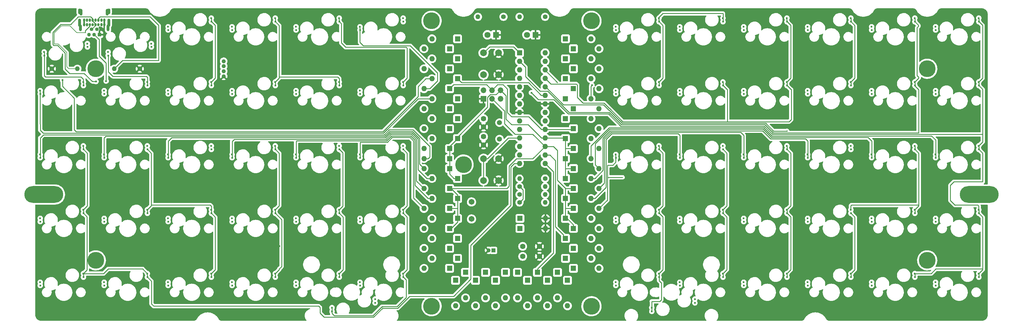
<source format=gtl>
G04 #@! TF.GenerationSoftware,KiCad,Pcbnew,(6.0.0)*
G04 #@! TF.CreationDate,2022-03-13T10:48:27+07:00*
G04 #@! TF.ProjectId,lumberjack,6c756d62-6572-46a6-9163-6b2e6b696361,1.6*
G04 #@! TF.SameCoordinates,Original*
G04 #@! TF.FileFunction,Copper,L1,Top*
G04 #@! TF.FilePolarity,Positive*
%FSLAX46Y46*%
G04 Gerber Fmt 4.6, Leading zero omitted, Abs format (unit mm)*
G04 Created by KiCad (PCBNEW (6.0.0)) date 2022-03-13 10:48:27*
%MOMM*%
%LPD*%
G01*
G04 APERTURE LIST*
G04 #@! TA.AperFunction,ComponentPad*
%ADD10C,1.600000*%
G04 #@! TD*
G04 #@! TA.AperFunction,ComponentPad*
%ADD11R,1.800000X1.800000*%
G04 #@! TD*
G04 #@! TA.AperFunction,ComponentPad*
%ADD12C,1.800000*%
G04 #@! TD*
G04 #@! TA.AperFunction,ComponentPad*
%ADD13R,1.600000X1.600000*%
G04 #@! TD*
G04 #@! TA.AperFunction,ComponentPad*
%ADD14O,1.600000X1.600000*%
G04 #@! TD*
G04 #@! TA.AperFunction,ComponentPad*
%ADD15C,1.710000*%
G04 #@! TD*
G04 #@! TA.AperFunction,ComponentPad*
%ADD16R,1.200000X1.200000*%
G04 #@! TD*
G04 #@! TA.AperFunction,ComponentPad*
%ADD17C,1.200000*%
G04 #@! TD*
G04 #@! TA.AperFunction,ComponentPad*
%ADD18C,2.000000*%
G04 #@! TD*
G04 #@! TA.AperFunction,WasherPad*
%ADD19C,5.000000*%
G04 #@! TD*
G04 #@! TA.AperFunction,WasherPad*
%ADD20O,11.600000X5.000000*%
G04 #@! TD*
G04 #@! TA.AperFunction,ComponentPad*
%ADD21C,0.600000*%
G04 #@! TD*
G04 #@! TA.AperFunction,ComponentPad*
%ADD22R,1.700000X1.700000*%
G04 #@! TD*
G04 #@! TA.AperFunction,ComponentPad*
%ADD23O,1.700000X1.700000*%
G04 #@! TD*
G04 #@! TA.AperFunction,ComponentPad*
%ADD24C,1.400000*%
G04 #@! TD*
G04 #@! TA.AperFunction,ComponentPad*
%ADD25O,1.400000X1.400000*%
G04 #@! TD*
G04 #@! TA.AperFunction,ComponentPad*
%ADD26C,1.500000*%
G04 #@! TD*
G04 #@! TA.AperFunction,ComponentPad*
%ADD27O,0.700000X0.900000*%
G04 #@! TD*
G04 #@! TA.AperFunction,ComponentPad*
%ADD28O,1.100000X1.100000*%
G04 #@! TD*
G04 #@! TA.AperFunction,ComponentPad*
%ADD29O,0.700000X1.000000*%
G04 #@! TD*
G04 #@! TA.AperFunction,ComponentPad*
%ADD30C,1.100000*%
G04 #@! TD*
G04 #@! TA.AperFunction,ComponentPad*
%ADD31R,1.100000X1.100000*%
G04 #@! TD*
G04 #@! TA.AperFunction,ComponentPad*
%ADD32O,0.900000X2.400000*%
G04 #@! TD*
G04 #@! TA.AperFunction,ComponentPad*
%ADD33O,0.850000X2.000000*%
G04 #@! TD*
G04 #@! TA.AperFunction,ComponentPad*
%ADD34O,0.900000X1.700000*%
G04 #@! TD*
G04 #@! TA.AperFunction,ComponentPad*
%ADD35C,1.244600*%
G04 #@! TD*
G04 #@! TA.AperFunction,ViaPad*
%ADD36C,0.600000*%
G04 #@! TD*
G04 #@! TA.AperFunction,ViaPad*
%ADD37C,0.450000*%
G04 #@! TD*
G04 #@! TA.AperFunction,Conductor*
%ADD38C,0.250000*%
G04 #@! TD*
G04 #@! TA.AperFunction,Conductor*
%ADD39C,0.200000*%
G04 #@! TD*
G04 APERTURE END LIST*
D10*
X144065746Y-94059454D03*
X144065746Y-96559454D03*
X144065746Y-88701637D03*
X144065746Y-91201637D03*
D11*
X159543884Y-63698491D03*
D12*
X157003884Y-63698491D03*
D13*
X154781380Y-69056308D03*
D14*
X154781380Y-71596308D03*
X154781380Y-74136308D03*
X154781380Y-76676308D03*
X154781380Y-79216308D03*
X154781380Y-81756308D03*
X154781380Y-84296308D03*
X154781380Y-86836308D03*
X154781380Y-89376308D03*
X154781380Y-91916308D03*
X154781380Y-94456308D03*
X154781380Y-96996308D03*
X154781380Y-99536308D03*
X154781380Y-102076308D03*
X162401380Y-102076308D03*
X162401380Y-99536308D03*
X162401380Y-96996308D03*
X162401380Y-94456308D03*
X162401380Y-91916308D03*
X162401380Y-89376308D03*
X162401380Y-86836308D03*
X162401380Y-84296308D03*
X162401380Y-81756308D03*
X162401380Y-79216308D03*
X162401380Y-76676308D03*
X162401380Y-74136308D03*
X162401380Y-71596308D03*
X162401380Y-69056308D03*
D15*
X140493868Y-113546035D03*
X140493868Y-118626035D03*
D13*
X136326677Y-82748507D03*
D14*
X128706677Y-82748507D03*
D13*
X136326677Y-118467287D03*
D14*
X128706677Y-118467287D03*
D13*
X150614189Y-134540738D03*
D14*
X150614189Y-142160738D03*
D13*
X147637624Y-136921990D03*
D14*
X147637624Y-144541990D03*
D13*
X144661059Y-134540738D03*
D14*
X144661059Y-142160738D03*
D13*
X138707929Y-134540738D03*
D14*
X138707929Y-142160738D03*
D16*
X147042311Y-127992295D03*
D17*
X145542311Y-127992295D03*
D13*
X136326677Y-76795377D03*
D14*
X128706677Y-76795377D03*
D18*
X144065746Y-107156340D03*
X144065746Y-100656340D03*
X148565746Y-107156340D03*
X148565746Y-100656340D03*
D19*
X128587608Y-59531300D03*
X176212648Y-59531300D03*
X128587608Y-144661059D03*
X176212648Y-144661059D03*
D20*
X13096886Y-111323531D03*
X291703370Y-111323531D03*
D13*
X166092327Y-134540738D03*
D14*
X166092327Y-142160738D03*
D11*
X147796372Y-63698491D03*
D12*
X145256372Y-63698491D03*
D13*
X136326677Y-130373547D03*
D14*
X128706677Y-130373547D03*
D13*
X136326677Y-124420417D03*
D14*
X128706677Y-124420417D03*
D13*
X133945425Y-115490722D03*
D14*
X126325425Y-115490722D03*
D13*
X136326677Y-112514157D03*
D14*
X128706677Y-112514157D03*
D13*
X133945425Y-109537592D03*
D14*
X126325425Y-109537592D03*
D13*
X133945425Y-121443852D03*
D14*
X126325425Y-121443852D03*
D13*
X133945425Y-97631332D03*
D14*
X126325425Y-97631332D03*
D13*
X136326677Y-94654767D03*
D14*
X128706677Y-94654767D03*
D13*
X133945425Y-103584462D03*
D14*
X126325425Y-103584462D03*
D13*
X133945425Y-91678202D03*
D14*
X126325425Y-91678202D03*
D13*
X136326677Y-88701637D03*
D14*
X128706677Y-88701637D03*
D13*
X133945425Y-85725072D03*
D14*
X126325425Y-85725072D03*
D13*
X168473579Y-76795377D03*
D14*
X176093579Y-76795377D03*
D13*
X133945425Y-73818812D03*
D14*
X126325425Y-73818812D03*
D13*
X170854831Y-73818812D03*
D14*
X178474831Y-73818812D03*
D13*
X133945425Y-67865682D03*
D14*
X126325425Y-67865682D03*
D13*
X163115762Y-136921990D03*
D14*
X163115762Y-144541990D03*
D18*
X144065746Y-69104751D03*
X144065746Y-75604751D03*
X148565746Y-75604751D03*
X148565746Y-69104751D03*
D10*
X155734510Y-126801669D03*
X160734510Y-126801669D03*
D13*
X135731364Y-136921990D03*
D14*
X135731364Y-144541990D03*
D13*
X170854831Y-115490722D03*
D14*
X178474831Y-115490722D03*
D13*
X169068892Y-136921990D03*
D14*
X169068892Y-144541990D03*
D13*
X170854831Y-79771942D03*
D14*
X178474831Y-79771942D03*
D13*
X168473579Y-64889117D03*
D14*
X176093579Y-64889117D03*
D13*
X170854831Y-67865682D03*
D14*
X178474831Y-67865682D03*
D13*
X168473579Y-82748507D03*
D14*
X176093579Y-82748507D03*
D13*
X170854831Y-97631332D03*
D14*
X178474831Y-97631332D03*
D13*
X170854831Y-91678202D03*
D14*
X178474831Y-91678202D03*
D13*
X168473579Y-94654767D03*
D14*
X176093579Y-94654767D03*
D13*
X168473579Y-106561027D03*
D14*
X176093579Y-106561027D03*
D13*
X170854831Y-103584462D03*
D14*
X178474831Y-103584462D03*
D13*
X168473579Y-100607897D03*
D14*
X176093579Y-100607897D03*
D13*
X170854831Y-85725072D03*
D14*
X178474831Y-85725072D03*
D13*
X168473579Y-112514157D03*
D14*
X176093579Y-112514157D03*
D13*
X170854831Y-109537592D03*
D14*
X178474831Y-109537592D03*
D13*
X168473579Y-118467287D03*
D14*
X176093579Y-118467287D03*
D13*
X168473579Y-88701637D03*
D14*
X176093579Y-88701637D03*
D13*
X168473579Y-70842247D03*
D14*
X176093579Y-70842247D03*
D13*
X170854831Y-133350112D03*
D14*
X178474831Y-133350112D03*
D13*
X168473579Y-124420417D03*
D14*
X176093579Y-124420417D03*
D13*
X154186067Y-134540738D03*
D14*
X154186067Y-142160738D03*
D13*
X170854831Y-121443852D03*
D14*
X178474831Y-121443852D03*
D13*
X170854831Y-127396982D03*
D14*
X178474831Y-127396982D03*
D13*
X168473579Y-130373547D03*
D14*
X176093579Y-130373547D03*
D13*
X157162632Y-136921990D03*
D14*
X157162632Y-144541990D03*
D21*
X207020168Y-143655868D03*
X207010168Y-142525868D03*
X194193168Y-146195868D03*
X194183168Y-145065868D03*
X111760088Y-142525868D03*
X111770088Y-143655868D03*
X98933088Y-145065868D03*
X98943088Y-146195868D03*
D10*
X155734510Y-129778234D03*
X160734510Y-129778234D03*
D22*
X144065746Y-82748507D03*
D23*
X144065746Y-80208507D03*
X146605746Y-82748507D03*
X146605746Y-80208507D03*
X149145746Y-82748507D03*
X149145746Y-80208507D03*
D19*
X138112616Y-102393836D03*
D13*
X160139197Y-134540738D03*
D14*
X160139197Y-142160738D03*
D13*
X133945425Y-133350112D03*
D14*
X126325425Y-133350112D03*
D13*
X136326677Y-106561027D03*
D14*
X128706677Y-106561027D03*
D13*
X133945425Y-100607897D03*
D14*
X126325425Y-100607897D03*
D13*
X133945425Y-79771942D03*
D14*
X126325425Y-79771942D03*
D24*
X162401380Y-106561027D03*
D25*
X154781380Y-106561027D03*
D26*
X148828250Y-89892263D03*
X148828250Y-94772263D03*
D13*
X133945425Y-127396982D03*
D14*
X126325425Y-127396982D03*
D24*
X154781380Y-113704783D03*
D25*
X162401380Y-113704783D03*
D24*
X150018876Y-58340674D03*
D25*
X142398876Y-58340674D03*
D24*
X162401380Y-58340674D03*
D25*
X154781380Y-58340674D03*
D24*
X154781380Y-111323531D03*
D25*
X162401380Y-111323531D03*
D13*
X154900449Y-121443852D03*
D14*
X162520449Y-121443852D03*
D13*
X154900449Y-118467287D03*
D14*
X162520449Y-118467287D03*
D24*
X15478138Y-73818812D03*
D25*
X23098138Y-73818812D03*
D24*
X41671910Y-73818812D03*
D25*
X34051910Y-73818812D03*
D24*
X154781380Y-108942279D03*
D25*
X162401380Y-108942279D03*
D13*
X136326677Y-64889117D03*
D14*
X128706677Y-64889117D03*
D13*
X136326677Y-70842247D03*
D14*
X128706677Y-70842247D03*
D13*
X141684494Y-136921990D03*
D14*
X141684494Y-144541990D03*
D21*
X12030016Y-81313820D03*
X12010016Y-80333820D03*
X24880016Y-77753820D03*
X24900016Y-78833820D03*
X12010016Y-99383836D03*
X12030016Y-100363836D03*
X24880016Y-96803836D03*
X24900016Y-97883836D03*
X12030016Y-119413852D03*
X12010016Y-118433852D03*
X24900016Y-116933852D03*
X24880016Y-115853852D03*
X12010016Y-137483868D03*
X12030016Y-138463868D03*
X24880016Y-134903868D03*
X24900016Y-135983868D03*
X31080032Y-138463868D03*
X31060032Y-137483868D03*
X43950032Y-135983868D03*
X43930032Y-134903868D03*
X45120032Y-66323804D03*
X45140032Y-67303804D03*
X32250032Y-68803804D03*
X32270032Y-69883804D03*
X31060032Y-80333820D03*
X31080032Y-81313820D03*
X43930032Y-77753820D03*
X43950032Y-78833820D03*
X31060032Y-99383836D03*
X31080032Y-100363836D03*
X43930032Y-96803836D03*
X43950032Y-97883836D03*
X31060032Y-118433852D03*
X31080032Y-119413852D03*
X43930032Y-115853852D03*
X43950032Y-116933852D03*
X50130048Y-119413852D03*
X50110048Y-118433852D03*
X62980048Y-115853852D03*
X63000048Y-116933852D03*
X50110048Y-137483868D03*
X50130048Y-138463868D03*
X62980048Y-134903868D03*
X63000048Y-135983868D03*
X50130048Y-100363836D03*
X50110048Y-99383836D03*
X63000048Y-97883836D03*
X62980048Y-96803836D03*
X69160064Y-99383836D03*
X69180064Y-100363836D03*
X82030064Y-96803836D03*
X82050064Y-97883836D03*
X69160064Y-118433852D03*
X69180064Y-119413852D03*
X82050064Y-116933852D03*
X82030064Y-115853852D03*
X69180064Y-138463868D03*
X69160064Y-137483868D03*
X82050064Y-135983868D03*
X82030064Y-134903868D03*
X69160064Y-61283804D03*
X69180064Y-62263804D03*
X82030064Y-58703804D03*
X82050064Y-59783804D03*
X69160064Y-80333820D03*
X69180064Y-81313820D03*
X82050064Y-78833820D03*
X82030064Y-77753820D03*
X88210080Y-80333820D03*
X88230080Y-81313820D03*
X101080080Y-77753820D03*
X101100080Y-78833820D03*
X88230080Y-100363836D03*
X88210080Y-99383836D03*
X101080080Y-96803836D03*
X101100080Y-97883836D03*
X88230080Y-119413852D03*
X88210080Y-118433852D03*
X101100080Y-116933852D03*
X101080080Y-115853852D03*
X88230080Y-138463868D03*
X88210080Y-137483868D03*
X101100080Y-135983868D03*
X101080080Y-134903868D03*
X88230080Y-62263804D03*
X88210080Y-61283804D03*
X101080080Y-58703804D03*
X101100080Y-59783804D03*
X107280096Y-62263804D03*
X107260096Y-61283804D03*
X120130096Y-58703804D03*
X120150096Y-59783804D03*
X107260096Y-80333820D03*
X107280096Y-81313820D03*
X120130096Y-77753820D03*
X120150096Y-78833820D03*
X107280096Y-100363836D03*
X107260096Y-99383836D03*
X120130096Y-96803836D03*
X120150096Y-97883836D03*
X107280096Y-119413852D03*
X107260096Y-118433852D03*
X120150096Y-116933852D03*
X120130096Y-115853852D03*
X107260096Y-137483868D03*
X107280096Y-138463868D03*
X120130096Y-134903868D03*
X120150096Y-135983868D03*
X278730240Y-62263804D03*
X278710240Y-61283804D03*
X291580240Y-58703804D03*
X291600240Y-59783804D03*
X278710240Y-80333820D03*
X278730240Y-81313820D03*
X291600240Y-78833820D03*
X291580240Y-77753820D03*
X278730240Y-100363836D03*
X278710240Y-99383836D03*
X291580240Y-96803836D03*
X291600240Y-97883836D03*
X278710240Y-118433852D03*
X278730240Y-119413852D03*
X291580240Y-115853852D03*
X291600240Y-116933852D03*
X278710240Y-137483868D03*
X278730240Y-138463868D03*
X291580240Y-134903868D03*
X291600240Y-135983868D03*
X259680224Y-138463868D03*
X259660224Y-137483868D03*
X272530224Y-134903868D03*
X272550224Y-135983868D03*
X259660224Y-61283804D03*
X259680224Y-62263804D03*
X272550224Y-59783804D03*
X272530224Y-58703804D03*
X259660224Y-80333820D03*
X259680224Y-81313820D03*
X272530224Y-77753820D03*
X272550224Y-78833820D03*
X259680224Y-100363836D03*
X259660224Y-99383836D03*
X272550224Y-97883836D03*
X272530224Y-96803836D03*
X259660224Y-118433852D03*
X259680224Y-119413852D03*
X272530224Y-115853852D03*
X272550224Y-116933852D03*
X240610208Y-118433852D03*
X240630208Y-119413852D03*
X253480208Y-115853852D03*
X253500208Y-116933852D03*
X240610208Y-137483868D03*
X240630208Y-138463868D03*
X253500208Y-135983868D03*
X253480208Y-134903868D03*
X240610208Y-61283804D03*
X240630208Y-62263804D03*
X253480208Y-58703804D03*
X253500208Y-59783804D03*
X240630208Y-81313820D03*
X240610208Y-80333820D03*
X253500208Y-78833820D03*
X253480208Y-77753820D03*
X240630208Y-100363836D03*
X240610208Y-99383836D03*
X253500208Y-97883836D03*
X253480208Y-96803836D03*
X221560192Y-99383836D03*
X221580192Y-100363836D03*
X234430192Y-96803836D03*
X234450192Y-97883836D03*
X221560192Y-118433852D03*
X221580192Y-119413852D03*
X234450192Y-116933852D03*
X234430192Y-115853852D03*
X221580192Y-138463868D03*
X221560192Y-137483868D03*
X234450192Y-135983868D03*
X234430192Y-134903868D03*
X221560192Y-61283804D03*
X221580192Y-62263804D03*
X234450192Y-59783804D03*
X234430192Y-58703804D03*
X221580192Y-81313820D03*
X221560192Y-80333820D03*
X234450192Y-78833820D03*
X234430192Y-77753820D03*
X202510176Y-80333820D03*
X202530176Y-81313820D03*
X215380176Y-77753820D03*
X215400176Y-78833820D03*
X202510176Y-99383836D03*
X202530176Y-100363836D03*
X215400176Y-97883836D03*
X215380176Y-96803836D03*
X202510176Y-118433852D03*
X202530176Y-119413852D03*
X215380176Y-115853852D03*
X215400176Y-116933852D03*
X202530176Y-138463868D03*
X202510176Y-137483868D03*
X215400176Y-135983868D03*
X215380176Y-134903868D03*
X202510176Y-61283804D03*
X202530176Y-62263804D03*
X215380176Y-58703804D03*
X215400176Y-59783804D03*
X183480160Y-62263804D03*
X183460160Y-61283804D03*
X196350160Y-59783804D03*
X196330160Y-58703804D03*
X183460160Y-80333820D03*
X183480160Y-81313820D03*
X196350160Y-78833820D03*
X196330160Y-77753820D03*
X183480160Y-100363836D03*
X183460160Y-99383836D03*
X196350160Y-97883836D03*
X196330160Y-96803836D03*
X183480160Y-119413852D03*
X183460160Y-118433852D03*
X196330160Y-115853852D03*
X196350160Y-116933852D03*
X183480160Y-138463868D03*
X183460160Y-137483868D03*
X196330160Y-134903868D03*
X196350160Y-135983868D03*
X50110048Y-61283804D03*
X50130048Y-62263804D03*
X62980048Y-58703804D03*
X63000048Y-59783804D03*
X50130048Y-81313820D03*
X50110048Y-80333820D03*
X62980048Y-77753820D03*
X63000048Y-78833820D03*
D19*
X28575024Y-130968860D03*
X276225232Y-73818812D03*
X276225232Y-130968860D03*
X28575024Y-73818812D03*
D21*
X26069968Y-66323750D03*
X26089968Y-67303750D03*
X13199968Y-68803750D03*
X13219968Y-69883750D03*
D27*
X29378000Y-60660000D03*
D28*
X28900000Y-62060000D03*
D29*
X26828000Y-59360000D03*
D27*
X26828000Y-60660000D03*
D29*
X29378000Y-59360000D03*
D27*
X27678000Y-60660000D03*
D29*
X28528000Y-59360000D03*
D30*
X28100000Y-63610000D03*
D29*
X27678000Y-59360000D03*
D27*
X28528000Y-60660000D03*
D28*
X27300000Y-62060000D03*
D29*
X31078000Y-60710000D03*
D31*
X29700000Y-63610000D03*
D29*
X25128000Y-59360000D03*
X25128000Y-60710000D03*
X31078000Y-59360000D03*
D32*
X23778000Y-60090000D03*
D33*
X24000000Y-61650000D03*
X32200000Y-61650000D03*
D32*
X32428000Y-60090000D03*
D34*
X23778000Y-56710000D03*
D33*
X24200000Y-56950000D03*
X32000000Y-56950000D03*
D34*
X32428000Y-56710000D03*
D29*
X25978000Y-60710000D03*
D30*
X26500000Y-63610000D03*
D29*
X30228000Y-59360000D03*
X30228000Y-60710000D03*
X25978000Y-59360000D03*
D35*
X66675000Y-76075000D03*
X66675000Y-74575001D03*
X66675000Y-73074999D03*
X66675000Y-71574999D03*
D36*
X132588000Y-102108000D03*
X69056308Y-76200064D03*
X66675000Y-103108125D03*
X83300000Y-126700000D03*
X66436875Y-88106250D03*
X256700000Y-127700000D03*
X84700000Y-138100000D03*
X40538400Y-68529200D03*
X84800000Y-119000000D03*
X17881600Y-88366600D03*
X27533600Y-68752121D03*
X122039165Y-89296950D03*
X21945600Y-71526400D03*
X21431250Y-56673750D03*
X47625000Y-83343750D03*
X182761091Y-144065746D03*
X236500000Y-110400000D03*
X158353258Y-80962568D03*
D37*
X234442000Y-92400511D03*
D36*
X18669000Y-77216000D03*
X176377600Y-78740000D03*
X31654656Y-77493757D03*
X28651200Y-77622400D03*
D38*
X161270010Y-81756308D02*
X157499705Y-77986003D01*
X157499705Y-77986003D02*
X137517303Y-77986003D01*
X162401380Y-81756308D02*
X161270010Y-81756308D01*
X137517303Y-77986003D02*
X136326677Y-76795377D01*
X148232937Y-78581316D02*
X146605746Y-80208507D01*
X157519839Y-88106324D02*
X152400128Y-88106324D01*
X151209502Y-86915698D02*
X151209502Y-79892398D01*
X161329823Y-91916308D02*
X162401380Y-91916308D01*
X144978555Y-78581316D02*
X135136051Y-78581316D01*
X170616725Y-91916308D02*
X170854831Y-91678202D01*
X162401380Y-91916308D02*
X170616725Y-91916308D01*
X135136051Y-78581316D02*
X133945425Y-79771942D01*
X146605746Y-80208507D02*
X144978555Y-78581316D01*
X152400128Y-88106324D02*
X151209502Y-86915698D01*
X170259518Y-91678202D02*
X170021412Y-91916308D01*
X149898420Y-78581316D02*
X148232937Y-78581316D01*
X151209502Y-79892398D02*
X149898420Y-78581316D01*
X161329823Y-91916308D02*
X157519839Y-88106324D01*
X136326677Y-94654767D02*
X136326677Y-94200080D01*
X168531620Y-103584462D02*
X168473579Y-103526421D01*
X168473579Y-106561027D02*
X168473579Y-103526421D01*
X133945425Y-97631332D02*
X133945425Y-97036019D01*
X133945425Y-97036019D02*
X136326677Y-94654767D01*
X133945425Y-100607897D02*
X133945425Y-97631332D01*
X152413861Y-90501309D02*
X150759491Y-88846939D01*
X146072995Y-81542256D02*
X147811997Y-81542256D01*
X150759491Y-81822252D02*
X149145746Y-80208507D01*
X157374824Y-90501309D02*
X152413861Y-90501309D01*
X170854831Y-97631332D02*
X168565826Y-97631332D01*
X145256372Y-85270385D02*
X145256372Y-82358879D01*
X135276677Y-106561027D02*
X133945425Y-105229775D01*
X133945425Y-103584462D02*
X133945425Y-100607897D01*
X150759491Y-88846939D02*
X150759491Y-81822252D01*
X168473579Y-103526421D02*
X168473579Y-100607897D01*
X168473579Y-100607897D02*
X168473579Y-97723579D01*
X136326677Y-106561027D02*
X135276677Y-106561027D01*
X133945425Y-105229775D02*
X133945425Y-103584462D01*
X168275120Y-94456308D02*
X168473579Y-94654767D01*
X168473579Y-97723579D02*
X168473579Y-94654767D01*
X136326677Y-94200080D02*
X145256372Y-85270385D01*
X147811997Y-81542256D02*
X149145746Y-80208507D01*
X170854831Y-103584462D02*
X168531620Y-103584462D01*
X161329823Y-94456308D02*
X162401380Y-94456308D01*
X145256372Y-82358879D02*
X146072995Y-81542256D01*
X162401380Y-94456308D02*
X168275120Y-94456308D01*
X168565826Y-97631332D02*
X168473579Y-97723579D01*
X161329823Y-94456308D02*
X157374824Y-90501309D01*
X162401380Y-96996308D02*
X158736379Y-93331307D01*
X166092327Y-98226645D02*
X164861990Y-96996308D01*
X150309480Y-86452241D02*
X146605746Y-82748507D01*
X170854831Y-121443852D02*
X170854831Y-120393852D01*
X151685625Y-102870000D02*
X151685625Y-108823125D01*
X136326677Y-118467287D02*
X136326677Y-115423323D01*
X136326677Y-119517287D02*
X134400112Y-121443852D01*
X168537592Y-109537592D02*
X167878266Y-108878266D01*
X151685625Y-108823125D02*
X150971158Y-109537592D01*
X134400112Y-121443852D02*
X133945425Y-121443852D01*
X168473579Y-109473579D02*
X167878266Y-108878266D01*
X133945425Y-115490722D02*
X136259278Y-115490722D01*
X158736379Y-100661309D02*
X153894316Y-100661309D01*
X168490722Y-115490722D02*
X168473579Y-115473579D01*
X158736379Y-93331307D02*
X153416822Y-93331307D01*
X136326677Y-112514157D02*
X136326677Y-111464157D01*
X150309480Y-90223965D02*
X150309480Y-86452241D01*
X168473579Y-115473579D02*
X168473579Y-112514157D01*
X166092327Y-107092327D02*
X166092327Y-98226645D01*
X170854831Y-120393852D02*
X168928266Y-118467287D01*
X168473579Y-118467287D02*
X168473579Y-115473579D01*
X153894316Y-100661309D02*
X151685625Y-102870000D01*
X170854831Y-115490722D02*
X168490722Y-115490722D01*
X170259518Y-109537592D02*
X168537592Y-109537592D01*
X164861990Y-96996308D02*
X162401380Y-96996308D01*
X167878266Y-108878266D02*
X166092327Y-107092327D01*
X134400112Y-109537592D02*
X133945425Y-109537592D01*
X150971158Y-109537592D02*
X133945425Y-109537592D01*
X136326677Y-111464157D02*
X134400112Y-109537592D01*
X168928266Y-118467287D02*
X168473579Y-118467287D01*
X168473579Y-112514157D02*
X168473579Y-109473579D01*
X153416822Y-93331307D02*
X150309480Y-90223965D01*
X136259278Y-115490722D02*
X136326677Y-115423323D01*
X136326677Y-115423323D02*
X136326677Y-112514157D01*
X162401380Y-96996308D02*
X158736379Y-100661309D01*
X136326677Y-118467287D02*
X136326677Y-119517287D01*
X163830112Y-99536308D02*
X165497014Y-101203210D01*
X162401380Y-99536308D02*
X163830112Y-99536308D01*
X167878266Y-123370417D02*
X167878266Y-124420417D01*
X165497014Y-101203210D02*
X165497014Y-120989165D01*
X165497014Y-120989165D02*
X167878266Y-123370417D01*
X164901701Y-104576629D02*
X164901701Y-128728234D01*
X162401380Y-102076308D02*
X164901701Y-104576629D01*
X164901701Y-128728234D02*
X160139197Y-133490738D01*
X160139197Y-133490738D02*
X160139197Y-134540738D01*
X144065746Y-69104751D02*
X145900128Y-67270369D01*
X145900128Y-67270369D02*
X152995441Y-67270369D01*
X152995441Y-67270369D02*
X154781380Y-69056308D01*
X144065746Y-100656340D02*
X144065746Y-107156340D01*
X83210400Y-76301600D02*
X83210400Y-60944140D01*
X83210400Y-76573484D02*
X83210400Y-76301600D01*
X102260400Y-118094172D02*
X101100080Y-116933852D01*
X101100080Y-97883836D02*
X102108000Y-98891756D01*
X101100080Y-78833820D02*
X101100080Y-77773820D01*
X145207929Y-100656340D02*
X151407961Y-94456308D01*
X82050064Y-77773820D02*
X82030064Y-77753820D01*
X82050064Y-58723804D02*
X82030064Y-58703804D01*
X151407961Y-94456308D02*
X154781380Y-94456308D01*
X83210400Y-60944140D02*
X82050064Y-59783804D01*
X101100080Y-77773820D02*
X101080080Y-77753820D01*
X102108000Y-114825932D02*
X101080080Y-115853852D01*
X101080080Y-116913852D02*
X101100080Y-116933852D01*
X101100080Y-134923868D02*
X101080080Y-134903868D01*
X83210400Y-76301600D02*
X100634800Y-76301600D01*
X102260400Y-133723548D02*
X102260400Y-118094172D01*
X102108000Y-98891756D02*
X102108000Y-114825932D01*
X82050064Y-78833820D02*
X82050064Y-77773820D01*
X101100080Y-76766880D02*
X101100080Y-78833820D01*
X144065746Y-100656340D02*
X145207929Y-100656340D01*
X101080080Y-115853852D02*
X101080080Y-116913852D01*
X100634800Y-76301600D02*
X101100080Y-76766880D01*
X101100080Y-135983868D02*
X101100080Y-134923868D01*
X82030064Y-77753820D02*
X83210400Y-76573484D01*
X101080080Y-134903868D02*
X102260400Y-133723548D01*
X82050064Y-59783804D02*
X82050064Y-58723804D01*
X45161200Y-137195036D02*
X43950032Y-135983868D01*
X43930032Y-134903868D02*
X43930032Y-135963868D01*
X13614400Y-76301600D02*
X13219968Y-75907168D01*
X25950013Y-117983849D02*
X24900016Y-116933852D01*
X95351600Y-146710400D02*
X95351600Y-145034000D01*
X13219968Y-68823750D02*
X13199968Y-68803750D01*
X24900016Y-77773820D02*
X24880016Y-77753820D01*
X140255625Y-126444375D02*
X140255625Y-136564920D01*
X24880016Y-77753820D02*
X24880016Y-76975416D01*
X45161200Y-143967200D02*
X45161200Y-137195036D01*
X25950013Y-133833871D02*
X25950013Y-117983849D01*
X42565511Y-133539347D02*
X43930032Y-134903868D01*
X13219968Y-69883750D02*
X13219968Y-68823750D01*
X152161875Y-114538125D02*
X140255625Y-126444375D01*
X118465600Y-145237200D02*
X113995200Y-145237200D01*
X154781380Y-102076308D02*
X153193692Y-102076308D01*
X122018306Y-141684494D02*
X118465600Y-145237200D01*
X96570800Y-147929600D02*
X95351600Y-146710400D01*
X95351600Y-145034000D02*
X94945200Y-144627600D01*
X30886400Y-134924800D02*
X32271853Y-133539347D01*
X26060400Y-99044220D02*
X24900016Y-97883836D01*
X26060400Y-114673468D02*
X26060400Y-99044220D01*
X32271853Y-133539347D02*
X42565511Y-133539347D01*
X24900016Y-115873852D02*
X24880016Y-115853852D01*
X152161875Y-103108125D02*
X152161875Y-114538125D01*
X24900016Y-78833820D02*
X24900016Y-77773820D01*
X111302800Y-147929600D02*
X96570800Y-147929600D01*
X24880016Y-115853852D02*
X26060400Y-114673468D01*
X94945200Y-144627600D02*
X45821600Y-144627600D01*
X24900016Y-134923868D02*
X24880016Y-134903868D01*
X24900016Y-116933852D02*
X24900016Y-115873852D01*
X45821600Y-144627600D02*
X45161200Y-143967200D01*
X113995200Y-145237200D02*
X111302800Y-147929600D01*
X135136051Y-141684494D02*
X122018306Y-141684494D01*
X24900948Y-134924800D02*
X30886400Y-134924800D01*
X153193692Y-102076308D02*
X152161875Y-103108125D01*
X24880016Y-134903868D02*
X25950013Y-133833871D01*
X24900016Y-135983868D02*
X24900016Y-134923868D01*
X13219968Y-75907168D02*
X13219968Y-69883750D01*
X24880016Y-96803836D02*
X24880016Y-97863836D01*
X24880016Y-134903868D02*
X24900948Y-134924800D01*
X43930032Y-135963868D02*
X43950032Y-135983868D01*
X24880016Y-76975416D02*
X24206200Y-76301600D01*
X140255625Y-136564920D02*
X135136051Y-141684494D01*
X24206200Y-76301600D02*
X13614400Y-76301600D01*
X24880016Y-97863836D02*
X24900016Y-97883836D01*
X45110400Y-114452400D02*
X62585600Y-114452400D01*
X63000048Y-134923868D02*
X62980048Y-134903868D01*
X64160400Y-118094204D02*
X63000048Y-116933852D01*
X62980048Y-134903868D02*
X64160400Y-133723516D01*
X33629600Y-76098400D02*
X43637200Y-76098400D01*
X64160400Y-133723516D02*
X64160400Y-118094204D01*
X43637200Y-76098400D02*
X43950032Y-76411232D01*
X45110400Y-114673484D02*
X43930032Y-115853852D01*
X62585600Y-114452400D02*
X63000048Y-114866848D01*
X43950032Y-97883836D02*
X45110400Y-99044204D01*
X45110400Y-99044204D02*
X45110400Y-114452400D01*
X43950032Y-115873852D02*
X43930032Y-115853852D01*
X32270032Y-74738832D02*
X33629600Y-76098400D01*
X63000048Y-114866848D02*
X63000048Y-116933852D01*
X43950032Y-76411232D02*
X43950032Y-78833820D01*
X32270032Y-69883804D02*
X32270032Y-74738832D01*
X43950032Y-116933852D02*
X43950032Y-115873852D01*
X45110400Y-114452400D02*
X45110400Y-114673484D01*
X63000048Y-135983868D02*
X63000048Y-134923868D01*
X82030064Y-97863836D02*
X82050064Y-97883836D01*
X82050064Y-135983868D02*
X82050064Y-134923868D01*
X83924511Y-132788289D02*
X83924511Y-118808299D01*
X83210400Y-133502400D02*
X83924511Y-132788289D01*
X82030064Y-115853852D02*
X83210400Y-114673516D01*
X62980048Y-77753820D02*
X64109600Y-76624268D01*
X82050064Y-134923868D02*
X82030064Y-134903868D01*
X82050064Y-115873852D02*
X82030064Y-115853852D01*
X63000048Y-58723804D02*
X62980048Y-58703804D01*
X63000048Y-78833820D02*
X63000048Y-77773820D01*
X83210400Y-133723532D02*
X83210400Y-133502400D01*
X83924511Y-118808299D02*
X82050064Y-116933852D01*
X82050064Y-116933852D02*
X82050064Y-115873852D01*
X83210400Y-114673516D02*
X83210400Y-99044172D01*
X63000048Y-77773820D02*
X62980048Y-77753820D01*
X64109600Y-76624268D02*
X64109600Y-60893356D01*
X82030064Y-134903868D02*
X83210400Y-133723532D01*
X63000048Y-59783804D02*
X63000048Y-58723804D01*
X64109600Y-60893356D02*
X63000048Y-59783804D01*
X82030064Y-96803836D02*
X82030064Y-97863836D01*
X83210400Y-99044172D02*
X82050064Y-97883836D01*
X101080080Y-59763804D02*
X101080080Y-58703804D01*
X121310400Y-133723564D02*
X121310400Y-118094156D01*
X121005600Y-142061482D02*
X118279402Y-144787680D01*
X102961046Y-67401046D02*
X101701600Y-66141600D01*
X120130096Y-115853852D02*
X121310400Y-114673548D01*
X120150096Y-116933852D02*
X120150096Y-115873852D01*
X99618800Y-147480080D02*
X98943088Y-146804368D01*
X98943088Y-146804368D02*
X98943088Y-146195868D01*
X113601141Y-144995542D02*
X111116603Y-147480080D01*
X120130096Y-77753820D02*
X121310400Y-76573516D01*
X121310400Y-67716400D02*
X120995046Y-67401046D01*
X120150096Y-77773820D02*
X120130096Y-77753820D01*
X111116603Y-147480080D02*
X99618800Y-147480080D01*
X121310400Y-114673548D02*
X121310400Y-99044140D01*
X120130096Y-134903868D02*
X121310400Y-133723564D01*
X120130096Y-134903868D02*
X120130096Y-135963868D01*
X120150096Y-78833820D02*
X120150096Y-77773820D01*
X121005600Y-140462000D02*
X121005600Y-142061482D01*
X118279402Y-144787680D02*
X113809003Y-144787680D01*
X121005600Y-136839372D02*
X121005600Y-140462000D01*
X120150096Y-135983868D02*
X121005600Y-136839372D01*
X120150096Y-115873852D02*
X120130096Y-115853852D01*
X113601141Y-144995542D02*
X114198400Y-144787680D01*
X101701600Y-60385324D02*
X101080080Y-59763804D01*
X114198400Y-144787680D02*
X113809003Y-144787680D01*
X121310400Y-76573516D02*
X121310400Y-67716400D01*
X120995046Y-67401046D02*
X102961046Y-67401046D01*
X120130096Y-135963868D02*
X120150096Y-135983868D01*
X121310400Y-99044140D02*
X120150096Y-97883836D01*
X98943088Y-146195868D02*
X98943088Y-145075868D01*
X101701600Y-66141600D02*
X101701600Y-60385324D01*
X113809003Y-144787680D02*
X113601141Y-144995542D01*
X98943088Y-145075868D02*
X98933088Y-145065868D01*
X121310400Y-118094156D02*
X120150096Y-116933852D01*
X169608430Y-87300084D02*
X172101232Y-87300084D01*
X291600240Y-78833820D02*
X291600240Y-77773820D01*
X292760400Y-133723708D02*
X292760400Y-133502400D01*
X291600240Y-96823836D02*
X291580240Y-96803836D01*
X165028472Y-83000000D02*
X169328472Y-87300000D01*
X284530800Y-114503200D02*
X283108400Y-113080800D01*
X291600240Y-58723804D02*
X291580240Y-58703804D01*
X292760400Y-118094012D02*
X291600240Y-116933852D01*
X230156168Y-93400022D02*
X292688422Y-93400022D01*
X181300000Y-87300000D02*
X184962720Y-90962720D01*
X291600240Y-59783804D02*
X291600240Y-58723804D01*
X177748346Y-87300000D02*
X177748430Y-87300084D01*
X283108400Y-113080800D02*
X283108400Y-108610400D01*
X292760400Y-79993980D02*
X291600240Y-78833820D01*
X291600240Y-97883836D02*
X291600240Y-96823836D01*
X227718864Y-90962720D02*
X230156168Y-93400022D01*
X158353258Y-80962568D02*
X160390690Y-83000000D01*
X291600240Y-115873852D02*
X291580240Y-115853852D01*
X292760400Y-95623676D02*
X292760400Y-93472000D01*
X291273331Y-114489331D02*
X284544669Y-114489331D01*
X277388932Y-134903868D02*
X278790400Y-133502400D01*
X292709600Y-76624460D02*
X292709600Y-60893164D01*
X291600240Y-116933852D02*
X291600240Y-115873852D01*
X284175200Y-107543600D02*
X292760400Y-107543600D01*
X292760400Y-133502400D02*
X292760400Y-118094012D01*
X291580240Y-115853852D02*
X291580240Y-114796240D01*
X291600240Y-135983868D02*
X291600240Y-134923868D01*
X284544669Y-114489331D02*
X284530800Y-114503200D01*
X292760400Y-99043996D02*
X291600240Y-97883836D01*
X291600240Y-134923868D02*
X291580240Y-134903868D01*
X169328472Y-87300000D02*
X169608346Y-87300000D01*
X179201232Y-87300084D02*
X179201316Y-87300000D01*
X291600240Y-77773820D02*
X291580240Y-77753820D01*
X272550224Y-134923868D02*
X272530224Y-134903868D01*
X278790400Y-133502400D02*
X292760400Y-133502400D01*
X291580240Y-96803836D02*
X292760400Y-95623676D01*
X172101232Y-87300084D02*
X172101316Y-87300000D01*
X292709600Y-60893164D02*
X291600240Y-59783804D01*
X172101316Y-87300000D02*
X177748346Y-87300000D01*
X169608346Y-87300000D02*
X169608430Y-87300084D01*
X292760400Y-93472000D02*
X292760400Y-79993980D01*
X283108400Y-108610400D02*
X284175200Y-107543600D01*
X291580240Y-77753820D02*
X292709600Y-76624460D01*
X272530224Y-134903868D02*
X277388932Y-134903868D01*
X160390690Y-83000000D02*
X165028472Y-83000000D01*
X292688422Y-93400022D02*
X292760400Y-93472000D01*
X291580240Y-134903868D02*
X292760400Y-133723708D01*
X291580240Y-114796240D02*
X291273331Y-114489331D01*
X184962720Y-90962720D02*
X227718864Y-90962720D01*
X179201316Y-87300000D02*
X181300000Y-87300000D01*
X177748430Y-87300084D02*
X179201232Y-87300084D01*
X272550224Y-135983868D02*
X272550224Y-134923868D01*
X292760400Y-107543600D02*
X292760400Y-99043996D01*
X273659600Y-80060800D02*
X272550224Y-78951424D01*
X272550224Y-78951424D02*
X272550224Y-78833820D01*
X253500208Y-135983868D02*
X253500208Y-134923868D01*
X179014916Y-86849989D02*
X181486400Y-86849989D01*
X154781380Y-71596308D02*
X156567319Y-73382247D01*
X181486400Y-86849989D02*
X185149611Y-90513200D01*
X169794746Y-86849989D02*
X169794830Y-86850073D01*
X273202400Y-61569600D02*
X273608800Y-61163200D01*
X177934746Y-86849989D02*
X177934830Y-86850073D01*
X253480208Y-115853852D02*
X253480208Y-114667392D01*
X273710400Y-76573644D02*
X273710400Y-76352400D01*
X273608800Y-60842380D02*
X272550224Y-59783804D01*
X273202400Y-75844400D02*
X273202400Y-61569600D01*
X272550224Y-58723804D02*
X272530224Y-58703804D01*
X253480208Y-134903868D02*
X254660400Y-133723676D01*
X185149611Y-90513200D02*
X227905064Y-90513200D01*
X272550224Y-77773820D02*
X272530224Y-77753820D01*
X230341875Y-92950011D02*
X249127587Y-92950011D01*
X272550224Y-96823836D02*
X272530224Y-96803836D01*
X272550224Y-116933852D02*
X272550224Y-115873852D01*
X171914916Y-86849989D02*
X177934746Y-86849989D01*
X249127587Y-92950011D02*
X249128078Y-92950502D01*
X163207410Y-80500000D02*
X169557399Y-86849989D01*
X273710400Y-114673676D02*
X273710400Y-99044012D01*
X177934830Y-86850073D02*
X179014832Y-86850073D01*
X273659600Y-92950502D02*
X273659600Y-80060800D01*
X272550224Y-59783804D02*
X272550224Y-58723804D01*
X272530224Y-77753820D02*
X273710400Y-76573644D01*
X272550224Y-97883836D02*
X272550224Y-96823836D01*
X273608800Y-61163200D02*
X273608800Y-60842380D01*
X156567319Y-76200064D02*
X160867255Y-80500000D01*
X272550224Y-115873852D02*
X272530224Y-115853852D01*
X249128078Y-92950502D02*
X273659600Y-92950502D01*
X156567319Y-73382247D02*
X156567319Y-76200064D01*
X169794830Y-86850073D02*
X171914832Y-86850073D01*
X179014832Y-86850073D02*
X179014916Y-86849989D01*
X272530224Y-115853852D02*
X273710400Y-114673676D01*
X273710400Y-99044012D02*
X272550224Y-97883836D01*
X273710400Y-76352400D02*
X273202400Y-75844400D01*
X160867255Y-80500000D02*
X163207410Y-80500000D01*
X254660400Y-118094044D02*
X253500208Y-116933852D01*
X272550224Y-78833820D02*
X272550224Y-77773820D01*
X169557399Y-86849989D02*
X169794746Y-86849989D01*
X273489124Y-114452400D02*
X273710400Y-114673676D01*
X253695200Y-114452400D02*
X273489124Y-114452400D01*
X171914832Y-86850073D02*
X171914916Y-86849989D01*
X253500208Y-134923868D02*
X253480208Y-134903868D01*
X253480208Y-114667392D02*
X253695200Y-114452400D01*
X227905064Y-90513200D02*
X230341875Y-92950011D01*
X254660400Y-133723676D02*
X254660400Y-118094044D01*
X234450192Y-96823836D02*
X234430192Y-96803836D01*
X253500208Y-77773820D02*
X253480208Y-77753820D01*
X235559600Y-133774460D02*
X235559600Y-118043260D01*
X253500208Y-78833820D02*
X253500208Y-77773820D01*
X235610400Y-114673644D02*
X235610400Y-99044044D01*
X228091262Y-90063680D02*
X185363680Y-90063680D01*
X234430192Y-115853852D02*
X235610400Y-114673644D01*
X253500208Y-58723804D02*
X253480208Y-58703804D01*
X253500208Y-59783804D02*
X253500208Y-58723804D01*
X234450192Y-115873852D02*
X234430192Y-115853852D01*
X167878266Y-84534446D02*
X162560128Y-79216308D01*
X234430192Y-134903868D02*
X235559600Y-133774460D01*
X235610400Y-99044044D02*
X234450192Y-97883836D01*
X179798035Y-84534446D02*
X167878266Y-84534446D01*
X230428093Y-92400511D02*
X228091262Y-90063680D01*
X185363680Y-90063680D02*
X181450011Y-86150011D01*
X254660400Y-60943996D02*
X253500208Y-59783804D01*
X162560128Y-79216308D02*
X162401380Y-79216308D01*
X181450011Y-86150011D02*
X181413600Y-86150011D01*
X181413600Y-86150011D02*
X179798035Y-84534446D01*
X235559600Y-118043260D02*
X234450192Y-116933852D01*
X254660400Y-76573628D02*
X254660400Y-60943996D01*
X234442000Y-92400511D02*
X230428093Y-92400511D01*
X234450192Y-97883836D02*
X234450192Y-96823836D01*
X234450192Y-134923868D02*
X234430192Y-134903868D01*
X234450192Y-116933852D02*
X234450192Y-115873852D01*
X234450192Y-135983868D02*
X234450192Y-134923868D01*
X253480208Y-77753820D02*
X254660400Y-76573628D01*
X215400176Y-78833820D02*
X215400176Y-77773820D01*
X216560400Y-118094076D02*
X215400176Y-116933852D01*
X215380176Y-134903868D02*
X216560400Y-133723644D01*
X215400176Y-77773820D02*
X215380176Y-77753820D01*
X216662000Y-89614160D02*
X216662000Y-85801200D01*
X164095460Y-78370388D02*
X171702299Y-78370388D01*
X185549878Y-89614160D02*
X216662000Y-89614160D01*
X234430192Y-58703804D02*
X234430192Y-59763804D01*
X215400176Y-135983868D02*
X215400176Y-134923868D01*
X216560400Y-114673628D02*
X216560400Y-99044060D01*
X234430192Y-77753820D02*
X235559600Y-76624412D01*
X171979342Y-78647431D02*
X171979342Y-82368142D01*
X181636209Y-85700491D02*
X185549878Y-89614160D01*
X215400176Y-116933852D02*
X215400176Y-115873852D01*
X216560400Y-99044060D02*
X215400176Y-97883836D01*
X235559600Y-76624412D02*
X235559600Y-60893212D01*
X171702299Y-78370388D02*
X171979342Y-78647431D01*
X216662000Y-80095644D02*
X215400176Y-78833820D01*
X181599798Y-85700491D02*
X181636209Y-85700491D01*
X235048640Y-89614160D02*
X235712000Y-88950800D01*
X179984233Y-84084926D02*
X181599798Y-85700491D01*
X162401380Y-76676308D02*
X164095460Y-78370388D01*
X235712000Y-80010000D02*
X235626372Y-80010000D01*
X235559600Y-60893212D02*
X234450192Y-59783804D01*
X216560400Y-133723644D02*
X216560400Y-118094076D01*
X173696126Y-84084926D02*
X179984233Y-84084926D01*
X215400176Y-115873852D02*
X215380176Y-115853852D01*
X234450192Y-78833820D02*
X234450192Y-77773820D01*
X234430192Y-59763804D02*
X234450192Y-59783804D01*
X216662000Y-89614160D02*
X235048640Y-89614160D01*
X234450192Y-77773820D02*
X234430192Y-77753820D01*
X215380176Y-115853852D02*
X216560400Y-114673628D01*
X235626372Y-80010000D02*
X234450192Y-78833820D01*
X216662000Y-85801200D02*
X216662000Y-80095644D01*
X235712000Y-88950800D02*
X235712000Y-80010000D01*
X171979342Y-82368142D02*
X173696126Y-84084926D01*
X215400176Y-134923868D02*
X215380176Y-134903868D01*
X22750491Y-92600491D02*
X114099509Y-92600491D01*
X124600000Y-79100000D02*
X126904623Y-76795377D01*
X18669000Y-77216000D02*
X18669000Y-79095600D01*
X18669000Y-79095600D02*
X22174200Y-82600800D01*
X22174200Y-82600800D02*
X22174200Y-92024200D01*
X126904623Y-76795377D02*
X128706677Y-76795377D01*
X22174200Y-92024200D02*
X22750491Y-92600491D01*
X114099509Y-92600491D02*
X124600000Y-82100000D01*
X124600000Y-82100000D02*
X124600000Y-79100000D01*
X124587904Y-82748507D02*
X114286400Y-93050011D01*
X12938411Y-93050011D02*
X12039600Y-92151200D01*
X128706677Y-82748507D02*
X124587904Y-82748507D01*
X12010016Y-90343616D02*
X12010016Y-80333820D01*
X12039600Y-90373200D02*
X12010016Y-90343616D01*
X12039600Y-92151200D02*
X12039600Y-90373200D01*
X114286400Y-93050011D02*
X12938411Y-93050011D01*
X115922529Y-92049600D02*
X123088400Y-92049600D01*
X123088400Y-92049600D02*
X127304800Y-96266000D01*
X36027402Y-93499531D02*
X114472598Y-93499531D01*
X128016000Y-100177600D02*
X128016000Y-96977200D01*
X12030016Y-94446784D02*
X12030016Y-100363836D01*
X128016000Y-96977200D02*
X127304800Y-96266000D01*
X126325425Y-100607897D02*
X127585703Y-100607897D01*
X127585703Y-100607897D02*
X128016000Y-100177600D01*
X114472598Y-93499531D02*
X115922529Y-92049600D01*
X36027402Y-93499531D02*
X12977269Y-93499531D01*
X12977269Y-93499531D02*
X12030016Y-94446784D01*
X127304800Y-96266000D02*
X127438243Y-96399444D01*
X116108727Y-92499120D02*
X114658796Y-93949051D01*
X122902202Y-92499120D02*
X116108727Y-92499120D01*
X125018800Y-94615718D02*
X122902202Y-92499120D01*
X126325425Y-103584462D02*
X125018800Y-102277837D01*
X31060032Y-100343836D02*
X31080032Y-100363836D01*
X114658796Y-93949051D02*
X31577749Y-93949051D01*
X31060032Y-94466768D02*
X31060032Y-99383836D01*
X31577749Y-93949051D02*
X31060032Y-94466768D01*
X125018800Y-102277837D02*
X125018800Y-94615718D01*
X31060032Y-99383836D02*
X31060032Y-100343836D01*
X50130048Y-95411952D02*
X50130048Y-100363836D01*
X124569280Y-94801916D02*
X122716004Y-92948640D01*
X116294925Y-92948640D02*
X114843521Y-94400044D01*
X127185827Y-106561027D02*
X124569280Y-103944480D01*
X122716004Y-92948640D02*
X116294925Y-92948640D01*
X114843521Y-94400044D02*
X51141956Y-94400044D01*
X128706677Y-106561027D02*
X127185827Y-106561027D01*
X124569280Y-103944480D02*
X124569280Y-94801916D01*
X51141956Y-94400044D02*
X50130048Y-95411952D01*
X126325425Y-109537592D02*
X124119760Y-107331927D01*
X124119760Y-107331927D02*
X124119760Y-94988114D01*
X122529806Y-93398160D02*
X116481123Y-93398160D01*
X69792745Y-94850055D02*
X69180064Y-95462736D01*
X116481123Y-93398160D02*
X115029228Y-94850055D01*
X124119760Y-94988114D02*
X122529806Y-93398160D01*
X115029228Y-94850055D02*
X69792745Y-94850055D01*
X69180064Y-95462736D02*
X69180064Y-100363836D01*
X128706677Y-112514157D02*
X127575307Y-112514157D01*
X123670240Y-95174312D02*
X122343608Y-93847680D01*
X127575307Y-112514157D02*
X123670240Y-108609090D01*
X123670240Y-108609090D02*
X123670240Y-95174312D01*
X122343608Y-93847680D02*
X116667321Y-93847680D01*
X88392734Y-95300066D02*
X88230080Y-95462720D01*
X115214935Y-95300066D02*
X88392734Y-95300066D01*
X116667321Y-93847680D02*
X115214935Y-95300066D01*
X88230080Y-95462720D02*
X88230080Y-100363836D01*
X128022201Y-79771942D02*
X130373547Y-77420596D01*
X122221926Y-66951526D02*
X108251926Y-66951526D01*
X107238800Y-65938400D02*
X107260096Y-65917104D01*
X107260096Y-65917104D02*
X107260096Y-61283804D01*
X108251926Y-66951526D02*
X107238800Y-65938400D01*
X126325425Y-79771942D02*
X128022201Y-79771942D01*
X130373547Y-77420596D02*
X130373547Y-75103147D01*
X130373547Y-75103147D02*
X122221926Y-66951526D01*
X123220720Y-112386017D02*
X123220720Y-95360510D01*
X123220720Y-95360510D02*
X122183370Y-94323160D01*
X116827559Y-94323160D02*
X115401132Y-95749586D01*
X122183370Y-94323160D02*
X116827559Y-94323160D01*
X115401132Y-95749586D02*
X107280096Y-95749586D01*
X126325425Y-115490722D02*
X123220720Y-112386017D01*
X107280096Y-95749586D02*
X107280096Y-100363836D01*
X176377600Y-78740000D02*
X176093579Y-79024021D01*
X176093579Y-79024021D02*
X176093579Y-82748507D01*
X277491542Y-93849542D02*
X278739600Y-95097600D01*
X229969970Y-93849542D02*
X277491542Y-93849542D01*
X181485360Y-91412240D02*
X227532666Y-91412240D01*
X227532666Y-91412240D02*
X229969970Y-93849542D01*
X176093579Y-100607897D02*
X176093579Y-96804021D01*
X176093579Y-96804021D02*
X181485360Y-91412240D01*
X278739600Y-95097600D02*
X278730240Y-95106960D01*
X278730240Y-95106960D02*
X278730240Y-100363836D01*
X229784754Y-94300044D02*
X227346469Y-91861760D01*
X258587244Y-94300044D02*
X259689600Y-95402400D01*
X177350320Y-102459951D02*
X178474831Y-103584462D01*
X227346469Y-91861760D02*
X181671559Y-91861760D01*
X259680224Y-95411776D02*
X259680224Y-100363836D01*
X177998587Y-103465393D02*
X177879518Y-103584462D01*
X257235956Y-94300044D02*
X258587244Y-94300044D01*
X177350320Y-96182998D02*
X177350320Y-102459951D01*
X257235956Y-94300044D02*
X229784754Y-94300044D01*
X259689600Y-95402400D02*
X259680224Y-95411776D01*
X181671559Y-91861760D02*
X177350320Y-96182998D01*
X179625119Y-104160857D02*
X177224949Y-106561027D01*
X240639600Y-95402400D02*
X240630208Y-95411792D01*
X179625119Y-94543917D02*
X179625119Y-104160857D01*
X239463145Y-94750055D02*
X229599047Y-94750055D01*
X177224949Y-106561027D02*
X176093579Y-106561027D01*
X181857757Y-92311280D02*
X179625119Y-94543917D01*
X239463145Y-94750055D02*
X239987255Y-94750055D01*
X239987255Y-94750055D02*
X240639600Y-95402400D01*
X240630208Y-95411792D02*
X240630208Y-100363836D01*
X227160272Y-92311280D02*
X181857757Y-92311280D01*
X229599047Y-94750055D02*
X227160272Y-92311280D01*
X221580192Y-93665792D02*
X221580192Y-100363836D01*
X178474831Y-109537592D02*
X180075130Y-107937293D01*
X182043954Y-92760800D02*
X220675200Y-92760800D01*
X180075130Y-94729624D02*
X182043954Y-92760800D01*
X180075130Y-107937293D02*
X180075130Y-94729624D01*
X220675200Y-92760800D02*
X221580192Y-93665792D01*
X202539600Y-93726000D02*
X202530176Y-93735424D01*
X180525141Y-94915331D02*
X182230152Y-93210320D01*
X177224949Y-112514157D02*
X180525141Y-109213965D01*
X202530176Y-93735424D02*
X202530176Y-100363836D01*
X180525141Y-109213965D02*
X180525141Y-94915331D01*
X202023920Y-93210320D02*
X202539600Y-93726000D01*
X182230152Y-93210320D02*
X202023920Y-93210320D01*
X176093579Y-112514157D02*
X177224949Y-112514157D01*
X185500160Y-106193836D02*
X181044140Y-106193836D01*
X181044140Y-106193836D02*
X180975152Y-106124848D01*
X180975152Y-102590448D02*
X180975152Y-106124848D01*
X182549952Y-102590448D02*
X183460160Y-101680240D01*
X180975152Y-102590448D02*
X182549952Y-102590448D01*
X180975152Y-112990401D02*
X178474831Y-115490722D01*
X180975152Y-106124848D02*
X180975152Y-112990401D01*
X183460160Y-101680240D02*
X183460160Y-99383836D01*
X197510400Y-114673612D02*
X197510400Y-99044076D01*
X196330160Y-58703804D02*
X196330160Y-59763804D01*
X196350160Y-134923868D02*
X196330160Y-134903868D01*
X197510400Y-99044076D02*
X196350160Y-97883836D01*
X197053200Y-142697200D02*
X196545200Y-143205200D01*
X196330160Y-115853852D02*
X197510400Y-114673612D01*
X196330160Y-77753820D02*
X197510400Y-76573580D01*
X197510400Y-60944044D02*
X196350160Y-59783804D01*
X196545200Y-143205200D02*
X194157600Y-143205200D01*
X215400176Y-57361376D02*
X215341200Y-57302400D01*
X197510400Y-76573580D02*
X197510400Y-60944044D01*
X162401380Y-74136308D02*
X162401380Y-74231299D01*
X196350160Y-97883836D02*
X196350160Y-96823836D01*
X196350160Y-116933852D02*
X196350160Y-115873852D01*
X196350160Y-115873852D02*
X196330160Y-115853852D01*
X197053200Y-137668000D02*
X197053200Y-142697200D01*
X215341200Y-57302400D02*
X197510400Y-57302400D01*
X196350160Y-137015760D02*
X197002400Y-137668000D01*
X196350160Y-135983868D02*
X196350160Y-137015760D01*
X196350160Y-77773820D02*
X196330160Y-77753820D01*
X197510400Y-57302400D02*
X196330160Y-58482640D01*
X194193168Y-143240768D02*
X194193168Y-146195868D01*
X197002400Y-137668000D02*
X197053200Y-137668000D01*
X162401380Y-74231299D02*
X166090459Y-77920378D01*
X196350160Y-135983868D02*
X196350160Y-134923868D01*
X197459600Y-133774428D02*
X197459600Y-118043292D01*
X196330160Y-134903868D02*
X197459600Y-133774428D01*
X196350160Y-96823836D02*
X196330160Y-96803836D01*
X215400176Y-59783804D02*
X215400176Y-57361376D01*
X196330160Y-58482640D02*
X196330160Y-58703804D01*
X197459600Y-118043292D02*
X196350160Y-116933852D01*
X196350160Y-78833820D02*
X196350160Y-77773820D01*
X196330160Y-59763804D02*
X196350160Y-59783804D01*
X194157600Y-143205200D02*
X194193168Y-143240768D01*
X47294800Y-71374000D02*
X36496722Y-71374000D01*
X29378000Y-59510000D02*
X29378000Y-58822000D01*
X36496722Y-71374000D02*
X34051910Y-73818812D01*
X47294800Y-60883800D02*
X47294800Y-71374000D01*
X29378000Y-58822000D02*
X29859375Y-58340625D01*
X44751625Y-58340625D02*
X47294800Y-60883800D01*
X29859375Y-58340625D02*
X44751625Y-58340625D01*
D39*
X19921681Y-69003719D02*
X19921681Y-73245519D01*
X16197920Y-66446400D02*
X17364361Y-66446400D01*
X18354962Y-60985400D02*
X16197920Y-63142442D01*
D38*
X26828000Y-60860000D02*
X26828000Y-61072000D01*
D39*
X20494974Y-73818812D02*
X23098138Y-73818812D01*
X16197920Y-63142442D02*
X16197920Y-66446400D01*
X26836968Y-60295127D02*
X26660000Y-60770000D01*
X19921681Y-73245519D02*
X20494974Y-73818812D01*
X20853400Y-60985400D02*
X18354962Y-60985400D01*
D38*
X26828000Y-61072000D02*
X25476200Y-62423800D01*
D39*
X25476200Y-63017400D02*
X22885400Y-63017400D01*
X22885400Y-63017400D02*
X20853400Y-60985400D01*
X17364361Y-66446400D02*
X19921681Y-69003719D01*
D38*
X25476200Y-62423800D02*
X25476200Y-63017400D01*
X29565600Y-65075600D02*
X29565600Y-70053200D01*
X28100000Y-63610000D02*
X29565600Y-65075600D01*
X31654656Y-72142256D02*
X31654656Y-77493757D01*
X29565600Y-70053200D02*
X31654656Y-72142256D01*
X28528000Y-60428000D02*
X27678000Y-59578000D01*
X28528000Y-60860000D02*
X28528000Y-60864608D01*
X28528000Y-60860000D02*
X28528000Y-60428000D01*
X155806381Y-112679782D02*
X154781380Y-113704783D01*
X23345726Y-58340674D02*
X27090796Y-58340674D01*
X28528000Y-60864608D02*
X27532608Y-61860000D01*
X27678000Y-59578000D02*
X27678000Y-59510000D01*
X19456400Y-73914000D02*
X19456400Y-69138800D01*
X15773401Y-62966599D02*
X18179120Y-60560880D01*
X17188520Y-66870920D02*
X16022079Y-66870920D01*
X27090796Y-58340674D02*
X27678000Y-58927878D01*
X27533600Y-77622400D02*
X25120600Y-75209400D01*
X18179120Y-60560880D02*
X21125520Y-60560880D01*
D39*
X27686968Y-59056968D02*
X27686968Y-58945127D01*
D38*
X19456400Y-69138800D02*
X17188520Y-66870920D01*
X154781380Y-108942279D02*
X155806381Y-109967280D01*
X21125520Y-60560880D02*
X23345726Y-58340674D01*
X15773400Y-66622241D02*
X15773401Y-62966599D01*
X25120600Y-75209400D02*
X20751800Y-75209400D01*
X27678000Y-58927878D02*
X27678000Y-59510000D01*
X155806381Y-109967280D02*
X155806381Y-112679782D01*
X20751800Y-75209400D02*
X19456400Y-73914000D01*
X16022079Y-66870920D02*
X15773400Y-66622241D01*
X28651200Y-77622400D02*
X27533600Y-77622400D01*
X27532608Y-61860000D02*
X27300000Y-61860000D01*
G04 #@! TA.AperFunction,Conductor*
G36*
X22829835Y-55821752D02*
G01*
X22876328Y-55875408D01*
X22886432Y-55945682D01*
X22877353Y-55977786D01*
X22859655Y-56018684D01*
X22858350Y-56024931D01*
X22858349Y-56024934D01*
X22837337Y-56125516D01*
X22819835Y-56209293D01*
X22819500Y-56215685D01*
X22819500Y-57158663D01*
X22819823Y-57161842D01*
X22832789Y-57289487D01*
X22834235Y-57303727D01*
X22839526Y-57320610D01*
X22890556Y-57483451D01*
X22890558Y-57483456D01*
X22892465Y-57489541D01*
X22949857Y-57593078D01*
X22972273Y-57633516D01*
X22986870Y-57659850D01*
X22988384Y-57661617D01*
X23010378Y-57727588D01*
X22992855Y-57796388D01*
X22961689Y-57831708D01*
X22961193Y-57832093D01*
X22954363Y-57836132D01*
X22940039Y-57850456D01*
X22925007Y-57863295D01*
X22908619Y-57875202D01*
X22881129Y-57908432D01*
X22880438Y-57909267D01*
X22872448Y-57918047D01*
X20900020Y-59890475D01*
X20837708Y-59924501D01*
X20810925Y-59927380D01*
X18257883Y-59927380D01*
X18246699Y-59926853D01*
X18239211Y-59925179D01*
X18231288Y-59925428D01*
X18171153Y-59927318D01*
X18167195Y-59927380D01*
X18139264Y-59927380D01*
X18135349Y-59927875D01*
X18135345Y-59927875D01*
X18135287Y-59927883D01*
X18135258Y-59927886D01*
X18123416Y-59928819D01*
X18079230Y-59930207D01*
X18061864Y-59935252D01*
X18059778Y-59935858D01*
X18040426Y-59939866D01*
X18028188Y-59941412D01*
X18028186Y-59941413D01*
X18020323Y-59942406D01*
X17979206Y-59958686D01*
X17968005Y-59962521D01*
X17925526Y-59974862D01*
X17918707Y-59978895D01*
X17918702Y-59978897D01*
X17908091Y-59985173D01*
X17890341Y-59993870D01*
X17871503Y-60001328D01*
X17865087Y-60005989D01*
X17865086Y-60005990D01*
X17835745Y-60027308D01*
X17825821Y-60033827D01*
X17794580Y-60052302D01*
X17794575Y-60052306D01*
X17787757Y-60056338D01*
X17773433Y-60070662D01*
X17758401Y-60083501D01*
X17742013Y-60095408D01*
X17717469Y-60125077D01*
X17713832Y-60129473D01*
X17705842Y-60138253D01*
X15381148Y-62462947D01*
X15372862Y-62470487D01*
X15366383Y-62474599D01*
X15360958Y-62480376D01*
X15319758Y-62524250D01*
X15317003Y-62527092D01*
X15297266Y-62546829D01*
X15294786Y-62550026D01*
X15287083Y-62559046D01*
X15256815Y-62591278D01*
X15252996Y-62598224D01*
X15252994Y-62598227D01*
X15247053Y-62609033D01*
X15236202Y-62625552D01*
X15223787Y-62641558D01*
X15220642Y-62648827D01*
X15220639Y-62648831D01*
X15206227Y-62682136D01*
X15201010Y-62692786D01*
X15179706Y-62731539D01*
X15177735Y-62739214D01*
X15177735Y-62739215D01*
X15174668Y-62751161D01*
X15168264Y-62769865D01*
X15160220Y-62788454D01*
X15158981Y-62796277D01*
X15158978Y-62796287D01*
X15153302Y-62832123D01*
X15150896Y-62843743D01*
X15147337Y-62857607D01*
X15139901Y-62886569D01*
X15139901Y-62906823D01*
X15138350Y-62926534D01*
X15135181Y-62946542D01*
X15139292Y-62990026D01*
X15139342Y-62990560D01*
X15139901Y-63002418D01*
X15139901Y-63099584D01*
X15119899Y-63167705D01*
X15066243Y-63214198D01*
X14995969Y-63224302D01*
X14926850Y-63190678D01*
X14894715Y-63159969D01*
X14894714Y-63159968D01*
X14890978Y-63156398D01*
X14863671Y-63137770D01*
X14711559Y-63034007D01*
X14692851Y-63021245D01*
X14548920Y-62954434D01*
X14479998Y-62922441D01*
X14479996Y-62922440D01*
X14475312Y-62920266D01*
X14259929Y-62860536D01*
X14249173Y-62857553D01*
X14249172Y-62857553D01*
X14244200Y-62856174D01*
X14140489Y-62845090D01*
X14051746Y-62835606D01*
X14051738Y-62835606D01*
X14048411Y-62835250D01*
X13909165Y-62835250D01*
X13906592Y-62835462D01*
X13906581Y-62835462D01*
X13736092Y-62849479D01*
X13736086Y-62849480D01*
X13730941Y-62849903D01*
X13615546Y-62878888D01*
X13503343Y-62907071D01*
X13503339Y-62907072D01*
X13498332Y-62908330D01*
X13493602Y-62910386D01*
X13493595Y-62910389D01*
X13283127Y-63001903D01*
X13283124Y-63001905D01*
X13278390Y-63003963D01*
X13274056Y-63006767D01*
X13274052Y-63006769D01*
X13081364Y-63131425D01*
X13081361Y-63131427D01*
X13077021Y-63134235D01*
X13073198Y-63137714D01*
X13073195Y-63137716D01*
X12907054Y-63288893D01*
X12899633Y-63295646D01*
X12896434Y-63299697D01*
X12896430Y-63299701D01*
X12853288Y-63354329D01*
X12750989Y-63483862D01*
X12635081Y-63693828D01*
X12600904Y-63790342D01*
X12561987Y-63900240D01*
X12555023Y-63919905D01*
X12554116Y-63924998D01*
X12554115Y-63925001D01*
X12515931Y-64139367D01*
X12512964Y-64156023D01*
X12512901Y-64161187D01*
X12510225Y-64380245D01*
X12510034Y-64395839D01*
X12546311Y-64632913D01*
X12620822Y-64860879D01*
X12623212Y-64865470D01*
X12722240Y-65055700D01*
X12731565Y-65073614D01*
X12734668Y-65077747D01*
X12734670Y-65077750D01*
X12863234Y-65248981D01*
X12875566Y-65265405D01*
X13048958Y-65431102D01*
X13053230Y-65434016D01*
X13053231Y-65434017D01*
X13187266Y-65525450D01*
X13247085Y-65566255D01*
X13464624Y-65667234D01*
X13583743Y-65700268D01*
X13687010Y-65728906D01*
X13695736Y-65731326D01*
X13799447Y-65742410D01*
X13888190Y-65751894D01*
X13888198Y-65751894D01*
X13891525Y-65752250D01*
X14030771Y-65752250D01*
X14033344Y-65752038D01*
X14033355Y-65752038D01*
X14203844Y-65738021D01*
X14203850Y-65738020D01*
X14208995Y-65737597D01*
X14369461Y-65697291D01*
X14436593Y-65680429D01*
X14436597Y-65680428D01*
X14441604Y-65679170D01*
X14446334Y-65677114D01*
X14446341Y-65677111D01*
X14656809Y-65585597D01*
X14656812Y-65585595D01*
X14661546Y-65583537D01*
X14665880Y-65580733D01*
X14665884Y-65580731D01*
X14858572Y-65456075D01*
X14858575Y-65456073D01*
X14862915Y-65453265D01*
X14884069Y-65434017D01*
X14929100Y-65393041D01*
X14992946Y-65361989D01*
X15063445Y-65370383D01*
X15118213Y-65415560D01*
X15139900Y-65486234D01*
X15139900Y-66543474D01*
X15139373Y-66554657D01*
X15137698Y-66562150D01*
X15137947Y-66570076D01*
X15137947Y-66570077D01*
X15139838Y-66630227D01*
X15139900Y-66634186D01*
X15139900Y-66662097D01*
X15140397Y-66666031D01*
X15140397Y-66666032D01*
X15140405Y-66666097D01*
X15141338Y-66677934D01*
X15142727Y-66722130D01*
X15148005Y-66740296D01*
X15148378Y-66741580D01*
X15152387Y-66760941D01*
X15154926Y-66781038D01*
X15157845Y-66788409D01*
X15157845Y-66788411D01*
X15171204Y-66822153D01*
X15175049Y-66833383D01*
X15179224Y-66847753D01*
X15187382Y-66875834D01*
X15191415Y-66882653D01*
X15191417Y-66882658D01*
X15197693Y-66893269D01*
X15206388Y-66911017D01*
X15213848Y-66929858D01*
X15218510Y-66936274D01*
X15218510Y-66936275D01*
X15239836Y-66965628D01*
X15246352Y-66975548D01*
X15262573Y-67002975D01*
X15268858Y-67013603D01*
X15283179Y-67027924D01*
X15296019Y-67042957D01*
X15307928Y-67059348D01*
X15314034Y-67064399D01*
X15342005Y-67087539D01*
X15350784Y-67095529D01*
X15518422Y-67263167D01*
X15525966Y-67271457D01*
X15530079Y-67277938D01*
X15535856Y-67283363D01*
X15579746Y-67324578D01*
X15582588Y-67327333D01*
X15602309Y-67347054D01*
X15605504Y-67349532D01*
X15614527Y-67357239D01*
X15634358Y-67375862D01*
X15670323Y-67437075D01*
X15667484Y-67508015D01*
X15626743Y-67566159D01*
X15607259Y-67578962D01*
X15443026Y-67666286D01*
X15439467Y-67668872D01*
X15439465Y-67668873D01*
X15222116Y-67826786D01*
X15215776Y-67831392D01*
X15212612Y-67834448D01*
X15212609Y-67834450D01*
X15126472Y-67917632D01*
X15013716Y-68026519D01*
X14840780Y-68247868D01*
X14838584Y-68251672D01*
X14838579Y-68251679D01*
X14755804Y-68395051D01*
X14700332Y-68491131D01*
X14595106Y-68751574D01*
X14594041Y-68755847D01*
X14594040Y-68755849D01*
X14529994Y-69012724D01*
X14527151Y-69024126D01*
X14526692Y-69028494D01*
X14526691Y-69028499D01*
X14498249Y-69299114D01*
X14497790Y-69303483D01*
X14497943Y-69307871D01*
X14497943Y-69307877D01*
X14507179Y-69572345D01*
X14507593Y-69584208D01*
X14508355Y-69588531D01*
X14508356Y-69588538D01*
X14531370Y-69719055D01*
X14556370Y-69860837D01*
X14643171Y-70127985D01*
X14645099Y-70131938D01*
X14645101Y-70131943D01*
X14684203Y-70212113D01*
X14766308Y-70380452D01*
X14768763Y-70384091D01*
X14768766Y-70384097D01*
X14823941Y-70465897D01*
X14923383Y-70613326D01*
X14926328Y-70616597D01*
X14926329Y-70616598D01*
X14927516Y-70617916D01*
X15111339Y-70822072D01*
X15114701Y-70824893D01*
X15114702Y-70824894D01*
X15135464Y-70842315D01*
X15326518Y-71002629D01*
X15330250Y-71004961D01*
X15555841Y-71145925D01*
X15564732Y-71151481D01*
X15821343Y-71265732D01*
X15928547Y-71296472D01*
X16076460Y-71338885D01*
X16091358Y-71343157D01*
X16095708Y-71343768D01*
X16095711Y-71343769D01*
X16197320Y-71358049D01*
X16369520Y-71382250D01*
X16580114Y-71382250D01*
X16582300Y-71382097D01*
X16582304Y-71382097D01*
X16785795Y-71367868D01*
X16785800Y-71367867D01*
X16790180Y-71367561D01*
X17064938Y-71309159D01*
X17069067Y-71307656D01*
X17069071Y-71307655D01*
X17324749Y-71214596D01*
X17324753Y-71214594D01*
X17328894Y-71213087D01*
X17576910Y-71081214D01*
X17612062Y-71055675D01*
X17800597Y-70918697D01*
X17800600Y-70918694D01*
X17804160Y-70916108D01*
X17864210Y-70858119D01*
X17931359Y-70793273D01*
X18006220Y-70720981D01*
X18179156Y-70499632D01*
X18181352Y-70495828D01*
X18181357Y-70495821D01*
X18317403Y-70260181D01*
X18319604Y-70256369D01*
X18424830Y-69995926D01*
X18427232Y-69986293D01*
X18491721Y-69727643D01*
X18491722Y-69727638D01*
X18492785Y-69723374D01*
X18493870Y-69713057D01*
X18521687Y-69448386D01*
X18521687Y-69448383D01*
X18522146Y-69444017D01*
X18521993Y-69439628D01*
X18521993Y-69439620D01*
X18520878Y-69407691D01*
X18538491Y-69338914D01*
X18590492Y-69290577D01*
X18660371Y-69278028D01*
X18725941Y-69305250D01*
X18735896Y-69314200D01*
X18785995Y-69364299D01*
X18820021Y-69426611D01*
X18822900Y-69453394D01*
X18822900Y-73835233D01*
X18822373Y-73846416D01*
X18820698Y-73853909D01*
X18820947Y-73861835D01*
X18820947Y-73861836D01*
X18822838Y-73921986D01*
X18822900Y-73925945D01*
X18822900Y-73953856D01*
X18823397Y-73957790D01*
X18823397Y-73957791D01*
X18823405Y-73957856D01*
X18824338Y-73969693D01*
X18825727Y-74013889D01*
X18828661Y-74023987D01*
X18831378Y-74033339D01*
X18835387Y-74052700D01*
X18837926Y-74072797D01*
X18840845Y-74080168D01*
X18840845Y-74080170D01*
X18854204Y-74113912D01*
X18858049Y-74125142D01*
X18868171Y-74159983D01*
X18870382Y-74167593D01*
X18874415Y-74174412D01*
X18874417Y-74174417D01*
X18880693Y-74185028D01*
X18889388Y-74202776D01*
X18896848Y-74221617D01*
X18901510Y-74228033D01*
X18901510Y-74228034D01*
X18922836Y-74257387D01*
X18929352Y-74267307D01*
X18951858Y-74305362D01*
X18966179Y-74319683D01*
X18979019Y-74334716D01*
X18990928Y-74351107D01*
X19007034Y-74364431D01*
X19025005Y-74379298D01*
X19033784Y-74387288D01*
X20099501Y-75453005D01*
X20133527Y-75515317D01*
X20128462Y-75586132D01*
X20085915Y-75642968D01*
X20019395Y-75667779D01*
X20010406Y-75668100D01*
X13979468Y-75668100D01*
X13911347Y-75648098D01*
X13864854Y-75594442D01*
X13853468Y-75542100D01*
X13853468Y-74833073D01*
X14828432Y-74833073D01*
X14837728Y-74845088D01*
X14867327Y-74865813D01*
X14876815Y-74871291D01*
X15058415Y-74955971D01*
X15068709Y-74959719D01*
X15262260Y-75011581D01*
X15273047Y-75013483D01*
X15472663Y-75030947D01*
X15483613Y-75030947D01*
X15683229Y-75013483D01*
X15694016Y-75011581D01*
X15887567Y-74959719D01*
X15897861Y-74955971D01*
X16079461Y-74871291D01*
X16088949Y-74865813D01*
X16119386Y-74844501D01*
X16127761Y-74834024D01*
X16120692Y-74820576D01*
X15490950Y-74190834D01*
X15477006Y-74183220D01*
X15475173Y-74183351D01*
X15468558Y-74187602D01*
X14834862Y-74821298D01*
X14828432Y-74833073D01*
X13853468Y-74833073D01*
X13853468Y-73824287D01*
X14266003Y-73824287D01*
X14283467Y-74023903D01*
X14285369Y-74034690D01*
X14337231Y-74228241D01*
X14340979Y-74238535D01*
X14425659Y-74420135D01*
X14431137Y-74429623D01*
X14452449Y-74460060D01*
X14462926Y-74468435D01*
X14476374Y-74461366D01*
X15106116Y-73831624D01*
X15112494Y-73819944D01*
X15842546Y-73819944D01*
X15842677Y-73821777D01*
X15846928Y-73828392D01*
X16480624Y-74462088D01*
X16492399Y-74468518D01*
X16504414Y-74459222D01*
X16525139Y-74429623D01*
X16530617Y-74420135D01*
X16615297Y-74238535D01*
X16619045Y-74228241D01*
X16670907Y-74034690D01*
X16672809Y-74023903D01*
X16690273Y-73824287D01*
X16690273Y-73813337D01*
X16672809Y-73613721D01*
X16670907Y-73602934D01*
X16619045Y-73409383D01*
X16615297Y-73399089D01*
X16530617Y-73217489D01*
X16525139Y-73208001D01*
X16503827Y-73177564D01*
X16493350Y-73169189D01*
X16479902Y-73176258D01*
X15850160Y-73806000D01*
X15842546Y-73819944D01*
X15112494Y-73819944D01*
X15113730Y-73817680D01*
X15113599Y-73815847D01*
X15109348Y-73809232D01*
X14475652Y-73175536D01*
X14463877Y-73169106D01*
X14451862Y-73178402D01*
X14431137Y-73208001D01*
X14425659Y-73217489D01*
X14340979Y-73399089D01*
X14337231Y-73409383D01*
X14285369Y-73602934D01*
X14283467Y-73613721D01*
X14266003Y-73813337D01*
X14266003Y-73824287D01*
X13853468Y-73824287D01*
X13853468Y-72803600D01*
X14828515Y-72803600D01*
X14835584Y-72817048D01*
X15465326Y-73446790D01*
X15479270Y-73454404D01*
X15481103Y-73454273D01*
X15487718Y-73450022D01*
X16121414Y-72816326D01*
X16127844Y-72804551D01*
X16118548Y-72792536D01*
X16088949Y-72771811D01*
X16079461Y-72766333D01*
X15897861Y-72681653D01*
X15887567Y-72677905D01*
X15694016Y-72626043D01*
X15683229Y-72624141D01*
X15483613Y-72606677D01*
X15472663Y-72606677D01*
X15273047Y-72624141D01*
X15262260Y-72626043D01*
X15068709Y-72677905D01*
X15058415Y-72681653D01*
X14876815Y-72766333D01*
X14867327Y-72771811D01*
X14836890Y-72793123D01*
X14828515Y-72803600D01*
X13853468Y-72803600D01*
X13853468Y-70429370D01*
X13874520Y-70359643D01*
X13882708Y-70347319D01*
X13943611Y-70255652D01*
X13992108Y-70127985D01*
X14005523Y-70092670D01*
X14005524Y-70092668D01*
X14008023Y-70086088D01*
X14011739Y-70059648D01*
X14032716Y-69910389D01*
X14032716Y-69910386D01*
X14033267Y-69906467D01*
X14033584Y-69883750D01*
X14013365Y-69703495D01*
X14009532Y-69692489D01*
X13956032Y-69538856D01*
X13956030Y-69538853D01*
X13953713Y-69532198D01*
X13895900Y-69439677D01*
X13872614Y-69402411D01*
X13853468Y-69335642D01*
X13853468Y-69319267D01*
X13874520Y-69249540D01*
X13919710Y-69181523D01*
X13923611Y-69175652D01*
X13979510Y-69028499D01*
X13985523Y-69012670D01*
X13985524Y-69012668D01*
X13988023Y-69006088D01*
X13991739Y-68979648D01*
X14012716Y-68830389D01*
X14012716Y-68830386D01*
X14013267Y-68826467D01*
X14013584Y-68803750D01*
X13993365Y-68623495D01*
X13991048Y-68616841D01*
X13936032Y-68458856D01*
X13936030Y-68458853D01*
X13933713Y-68452198D01*
X13915070Y-68422362D01*
X13841327Y-68304348D01*
X13837594Y-68298374D01*
X13828803Y-68289521D01*
X13714746Y-68174665D01*
X13714742Y-68174662D01*
X13709783Y-68169668D01*
X13698665Y-68162612D01*
X13648782Y-68130956D01*
X13556634Y-68072477D01*
X13527431Y-68062078D01*
X13392393Y-68013993D01*
X13392388Y-68013992D01*
X13385758Y-68011631D01*
X13378770Y-68010798D01*
X13378767Y-68010797D01*
X13244115Y-67994741D01*
X13205648Y-67990154D01*
X13198645Y-67990890D01*
X13198644Y-67990890D01*
X13032256Y-68008378D01*
X13032254Y-68008379D01*
X13025256Y-68009114D01*
X12853547Y-68067568D01*
X12802319Y-68099084D01*
X12705063Y-68158916D01*
X12705060Y-68158918D01*
X12699056Y-68162612D01*
X12694021Y-68167543D01*
X12694018Y-68167545D01*
X12574493Y-68284593D01*
X12569461Y-68289521D01*
X12471203Y-68441988D01*
X12468794Y-68448608D01*
X12468792Y-68448611D01*
X12412933Y-68602083D01*
X12409165Y-68612435D01*
X12386431Y-68792390D01*
X12404131Y-68972910D01*
X12461386Y-69145023D01*
X12465033Y-69151045D01*
X12465034Y-69151047D01*
X12475978Y-69169118D01*
X12542474Y-69278915D01*
X12552740Y-69295867D01*
X12570919Y-69364496D01*
X12550876Y-69429393D01*
X12541452Y-69444017D01*
X12491203Y-69521988D01*
X12488794Y-69528608D01*
X12488793Y-69528609D01*
X12434060Y-69678986D01*
X12429165Y-69692435D01*
X12406431Y-69872390D01*
X12424131Y-70052910D01*
X12481386Y-70225023D01*
X12485033Y-70231045D01*
X12485034Y-70231047D01*
X12568244Y-70368444D01*
X12586468Y-70433715D01*
X12586468Y-75828401D01*
X12585941Y-75839584D01*
X12584266Y-75847077D01*
X12584515Y-75855003D01*
X12584515Y-75855004D01*
X12586406Y-75915154D01*
X12586468Y-75919113D01*
X12586468Y-75947024D01*
X12586965Y-75950958D01*
X12586965Y-75950959D01*
X12586973Y-75951024D01*
X12587906Y-75962861D01*
X12589295Y-76007057D01*
X12594376Y-76024546D01*
X12594946Y-76026507D01*
X12598955Y-76045868D01*
X12601494Y-76065965D01*
X12604413Y-76073336D01*
X12604413Y-76073338D01*
X12617772Y-76107080D01*
X12621617Y-76118310D01*
X12628835Y-76143156D01*
X12633950Y-76160761D01*
X12637983Y-76167580D01*
X12637985Y-76167585D01*
X12644261Y-76178196D01*
X12652956Y-76195944D01*
X12660416Y-76214785D01*
X12665078Y-76221201D01*
X12665078Y-76221202D01*
X12686404Y-76250555D01*
X12692920Y-76260475D01*
X12715426Y-76298530D01*
X12721032Y-76304137D01*
X12729748Y-76312853D01*
X12742589Y-76327887D01*
X12748492Y-76336011D01*
X12754496Y-76344275D01*
X12760603Y-76349327D01*
X12788561Y-76372456D01*
X12797342Y-76380446D01*
X13110753Y-76693858D01*
X13118287Y-76702137D01*
X13122400Y-76708618D01*
X13171723Y-76754935D01*
X13172052Y-76755244D01*
X13174894Y-76757999D01*
X13194630Y-76777735D01*
X13197827Y-76780215D01*
X13206847Y-76787918D01*
X13239079Y-76818186D01*
X13246025Y-76822005D01*
X13246028Y-76822007D01*
X13256834Y-76827948D01*
X13273353Y-76838799D01*
X13289359Y-76851214D01*
X13296628Y-76854359D01*
X13296632Y-76854362D01*
X13329937Y-76868774D01*
X13340587Y-76873991D01*
X13379340Y-76895295D01*
X13387015Y-76897266D01*
X13387016Y-76897266D01*
X13398962Y-76900333D01*
X13417666Y-76906737D01*
X13424553Y-76909717D01*
X13436255Y-76914781D01*
X13444078Y-76916020D01*
X13444088Y-76916023D01*
X13479924Y-76921699D01*
X13491544Y-76924105D01*
X13520621Y-76931570D01*
X13534370Y-76935100D01*
X13554624Y-76935100D01*
X13574334Y-76936651D01*
X13594343Y-76939820D01*
X13602235Y-76939074D01*
X13638361Y-76935659D01*
X13650219Y-76935100D01*
X17746596Y-76935100D01*
X17814717Y-76955102D01*
X17861210Y-77008758D01*
X17871602Y-77076891D01*
X17855463Y-77204640D01*
X17873163Y-77385160D01*
X17930418Y-77557273D01*
X17934065Y-77563295D01*
X17934066Y-77563297D01*
X18017276Y-77700694D01*
X18035500Y-77765965D01*
X18035500Y-79016833D01*
X18034973Y-79028016D01*
X18033298Y-79035509D01*
X18033547Y-79043435D01*
X18033547Y-79043436D01*
X18035438Y-79103586D01*
X18035500Y-79107545D01*
X18035500Y-79135456D01*
X18035997Y-79139390D01*
X18035997Y-79139391D01*
X18036005Y-79139456D01*
X18036938Y-79151293D01*
X18038327Y-79195489D01*
X18042785Y-79210833D01*
X18043978Y-79214939D01*
X18047987Y-79234300D01*
X18050526Y-79254397D01*
X18053445Y-79261768D01*
X18053445Y-79261770D01*
X18066804Y-79295512D01*
X18070649Y-79306742D01*
X18077477Y-79330244D01*
X18082982Y-79349193D01*
X18087015Y-79356012D01*
X18087017Y-79356017D01*
X18093293Y-79366628D01*
X18101988Y-79384376D01*
X18109448Y-79403217D01*
X18114110Y-79409633D01*
X18114110Y-79409634D01*
X18135436Y-79438987D01*
X18141952Y-79448907D01*
X18160164Y-79479701D01*
X18164458Y-79486962D01*
X18178779Y-79501283D01*
X18191619Y-79516316D01*
X18203528Y-79532707D01*
X18212201Y-79539882D01*
X18237605Y-79560898D01*
X18246384Y-79568888D01*
X19249349Y-80571853D01*
X19283375Y-80634165D01*
X19278310Y-80704980D01*
X19235763Y-80761816D01*
X19169243Y-80786627D01*
X19152347Y-80786699D01*
X19141571Y-80786021D01*
X19132420Y-80785445D01*
X19132410Y-80785445D01*
X19130428Y-80785320D01*
X18969604Y-80785320D01*
X18728717Y-80800475D01*
X18412485Y-80860800D01*
X18342157Y-80883651D01*
X18111241Y-80958680D01*
X18106307Y-80960283D01*
X18102721Y-80961970D01*
X18102717Y-80961972D01*
X17818598Y-81095668D01*
X17818591Y-81095672D01*
X17815012Y-81097356D01*
X17811666Y-81099480D01*
X17811665Y-81099480D01*
X17771895Y-81124719D01*
X17543194Y-81269857D01*
X17398298Y-81389725D01*
X17333063Y-81417734D01*
X17263038Y-81406027D01*
X17210459Y-81358320D01*
X17192018Y-81289761D01*
X17195728Y-81262157D01*
X17221769Y-81157713D01*
X17221770Y-81157708D01*
X17222833Y-81153444D01*
X17224923Y-81133565D01*
X17251735Y-80878456D01*
X17251735Y-80878453D01*
X17252194Y-80874087D01*
X17252041Y-80869693D01*
X17242545Y-80597759D01*
X17242544Y-80597753D01*
X17242391Y-80593362D01*
X17238599Y-80571853D01*
X17207054Y-80392955D01*
X17193614Y-80316733D01*
X17106813Y-80049585D01*
X17103766Y-80043336D01*
X17038668Y-79909868D01*
X16983676Y-79797118D01*
X16981221Y-79793479D01*
X16981218Y-79793473D01*
X16903288Y-79677938D01*
X16826601Y-79564244D01*
X16822818Y-79560042D01*
X16693396Y-79416305D01*
X16638645Y-79355498D01*
X16632862Y-79350645D01*
X16528389Y-79262982D01*
X16423466Y-79174941D01*
X16185252Y-79026089D01*
X15955526Y-78923808D01*
X15932655Y-78913625D01*
X15932653Y-78913624D01*
X15928641Y-78911838D01*
X15717871Y-78851401D01*
X15662853Y-78835625D01*
X15662852Y-78835625D01*
X15658626Y-78834413D01*
X15654276Y-78833802D01*
X15654273Y-78833801D01*
X15543172Y-78818187D01*
X15380464Y-78795320D01*
X15169870Y-78795320D01*
X15167684Y-78795473D01*
X15167680Y-78795473D01*
X14964189Y-78809702D01*
X14964184Y-78809703D01*
X14959804Y-78810009D01*
X14685046Y-78868411D01*
X14680917Y-78869914D01*
X14680913Y-78869915D01*
X14425235Y-78962974D01*
X14425231Y-78962976D01*
X14421090Y-78964483D01*
X14173074Y-79096356D01*
X14169515Y-79098942D01*
X14169513Y-79098943D01*
X13996752Y-79224461D01*
X13945824Y-79261462D01*
X13942660Y-79264518D01*
X13942657Y-79264520D01*
X13874598Y-79330244D01*
X13743764Y-79456589D01*
X13630679Y-79601332D01*
X13584547Y-79660379D01*
X13570828Y-79677938D01*
X13568632Y-79681742D01*
X13568627Y-79681749D01*
X13466254Y-79859065D01*
X13430380Y-79921201D01*
X13325154Y-80181644D01*
X13324089Y-80185917D01*
X13324088Y-80185919D01*
X13264802Y-80423704D01*
X13257199Y-80454196D01*
X13256740Y-80458564D01*
X13256739Y-80458569D01*
X13230841Y-80704980D01*
X13227838Y-80733553D01*
X13227991Y-80737941D01*
X13227991Y-80737947D01*
X13237464Y-81009196D01*
X13237641Y-81014278D01*
X13238403Y-81018601D01*
X13238404Y-81018608D01*
X13262180Y-81153444D01*
X13286418Y-81290907D01*
X13373219Y-81558055D01*
X13375147Y-81562008D01*
X13375149Y-81562013D01*
X13489349Y-81796156D01*
X13494741Y-81807211D01*
X13496356Y-81810522D01*
X13495631Y-81810876D01*
X13511444Y-81876030D01*
X13488230Y-81943125D01*
X13435828Y-81985598D01*
X13283175Y-82051973D01*
X13283172Y-82051975D01*
X13278438Y-82054033D01*
X13274104Y-82056837D01*
X13274100Y-82056839D01*
X13081412Y-82181495D01*
X13081409Y-82181497D01*
X13077069Y-82184305D01*
X13073246Y-82187784D01*
X13073243Y-82187786D01*
X12917204Y-82329771D01*
X12899681Y-82345716D01*
X12896482Y-82349767D01*
X12896478Y-82349771D01*
X12868398Y-82385327D01*
X12810481Y-82426390D01*
X12739558Y-82429622D01*
X12678146Y-82393997D01*
X12645744Y-82330825D01*
X12643516Y-82307235D01*
X12643516Y-81889542D01*
X12664568Y-81819815D01*
X12753659Y-81685722D01*
X12818071Y-81516158D01*
X12821081Y-81494740D01*
X12842764Y-81340459D01*
X12842764Y-81340456D01*
X12843315Y-81336537D01*
X12843474Y-81325139D01*
X12843577Y-81317782D01*
X12843577Y-81317777D01*
X12843632Y-81313820D01*
X12823413Y-81133565D01*
X12821096Y-81126911D01*
X12766080Y-80968926D01*
X12766078Y-80968923D01*
X12763761Y-80962268D01*
X12709589Y-80875574D01*
X12690454Y-80807208D01*
X12711496Y-80739080D01*
X12729758Y-80711593D01*
X12733659Y-80705722D01*
X12798071Y-80536158D01*
X12799051Y-80529186D01*
X12822764Y-80360459D01*
X12822764Y-80360456D01*
X12823315Y-80356537D01*
X12823468Y-80345558D01*
X12823577Y-80337782D01*
X12823577Y-80337777D01*
X12823632Y-80333820D01*
X12803413Y-80153565D01*
X12801096Y-80146911D01*
X12746080Y-79988926D01*
X12746078Y-79988923D01*
X12743761Y-79982268D01*
X12738659Y-79974103D01*
X12651375Y-79834418D01*
X12647642Y-79828444D01*
X12622494Y-79803120D01*
X12524794Y-79704735D01*
X12524790Y-79704732D01*
X12519831Y-79699738D01*
X12511890Y-79694698D01*
X12454908Y-79658537D01*
X12366682Y-79602547D01*
X12301422Y-79579309D01*
X12202441Y-79544063D01*
X12202436Y-79544062D01*
X12195806Y-79541701D01*
X12188818Y-79540868D01*
X12188815Y-79540867D01*
X12054935Y-79524903D01*
X12015696Y-79520224D01*
X12008693Y-79520960D01*
X12008692Y-79520960D01*
X11842304Y-79538448D01*
X11842302Y-79538449D01*
X11835304Y-79539184D01*
X11663595Y-79597638D01*
X11613202Y-79628640D01*
X11515111Y-79688986D01*
X11515108Y-79688988D01*
X11509104Y-79692682D01*
X11504069Y-79697613D01*
X11504066Y-79697615D01*
X11392155Y-79807207D01*
X11379509Y-79819591D01*
X11281251Y-79972058D01*
X11278842Y-79978678D01*
X11278840Y-79978681D01*
X11224599Y-80127708D01*
X11219213Y-80142505D01*
X11196479Y-80322460D01*
X11214179Y-80502980D01*
X11271434Y-80675093D01*
X11275081Y-80681115D01*
X11275082Y-80681117D01*
X11304192Y-80729184D01*
X11326843Y-80766584D01*
X11331567Y-80774385D01*
X11349746Y-80843015D01*
X11329701Y-80907912D01*
X11319625Y-80923548D01*
X11308646Y-80940584D01*
X11301251Y-80952058D01*
X11277029Y-81018608D01*
X11245750Y-81104546D01*
X11239213Y-81122505D01*
X11216479Y-81302460D01*
X11234179Y-81482980D01*
X11291434Y-81655093D01*
X11295081Y-81661115D01*
X11295082Y-81661117D01*
X11309505Y-81684932D01*
X11356048Y-81761783D01*
X11358292Y-81765489D01*
X11376516Y-81830760D01*
X11376516Y-90264849D01*
X11375989Y-90276032D01*
X11374314Y-90283525D01*
X11374563Y-90291451D01*
X11374563Y-90291452D01*
X11376454Y-90351602D01*
X11376516Y-90355561D01*
X11376516Y-90383472D01*
X11377013Y-90387406D01*
X11377013Y-90387407D01*
X11377021Y-90387472D01*
X11377954Y-90399309D01*
X11379343Y-90443505D01*
X11384936Y-90462755D01*
X11384994Y-90462955D01*
X11389003Y-90482316D01*
X11389796Y-90488589D01*
X11391542Y-90502413D01*
X11394461Y-90509785D01*
X11394461Y-90509786D01*
X11397252Y-90516836D01*
X11406100Y-90563219D01*
X11406100Y-92072433D01*
X11405573Y-92083616D01*
X11403898Y-92091109D01*
X11404147Y-92099035D01*
X11404147Y-92099036D01*
X11406038Y-92159186D01*
X11406100Y-92163145D01*
X11406100Y-92191056D01*
X11406597Y-92194990D01*
X11406597Y-92194991D01*
X11406605Y-92195056D01*
X11407538Y-92206893D01*
X11408927Y-92251089D01*
X11414578Y-92270539D01*
X11418587Y-92289900D01*
X11421126Y-92309997D01*
X11424045Y-92317368D01*
X11424045Y-92317370D01*
X11437404Y-92351112D01*
X11441249Y-92362342D01*
X11451175Y-92396509D01*
X11453582Y-92404793D01*
X11457615Y-92411612D01*
X11457617Y-92411617D01*
X11463893Y-92422228D01*
X11472588Y-92439976D01*
X11480048Y-92458817D01*
X11484710Y-92465233D01*
X11484710Y-92465234D01*
X11506036Y-92494587D01*
X11512552Y-92504507D01*
X11528060Y-92530729D01*
X11535058Y-92542562D01*
X11549379Y-92556883D01*
X11562219Y-92571916D01*
X11574128Y-92588307D01*
X11580234Y-92593358D01*
X11608205Y-92616498D01*
X11616984Y-92624488D01*
X12197600Y-93205104D01*
X12231626Y-93267416D01*
X12226561Y-93338231D01*
X12197600Y-93383294D01*
X11637758Y-93943136D01*
X11629478Y-93950671D01*
X11622998Y-93954784D01*
X11582399Y-93998018D01*
X11576373Y-94004435D01*
X11573618Y-94007277D01*
X11553881Y-94027014D01*
X11551401Y-94030211D01*
X11543698Y-94039231D01*
X11513430Y-94071463D01*
X11509611Y-94078409D01*
X11509609Y-94078412D01*
X11503668Y-94089218D01*
X11492817Y-94105737D01*
X11480402Y-94121743D01*
X11477257Y-94129012D01*
X11477254Y-94129016D01*
X11462842Y-94162321D01*
X11457625Y-94172971D01*
X11436321Y-94211724D01*
X11434350Y-94219399D01*
X11434350Y-94219400D01*
X11431283Y-94231346D01*
X11424879Y-94250050D01*
X11416835Y-94268639D01*
X11415596Y-94276462D01*
X11415593Y-94276472D01*
X11409917Y-94312308D01*
X11407511Y-94323928D01*
X11401973Y-94345498D01*
X11396516Y-94366754D01*
X11396516Y-94387008D01*
X11394965Y-94406718D01*
X11391796Y-94426727D01*
X11392542Y-94434619D01*
X11395957Y-94470745D01*
X11396516Y-94482603D01*
X11396516Y-98806134D01*
X11376429Y-98874387D01*
X11281251Y-99022074D01*
X11278842Y-99028694D01*
X11278840Y-99028697D01*
X11223928Y-99179567D01*
X11219213Y-99192521D01*
X11196479Y-99372476D01*
X11214179Y-99552996D01*
X11271434Y-99725109D01*
X11275081Y-99731131D01*
X11275082Y-99731133D01*
X11331567Y-99824401D01*
X11349746Y-99893031D01*
X11329701Y-99957929D01*
X11305229Y-99995902D01*
X11301251Y-100002074D01*
X11297643Y-100011988D01*
X11242328Y-100163964D01*
X11239213Y-100172521D01*
X11216479Y-100352476D01*
X11234179Y-100532996D01*
X11291434Y-100705109D01*
X11295081Y-100711131D01*
X11295082Y-100711133D01*
X11381561Y-100853927D01*
X11385396Y-100860260D01*
X11390285Y-100865323D01*
X11390286Y-100865324D01*
X11398265Y-100873586D01*
X11511398Y-100990738D01*
X11543745Y-101011905D01*
X11653803Y-101083925D01*
X11663175Y-101090058D01*
X11669779Y-101092514D01*
X11669781Y-101092515D01*
X11826574Y-101150826D01*
X11826576Y-101150826D01*
X11833184Y-101153284D01*
X11917011Y-101164469D01*
X12005996Y-101176343D01*
X12006000Y-101176343D01*
X12012977Y-101177274D01*
X12019988Y-101176636D01*
X12019992Y-101176636D01*
X12172157Y-101162787D01*
X12193616Y-101160834D01*
X12200318Y-101158656D01*
X12200320Y-101158656D01*
X12359425Y-101106960D01*
X12359428Y-101106959D01*
X12366124Y-101104783D01*
X12502167Y-101023685D01*
X12515876Y-101015513D01*
X12515878Y-101015512D01*
X12521928Y-101011905D01*
X12540105Y-100994596D01*
X12601959Y-100935692D01*
X12653282Y-100886818D01*
X12753659Y-100735738D01*
X12818071Y-100566174D01*
X12819051Y-100559202D01*
X12842764Y-100390475D01*
X12842764Y-100390472D01*
X12843315Y-100386553D01*
X12843632Y-100363836D01*
X12823413Y-100183581D01*
X12821096Y-100176927D01*
X12766080Y-100018942D01*
X12766078Y-100018939D01*
X12763761Y-100012284D01*
X12709589Y-99925590D01*
X12690454Y-99857224D01*
X12711496Y-99789096D01*
X12733659Y-99755738D01*
X12785762Y-99618578D01*
X12795571Y-99592756D01*
X12795572Y-99592754D01*
X12798071Y-99586174D01*
X12799051Y-99579202D01*
X12822764Y-99410475D01*
X12822764Y-99410472D01*
X12823315Y-99406553D01*
X12823567Y-99388503D01*
X12823577Y-99387798D01*
X12823577Y-99387793D01*
X12823632Y-99383836D01*
X12803413Y-99203581D01*
X12801096Y-99196927D01*
X12746080Y-99038942D01*
X12746078Y-99038939D01*
X12743761Y-99032284D01*
X12739303Y-99025149D01*
X12682662Y-98934504D01*
X12663516Y-98867735D01*
X12663516Y-97243569D01*
X19577838Y-97243569D01*
X19577991Y-97247957D01*
X19577991Y-97247963D01*
X19587357Y-97516154D01*
X19587641Y-97524294D01*
X19588403Y-97528617D01*
X19588404Y-97528624D01*
X19612180Y-97663460D01*
X19636418Y-97800923D01*
X19723219Y-98068071D01*
X19725147Y-98072024D01*
X19725149Y-98072029D01*
X19756427Y-98136157D01*
X19846356Y-98320538D01*
X19848811Y-98324177D01*
X19848814Y-98324183D01*
X19901769Y-98402692D01*
X20003431Y-98553412D01*
X20006376Y-98556683D01*
X20006377Y-98556684D01*
X20073719Y-98631475D01*
X20191387Y-98762158D01*
X20194749Y-98764979D01*
X20194750Y-98764980D01*
X20234211Y-98798092D01*
X20406566Y-98942715D01*
X20644780Y-99091567D01*
X20824640Y-99171646D01*
X20896367Y-99203581D01*
X20901391Y-99205818D01*
X20905619Y-99207030D01*
X20905618Y-99207030D01*
X21123632Y-99269544D01*
X21171406Y-99283243D01*
X21175756Y-99283854D01*
X21175759Y-99283855D01*
X21278706Y-99298323D01*
X21449568Y-99322336D01*
X21660162Y-99322336D01*
X21662348Y-99322183D01*
X21662352Y-99322183D01*
X21865843Y-99307954D01*
X21865848Y-99307953D01*
X21870228Y-99307647D01*
X22144986Y-99249245D01*
X22149115Y-99247742D01*
X22149119Y-99247741D01*
X22404797Y-99154682D01*
X22404801Y-99154680D01*
X22408942Y-99153173D01*
X22656958Y-99021300D01*
X22667708Y-99013490D01*
X22880645Y-98858783D01*
X22880648Y-98858780D01*
X22884208Y-98856194D01*
X22887566Y-98852952D01*
X22988549Y-98755433D01*
X23086268Y-98661067D01*
X23259204Y-98439718D01*
X23261400Y-98435914D01*
X23261405Y-98435907D01*
X23384543Y-98222625D01*
X23399652Y-98196455D01*
X23504878Y-97936012D01*
X23507274Y-97926401D01*
X23571769Y-97667729D01*
X23571770Y-97667724D01*
X23572833Y-97663460D01*
X23573457Y-97657531D01*
X23601735Y-97388472D01*
X23601735Y-97388469D01*
X23602194Y-97384103D01*
X23601639Y-97368201D01*
X23592545Y-97107775D01*
X23592544Y-97107769D01*
X23592391Y-97103378D01*
X23584032Y-97055968D01*
X23544376Y-96831072D01*
X23543614Y-96826749D01*
X23456813Y-96559601D01*
X23450493Y-96546642D01*
X23372192Y-96386103D01*
X23333676Y-96307134D01*
X23331221Y-96303495D01*
X23331218Y-96303489D01*
X23238449Y-96165954D01*
X23176601Y-96074260D01*
X23163371Y-96059566D01*
X23057010Y-95941441D01*
X22988645Y-95865514D01*
X22934888Y-95820406D01*
X22860696Y-95758152D01*
X22773466Y-95684957D01*
X22535252Y-95536105D01*
X22327043Y-95443404D01*
X22282655Y-95423641D01*
X22282653Y-95423640D01*
X22278641Y-95421854D01*
X22098340Y-95370154D01*
X22012853Y-95345641D01*
X22012852Y-95345641D01*
X22008626Y-95344429D01*
X22004276Y-95343818D01*
X22004273Y-95343817D01*
X21852208Y-95322446D01*
X21730464Y-95305336D01*
X21519870Y-95305336D01*
X21517684Y-95305489D01*
X21517680Y-95305489D01*
X21314189Y-95319718D01*
X21314184Y-95319719D01*
X21309804Y-95320025D01*
X21035046Y-95378427D01*
X21030917Y-95379930D01*
X21030913Y-95379931D01*
X20775235Y-95472990D01*
X20775231Y-95472992D01*
X20771090Y-95474499D01*
X20523074Y-95606372D01*
X20519515Y-95608958D01*
X20519513Y-95608959D01*
X20314166Y-95758152D01*
X20295824Y-95771478D01*
X20292660Y-95774534D01*
X20292657Y-95774536D01*
X20242048Y-95823409D01*
X20093764Y-95966605D01*
X19987327Y-96102839D01*
X19928453Y-96178195D01*
X19920828Y-96187954D01*
X19918632Y-96191758D01*
X19918627Y-96191765D01*
X19814195Y-96372647D01*
X19780380Y-96431217D01*
X19675154Y-96691660D01*
X19674089Y-96695933D01*
X19674088Y-96695935D01*
X19614879Y-96933411D01*
X19607199Y-96964212D01*
X19606740Y-96968580D01*
X19606739Y-96968585D01*
X19579294Y-97229717D01*
X19577838Y-97243569D01*
X12663516Y-97243569D01*
X12663516Y-94761379D01*
X12683518Y-94693258D01*
X12700421Y-94672283D01*
X13202770Y-94169935D01*
X13265082Y-94135910D01*
X13291865Y-94133031D01*
X30325273Y-94133031D01*
X30393394Y-94153033D01*
X30439887Y-94206689D01*
X30449991Y-94276963D01*
X30448090Y-94285760D01*
X30446851Y-94288623D01*
X30445611Y-94296453D01*
X30445609Y-94296459D01*
X30439933Y-94332292D01*
X30437527Y-94343912D01*
X30426532Y-94386738D01*
X30426532Y-94406992D01*
X30424981Y-94426702D01*
X30421812Y-94446711D01*
X30422558Y-94454603D01*
X30425973Y-94490729D01*
X30426532Y-94502587D01*
X30426532Y-98837167D01*
X30406443Y-98905422D01*
X30335086Y-99016146D01*
X30335082Y-99016155D01*
X30331267Y-99022074D01*
X30328858Y-99028694D01*
X30328857Y-99028695D01*
X30273944Y-99179567D01*
X30269229Y-99192521D01*
X30246495Y-99372476D01*
X30264195Y-99552996D01*
X30321450Y-99725109D01*
X30325097Y-99731131D01*
X30325098Y-99731133D01*
X30381583Y-99824401D01*
X30399762Y-99893031D01*
X30379717Y-99957929D01*
X30355245Y-99995902D01*
X30351267Y-100002074D01*
X30347659Y-100011988D01*
X30292344Y-100163964D01*
X30289229Y-100172521D01*
X30266495Y-100352476D01*
X30284195Y-100532996D01*
X30341450Y-100705109D01*
X30345097Y-100711131D01*
X30345098Y-100711133D01*
X30431577Y-100853927D01*
X30435412Y-100860260D01*
X30440301Y-100865323D01*
X30440302Y-100865324D01*
X30448281Y-100873586D01*
X30561414Y-100990738D01*
X30593761Y-101011905D01*
X30703819Y-101083925D01*
X30713191Y-101090058D01*
X30719795Y-101092514D01*
X30719797Y-101092515D01*
X30876590Y-101150826D01*
X30876592Y-101150826D01*
X30883200Y-101153284D01*
X30967027Y-101164469D01*
X31056012Y-101176343D01*
X31056016Y-101176343D01*
X31062993Y-101177274D01*
X31070004Y-101176636D01*
X31070008Y-101176636D01*
X31222173Y-101162787D01*
X31243632Y-101160834D01*
X31250334Y-101158656D01*
X31250336Y-101158656D01*
X31409441Y-101106960D01*
X31409444Y-101106959D01*
X31416140Y-101104783D01*
X31552183Y-101023685D01*
X31565892Y-101015513D01*
X31565894Y-101015512D01*
X31571944Y-101011905D01*
X31590121Y-100994596D01*
X31651975Y-100935692D01*
X31703298Y-100886818D01*
X31803675Y-100735738D01*
X31868087Y-100566174D01*
X31869067Y-100559202D01*
X31892780Y-100390475D01*
X31892780Y-100390472D01*
X31893331Y-100386553D01*
X31893648Y-100363836D01*
X31873429Y-100183581D01*
X31871112Y-100176927D01*
X31816096Y-100018942D01*
X31816094Y-100018939D01*
X31813777Y-100012284D01*
X31759605Y-99925590D01*
X31740470Y-99857224D01*
X31761512Y-99789096D01*
X31783675Y-99755738D01*
X31835778Y-99618578D01*
X31845587Y-99592756D01*
X31845588Y-99592754D01*
X31848087Y-99586174D01*
X31849067Y-99579202D01*
X31872780Y-99410475D01*
X31872780Y-99410472D01*
X31873331Y-99406553D01*
X31873583Y-99388503D01*
X31873593Y-99387798D01*
X31873593Y-99387793D01*
X31873648Y-99383836D01*
X31853429Y-99203581D01*
X31851112Y-99196927D01*
X31796096Y-99038942D01*
X31796094Y-99038939D01*
X31793777Y-99032284D01*
X31789319Y-99025149D01*
X31712678Y-98902497D01*
X31693532Y-98835728D01*
X31693532Y-97243569D01*
X38627854Y-97243569D01*
X38628007Y-97247957D01*
X38628007Y-97247963D01*
X38637373Y-97516154D01*
X38637657Y-97524294D01*
X38638419Y-97528617D01*
X38638420Y-97528624D01*
X38662196Y-97663460D01*
X38686434Y-97800923D01*
X38773235Y-98068071D01*
X38775163Y-98072024D01*
X38775165Y-98072029D01*
X38806443Y-98136157D01*
X38896372Y-98320538D01*
X38898827Y-98324177D01*
X38898830Y-98324183D01*
X38951785Y-98402692D01*
X39053447Y-98553412D01*
X39056392Y-98556683D01*
X39056393Y-98556684D01*
X39123735Y-98631475D01*
X39241403Y-98762158D01*
X39244765Y-98764979D01*
X39244766Y-98764980D01*
X39284227Y-98798092D01*
X39456582Y-98942715D01*
X39694796Y-99091567D01*
X39874656Y-99171646D01*
X39946383Y-99203581D01*
X39951407Y-99205818D01*
X39955635Y-99207030D01*
X39955634Y-99207030D01*
X40173648Y-99269544D01*
X40221422Y-99283243D01*
X40225772Y-99283854D01*
X40225775Y-99283855D01*
X40328722Y-99298323D01*
X40499584Y-99322336D01*
X40710178Y-99322336D01*
X40712364Y-99322183D01*
X40712368Y-99322183D01*
X40915859Y-99307954D01*
X40915864Y-99307953D01*
X40920244Y-99307647D01*
X41195002Y-99249245D01*
X41199131Y-99247742D01*
X41199135Y-99247741D01*
X41454813Y-99154682D01*
X41454817Y-99154680D01*
X41458958Y-99153173D01*
X41706974Y-99021300D01*
X41717724Y-99013490D01*
X41930661Y-98858783D01*
X41930664Y-98858780D01*
X41934224Y-98856194D01*
X41937582Y-98852952D01*
X42038565Y-98755433D01*
X42136284Y-98661067D01*
X42309220Y-98439718D01*
X42311416Y-98435914D01*
X42311421Y-98435907D01*
X42434559Y-98222625D01*
X42449668Y-98196455D01*
X42554894Y-97936012D01*
X42557290Y-97926401D01*
X42621785Y-97667729D01*
X42621786Y-97667724D01*
X42622849Y-97663460D01*
X42623473Y-97657531D01*
X42651751Y-97388472D01*
X42651751Y-97388469D01*
X42652210Y-97384103D01*
X42651655Y-97368201D01*
X42642561Y-97107775D01*
X42642560Y-97107769D01*
X42642407Y-97103378D01*
X42634048Y-97055968D01*
X42594392Y-96831072D01*
X42593630Y-96826749D01*
X42506829Y-96559601D01*
X42500509Y-96546642D01*
X42422208Y-96386103D01*
X42383692Y-96307134D01*
X42381237Y-96303495D01*
X42381234Y-96303489D01*
X42288465Y-96165954D01*
X42226617Y-96074260D01*
X42213387Y-96059566D01*
X42107026Y-95941441D01*
X42038661Y-95865514D01*
X41984904Y-95820406D01*
X41910712Y-95758152D01*
X41823482Y-95684957D01*
X41585268Y-95536105D01*
X41377059Y-95443404D01*
X41332671Y-95423641D01*
X41332669Y-95423640D01*
X41328657Y-95421854D01*
X41148356Y-95370154D01*
X41062869Y-95345641D01*
X41062868Y-95345641D01*
X41058642Y-95344429D01*
X41054292Y-95343818D01*
X41054289Y-95343817D01*
X40902224Y-95322446D01*
X40780480Y-95305336D01*
X40569886Y-95305336D01*
X40567700Y-95305489D01*
X40567696Y-95305489D01*
X40364205Y-95319718D01*
X40364200Y-95319719D01*
X40359820Y-95320025D01*
X40085062Y-95378427D01*
X40080933Y-95379930D01*
X40080929Y-95379931D01*
X39825251Y-95472990D01*
X39825247Y-95472992D01*
X39821106Y-95474499D01*
X39573090Y-95606372D01*
X39569531Y-95608958D01*
X39569529Y-95608959D01*
X39364182Y-95758152D01*
X39345840Y-95771478D01*
X39342676Y-95774534D01*
X39342673Y-95774536D01*
X39292064Y-95823409D01*
X39143780Y-95966605D01*
X39037343Y-96102839D01*
X38978469Y-96178195D01*
X38970844Y-96187954D01*
X38968648Y-96191758D01*
X38968643Y-96191765D01*
X38864211Y-96372647D01*
X38830396Y-96431217D01*
X38725170Y-96691660D01*
X38724105Y-96695933D01*
X38724104Y-96695935D01*
X38664895Y-96933411D01*
X38657215Y-96964212D01*
X38656756Y-96968580D01*
X38656755Y-96968585D01*
X38629310Y-97229717D01*
X38627854Y-97243569D01*
X31693532Y-97243569D01*
X31693532Y-94781362D01*
X31713534Y-94713241D01*
X31730437Y-94692267D01*
X31803248Y-94619456D01*
X31865560Y-94585430D01*
X31892343Y-94582551D01*
X49759354Y-94582551D01*
X49827475Y-94602553D01*
X49873968Y-94656209D01*
X49884072Y-94726483D01*
X49854578Y-94791063D01*
X49848449Y-94797646D01*
X49737795Y-94908300D01*
X49729509Y-94915840D01*
X49723030Y-94919952D01*
X49717605Y-94925729D01*
X49676405Y-94969603D01*
X49673650Y-94972445D01*
X49653913Y-94992182D01*
X49651433Y-94995379D01*
X49643730Y-95004399D01*
X49613462Y-95036631D01*
X49609643Y-95043577D01*
X49609641Y-95043580D01*
X49603700Y-95054386D01*
X49592849Y-95070905D01*
X49580434Y-95086911D01*
X49577289Y-95094180D01*
X49577286Y-95094184D01*
X49562874Y-95127489D01*
X49557657Y-95138139D01*
X49536353Y-95176892D01*
X49534382Y-95184567D01*
X49534382Y-95184568D01*
X49531315Y-95196514D01*
X49524911Y-95215218D01*
X49523262Y-95219030D01*
X49516867Y-95233807D01*
X49515628Y-95241630D01*
X49515625Y-95241640D01*
X49509949Y-95277476D01*
X49507543Y-95289096D01*
X49499368Y-95320938D01*
X49496548Y-95331922D01*
X49496548Y-95352176D01*
X49494997Y-95371886D01*
X49491828Y-95391895D01*
X49495889Y-95434850D01*
X49495989Y-95435913D01*
X49496548Y-95447771D01*
X49496548Y-98806134D01*
X49476461Y-98874387D01*
X49381283Y-99022074D01*
X49378874Y-99028694D01*
X49378872Y-99028697D01*
X49323960Y-99179567D01*
X49319245Y-99192521D01*
X49296511Y-99372476D01*
X49314211Y-99552996D01*
X49371466Y-99725109D01*
X49375113Y-99731131D01*
X49375114Y-99731133D01*
X49431599Y-99824401D01*
X49449778Y-99893031D01*
X49429733Y-99957929D01*
X49405261Y-99995902D01*
X49401283Y-100002074D01*
X49397675Y-100011988D01*
X49342360Y-100163964D01*
X49339245Y-100172521D01*
X49316511Y-100352476D01*
X49334211Y-100532996D01*
X49391466Y-100705109D01*
X49395113Y-100711131D01*
X49395114Y-100711133D01*
X49481593Y-100853927D01*
X49485428Y-100860260D01*
X49490317Y-100865323D01*
X49490318Y-100865324D01*
X49498297Y-100873586D01*
X49611430Y-100990738D01*
X49643777Y-101011905D01*
X49753835Y-101083925D01*
X49763207Y-101090058D01*
X49769811Y-101092514D01*
X49769813Y-101092515D01*
X49926606Y-101150826D01*
X49926608Y-101150826D01*
X49933216Y-101153284D01*
X50017043Y-101164469D01*
X50106028Y-101176343D01*
X50106032Y-101176343D01*
X50113009Y-101177274D01*
X50120020Y-101176636D01*
X50120024Y-101176636D01*
X50272189Y-101162787D01*
X50293648Y-101160834D01*
X50300350Y-101158656D01*
X50300352Y-101158656D01*
X50459457Y-101106960D01*
X50459460Y-101106959D01*
X50466156Y-101104783D01*
X50602199Y-101023685D01*
X50615908Y-101015513D01*
X50615910Y-101015512D01*
X50621960Y-101011905D01*
X50640137Y-100994596D01*
X50701991Y-100935692D01*
X50753314Y-100886818D01*
X50853691Y-100735738D01*
X50918103Y-100566174D01*
X50919083Y-100559202D01*
X50942796Y-100390475D01*
X50942796Y-100390472D01*
X50943347Y-100386553D01*
X50943664Y-100363836D01*
X50923445Y-100183581D01*
X50921128Y-100176927D01*
X50866112Y-100018942D01*
X50866110Y-100018939D01*
X50863793Y-100012284D01*
X50809621Y-99925590D01*
X50790486Y-99857224D01*
X50811528Y-99789096D01*
X50833691Y-99755738D01*
X50885794Y-99618578D01*
X50895603Y-99592756D01*
X50895604Y-99592754D01*
X50898103Y-99586174D01*
X50899083Y-99579202D01*
X50922796Y-99410475D01*
X50922796Y-99410472D01*
X50923347Y-99406553D01*
X50923599Y-99388503D01*
X50923609Y-99387798D01*
X50923609Y-99387793D01*
X50923664Y-99383836D01*
X50903445Y-99203581D01*
X50901128Y-99196927D01*
X50846112Y-99038942D01*
X50846110Y-99038939D01*
X50843793Y-99032284D01*
X50839335Y-99025149D01*
X50782694Y-98934504D01*
X50763548Y-98867735D01*
X50763548Y-97243569D01*
X57677870Y-97243569D01*
X57678023Y-97247957D01*
X57678023Y-97247963D01*
X57687389Y-97516154D01*
X57687673Y-97524294D01*
X57688435Y-97528617D01*
X57688436Y-97528624D01*
X57712212Y-97663460D01*
X57736450Y-97800923D01*
X57823251Y-98068071D01*
X57825179Y-98072024D01*
X57825181Y-98072029D01*
X57856459Y-98136157D01*
X57946388Y-98320538D01*
X57948843Y-98324177D01*
X57948846Y-98324183D01*
X58001801Y-98402692D01*
X58103463Y-98553412D01*
X58106408Y-98556683D01*
X58106409Y-98556684D01*
X58173751Y-98631475D01*
X58291419Y-98762158D01*
X58294781Y-98764979D01*
X58294782Y-98764980D01*
X58334243Y-98798092D01*
X58506598Y-98942715D01*
X58744812Y-99091567D01*
X58924672Y-99171646D01*
X58996399Y-99203581D01*
X59001423Y-99205818D01*
X59005651Y-99207030D01*
X59005650Y-99207030D01*
X59223664Y-99269544D01*
X59271438Y-99283243D01*
X59275788Y-99283854D01*
X59275791Y-99283855D01*
X59378738Y-99298323D01*
X59549600Y-99322336D01*
X59760194Y-99322336D01*
X59762380Y-99322183D01*
X59762384Y-99322183D01*
X59965875Y-99307954D01*
X59965880Y-99307953D01*
X59970260Y-99307647D01*
X60245018Y-99249245D01*
X60249147Y-99247742D01*
X60249151Y-99247741D01*
X60504829Y-99154682D01*
X60504833Y-99154680D01*
X60508974Y-99153173D01*
X60756990Y-99021300D01*
X60767740Y-99013490D01*
X60980677Y-98858783D01*
X60980680Y-98858780D01*
X60984240Y-98856194D01*
X60987598Y-98852952D01*
X61088581Y-98755433D01*
X61186300Y-98661067D01*
X61359236Y-98439718D01*
X61361432Y-98435914D01*
X61361437Y-98435907D01*
X61484575Y-98222625D01*
X61499684Y-98196455D01*
X61604910Y-97936012D01*
X61607306Y-97926401D01*
X61671801Y-97667729D01*
X61671802Y-97667724D01*
X61672865Y-97663460D01*
X61673489Y-97657531D01*
X61701767Y-97388472D01*
X61701767Y-97388469D01*
X61702226Y-97384103D01*
X61701671Y-97368201D01*
X61692577Y-97107775D01*
X61692576Y-97107769D01*
X61692423Y-97103378D01*
X61684064Y-97055968D01*
X61644408Y-96831072D01*
X61643646Y-96826749D01*
X61632510Y-96792476D01*
X62166511Y-96792476D01*
X62184211Y-96972996D01*
X62241466Y-97145109D01*
X62245113Y-97151131D01*
X62245114Y-97151133D01*
X62332820Y-97295954D01*
X62350999Y-97364584D01*
X62330956Y-97429479D01*
X62271283Y-97522074D01*
X62209245Y-97692521D01*
X62186511Y-97872476D01*
X62204211Y-98052996D01*
X62261466Y-98225109D01*
X62265113Y-98231131D01*
X62265114Y-98231133D01*
X62312205Y-98308889D01*
X62355428Y-98380260D01*
X62360317Y-98385323D01*
X62360318Y-98385324D01*
X62424846Y-98452144D01*
X62481430Y-98510738D01*
X62546643Y-98553412D01*
X62623317Y-98603586D01*
X62633207Y-98610058D01*
X62639811Y-98612514D01*
X62639813Y-98612515D01*
X62796606Y-98670826D01*
X62796608Y-98670826D01*
X62803216Y-98673284D01*
X62887043Y-98684469D01*
X62976028Y-98696343D01*
X62976032Y-98696343D01*
X62983009Y-98697274D01*
X62990020Y-98696636D01*
X62990024Y-98696636D01*
X63132507Y-98683668D01*
X63163648Y-98680834D01*
X63170350Y-98678656D01*
X63170352Y-98678656D01*
X63329457Y-98626960D01*
X63329460Y-98626959D01*
X63336156Y-98624783D01*
X63455882Y-98553412D01*
X63485908Y-98535513D01*
X63485910Y-98535512D01*
X63491960Y-98531905D01*
X63623314Y-98406818D01*
X63723691Y-98255738D01*
X63765471Y-98145753D01*
X63785603Y-98092756D01*
X63785604Y-98092754D01*
X63788103Y-98086174D01*
X63791236Y-98063882D01*
X63812796Y-97910475D01*
X63812796Y-97910472D01*
X63813347Y-97906553D01*
X63813664Y-97883836D01*
X63793445Y-97703581D01*
X63791128Y-97696927D01*
X63736112Y-97538942D01*
X63736110Y-97538939D01*
X63733793Y-97532284D01*
X63647420Y-97394057D01*
X63628285Y-97325690D01*
X63649327Y-97257563D01*
X63699790Y-97181609D01*
X63703691Y-97175738D01*
X63756282Y-97037292D01*
X63765603Y-97012756D01*
X63765604Y-97012754D01*
X63768103Y-97006174D01*
X63769083Y-96999202D01*
X63792796Y-96830475D01*
X63792796Y-96830472D01*
X63793347Y-96826553D01*
X63793664Y-96803836D01*
X63773445Y-96623581D01*
X63771128Y-96616927D01*
X63716112Y-96458942D01*
X63716110Y-96458939D01*
X63713793Y-96452284D01*
X63703398Y-96435649D01*
X63621407Y-96304434D01*
X63617674Y-96298460D01*
X63578607Y-96259119D01*
X63494826Y-96174751D01*
X63494822Y-96174748D01*
X63489863Y-96169754D01*
X63483876Y-96165954D01*
X63410429Y-96119344D01*
X63336714Y-96072563D01*
X63251869Y-96042351D01*
X63172473Y-96014079D01*
X63172468Y-96014078D01*
X63165838Y-96011717D01*
X63158850Y-96010884D01*
X63158847Y-96010883D01*
X63035746Y-95996204D01*
X62985728Y-95990240D01*
X62978725Y-95990976D01*
X62978724Y-95990976D01*
X62812336Y-96008464D01*
X62812334Y-96008465D01*
X62805336Y-96009200D01*
X62633627Y-96067654D01*
X62619505Y-96076342D01*
X62485143Y-96159002D01*
X62485140Y-96159004D01*
X62479136Y-96162698D01*
X62474101Y-96167629D01*
X62474098Y-96167631D01*
X62390997Y-96249010D01*
X62349541Y-96289607D01*
X62251283Y-96442074D01*
X62248874Y-96448694D01*
X62248872Y-96448697D01*
X62198957Y-96585838D01*
X62189245Y-96612521D01*
X62166511Y-96792476D01*
X61632510Y-96792476D01*
X61556845Y-96559601D01*
X61550525Y-96546642D01*
X61472224Y-96386103D01*
X61433708Y-96307134D01*
X61431253Y-96303495D01*
X61431250Y-96303489D01*
X61338481Y-96165954D01*
X61276633Y-96074260D01*
X61263403Y-96059566D01*
X61157042Y-95941441D01*
X61088677Y-95865514D01*
X61034920Y-95820406D01*
X60960728Y-95758152D01*
X60873498Y-95684957D01*
X60635284Y-95536105D01*
X60427075Y-95443404D01*
X60382687Y-95423641D01*
X60382685Y-95423640D01*
X60378673Y-95421854D01*
X60198372Y-95370154D01*
X60112885Y-95345641D01*
X60112884Y-95345641D01*
X60108658Y-95344429D01*
X60104308Y-95343818D01*
X60104305Y-95343817D01*
X59952240Y-95322446D01*
X59830496Y-95305336D01*
X59619902Y-95305336D01*
X59617716Y-95305489D01*
X59617712Y-95305489D01*
X59414221Y-95319718D01*
X59414216Y-95319719D01*
X59409836Y-95320025D01*
X59135078Y-95378427D01*
X59130949Y-95379930D01*
X59130945Y-95379931D01*
X58875267Y-95472990D01*
X58875263Y-95472992D01*
X58871122Y-95474499D01*
X58623106Y-95606372D01*
X58619547Y-95608958D01*
X58619545Y-95608959D01*
X58414198Y-95758152D01*
X58395856Y-95771478D01*
X58392692Y-95774534D01*
X58392689Y-95774536D01*
X58342080Y-95823409D01*
X58193796Y-95966605D01*
X58087359Y-96102839D01*
X58028485Y-96178195D01*
X58020860Y-96187954D01*
X58018664Y-96191758D01*
X58018659Y-96191765D01*
X57914227Y-96372647D01*
X57880412Y-96431217D01*
X57775186Y-96691660D01*
X57774121Y-96695933D01*
X57774120Y-96695935D01*
X57714911Y-96933411D01*
X57707231Y-96964212D01*
X57706772Y-96968580D01*
X57706771Y-96968585D01*
X57679326Y-97229717D01*
X57677870Y-97243569D01*
X50763548Y-97243569D01*
X50763548Y-95726547D01*
X50783550Y-95658426D01*
X50800453Y-95637451D01*
X51367457Y-95070448D01*
X51429769Y-95036423D01*
X51456552Y-95033544D01*
X68480040Y-95033544D01*
X68548161Y-95053546D01*
X68594654Y-95107202D01*
X68604758Y-95177476D01*
X68592798Y-95213236D01*
X68593106Y-95213358D01*
X68590860Y-95219030D01*
X68590454Y-95220246D01*
X68586369Y-95227676D01*
X68584398Y-95235351D01*
X68584398Y-95235352D01*
X68581331Y-95247298D01*
X68574927Y-95266002D01*
X68574651Y-95266641D01*
X68566883Y-95284591D01*
X68565644Y-95292414D01*
X68565641Y-95292424D01*
X68559965Y-95328260D01*
X68557559Y-95339880D01*
X68551723Y-95362611D01*
X68546564Y-95382706D01*
X68546564Y-95402960D01*
X68545013Y-95422670D01*
X68541844Y-95442679D01*
X68545929Y-95485888D01*
X68546005Y-95486697D01*
X68546564Y-95498555D01*
X68546564Y-98806134D01*
X68526477Y-98874387D01*
X68431299Y-99022074D01*
X68428890Y-99028694D01*
X68428888Y-99028697D01*
X68373976Y-99179567D01*
X68369261Y-99192521D01*
X68346527Y-99372476D01*
X68364227Y-99552996D01*
X68421482Y-99725109D01*
X68425129Y-99731131D01*
X68425130Y-99731133D01*
X68481615Y-99824401D01*
X68499794Y-99893031D01*
X68479749Y-99957929D01*
X68455277Y-99995902D01*
X68451299Y-100002074D01*
X68447691Y-100011988D01*
X68392376Y-100163964D01*
X68389261Y-100172521D01*
X68366527Y-100352476D01*
X68384227Y-100532996D01*
X68441482Y-100705109D01*
X68445129Y-100711131D01*
X68445130Y-100711133D01*
X68531609Y-100853927D01*
X68535444Y-100860260D01*
X68540333Y-100865323D01*
X68540334Y-100865324D01*
X68548313Y-100873586D01*
X68661446Y-100990738D01*
X68693793Y-101011905D01*
X68803851Y-101083925D01*
X68813223Y-101090058D01*
X68819827Y-101092514D01*
X68819829Y-101092515D01*
X68976622Y-101150826D01*
X68976624Y-101150826D01*
X68983232Y-101153284D01*
X69067059Y-101164469D01*
X69156044Y-101176343D01*
X69156048Y-101176343D01*
X69163025Y-101177274D01*
X69170036Y-101176636D01*
X69170040Y-101176636D01*
X69322205Y-101162787D01*
X69343664Y-101160834D01*
X69350366Y-101158656D01*
X69350368Y-101158656D01*
X69509473Y-101106960D01*
X69509476Y-101106959D01*
X69516172Y-101104783D01*
X69652215Y-101023685D01*
X69665924Y-101015513D01*
X69665926Y-101015512D01*
X69671976Y-101011905D01*
X69690153Y-100994596D01*
X69752007Y-100935692D01*
X69803330Y-100886818D01*
X69903707Y-100735738D01*
X69968119Y-100566174D01*
X69969099Y-100559202D01*
X69992812Y-100390475D01*
X69992812Y-100390472D01*
X69993363Y-100386553D01*
X69993680Y-100363836D01*
X69973461Y-100183581D01*
X69971144Y-100176927D01*
X69916128Y-100018942D01*
X69916126Y-100018939D01*
X69913809Y-100012284D01*
X69859637Y-99925590D01*
X69840502Y-99857224D01*
X69861544Y-99789096D01*
X69883707Y-99755738D01*
X69935810Y-99618578D01*
X69945619Y-99592756D01*
X69945620Y-99592754D01*
X69948119Y-99586174D01*
X69949099Y-99579202D01*
X69972812Y-99410475D01*
X69972812Y-99410472D01*
X69973363Y-99406553D01*
X69973615Y-99388503D01*
X69973625Y-99387798D01*
X69973625Y-99387793D01*
X69973680Y-99383836D01*
X69953461Y-99203581D01*
X69951144Y-99196927D01*
X69896128Y-99038942D01*
X69896126Y-99038939D01*
X69893809Y-99032284D01*
X69889351Y-99025149D01*
X69832710Y-98934504D01*
X69813564Y-98867735D01*
X69813564Y-95777331D01*
X69833566Y-95709210D01*
X69850469Y-95688235D01*
X70018246Y-95520459D01*
X70080558Y-95486434D01*
X70107341Y-95483555D01*
X77454376Y-95483555D01*
X77522497Y-95503557D01*
X77568990Y-95557213D01*
X77579094Y-95627487D01*
X77549600Y-95692067D01*
X77528437Y-95711491D01*
X77464214Y-95758152D01*
X77445872Y-95771478D01*
X77442708Y-95774534D01*
X77442705Y-95774536D01*
X77392096Y-95823409D01*
X77243812Y-95966605D01*
X77137375Y-96102839D01*
X77078501Y-96178195D01*
X77070876Y-96187954D01*
X77068680Y-96191758D01*
X77068675Y-96191765D01*
X76964243Y-96372647D01*
X76930428Y-96431217D01*
X76825202Y-96691660D01*
X76824137Y-96695933D01*
X76824136Y-96695935D01*
X76764927Y-96933411D01*
X76757247Y-96964212D01*
X76756788Y-96968580D01*
X76756787Y-96968585D01*
X76729342Y-97229717D01*
X76727886Y-97243569D01*
X76728039Y-97247957D01*
X76728039Y-97247963D01*
X76737405Y-97516154D01*
X76737689Y-97524294D01*
X76738451Y-97528617D01*
X76738452Y-97528624D01*
X76762228Y-97663460D01*
X76786466Y-97800923D01*
X76873267Y-98068071D01*
X76875195Y-98072024D01*
X76875197Y-98072029D01*
X76906475Y-98136157D01*
X76996404Y-98320538D01*
X76998859Y-98324177D01*
X76998862Y-98324183D01*
X77051817Y-98402692D01*
X77153479Y-98553412D01*
X77156424Y-98556683D01*
X77156425Y-98556684D01*
X77223767Y-98631475D01*
X77341435Y-98762158D01*
X77344797Y-98764979D01*
X77344798Y-98764980D01*
X77384259Y-98798092D01*
X77556614Y-98942715D01*
X77794828Y-99091567D01*
X77974688Y-99171646D01*
X78046415Y-99203581D01*
X78051439Y-99205818D01*
X78055667Y-99207030D01*
X78055666Y-99207030D01*
X78273680Y-99269544D01*
X78321454Y-99283243D01*
X78325804Y-99283854D01*
X78325807Y-99283855D01*
X78428754Y-99298323D01*
X78599616Y-99322336D01*
X78810210Y-99322336D01*
X78812396Y-99322183D01*
X78812400Y-99322183D01*
X79015891Y-99307954D01*
X79015896Y-99307953D01*
X79020276Y-99307647D01*
X79295034Y-99249245D01*
X79299163Y-99247742D01*
X79299167Y-99247741D01*
X79554845Y-99154682D01*
X79554849Y-99154680D01*
X79558990Y-99153173D01*
X79807006Y-99021300D01*
X79817756Y-99013490D01*
X80030693Y-98858783D01*
X80030696Y-98858780D01*
X80034256Y-98856194D01*
X80037614Y-98852952D01*
X80138597Y-98755433D01*
X80236316Y-98661067D01*
X80409252Y-98439718D01*
X80411448Y-98435914D01*
X80411453Y-98435907D01*
X80534591Y-98222625D01*
X80549700Y-98196455D01*
X80654926Y-97936012D01*
X80657322Y-97926401D01*
X80721817Y-97667729D01*
X80721818Y-97667724D01*
X80722881Y-97663460D01*
X80723505Y-97657531D01*
X80751783Y-97388472D01*
X80751783Y-97388469D01*
X80752242Y-97384103D01*
X80751687Y-97368201D01*
X80742593Y-97107775D01*
X80742592Y-97107769D01*
X80742439Y-97103378D01*
X80734080Y-97055968D01*
X80694424Y-96831072D01*
X80693662Y-96826749D01*
X80606861Y-96559601D01*
X80600541Y-96546642D01*
X80522240Y-96386103D01*
X80483724Y-96307134D01*
X80481269Y-96303495D01*
X80481266Y-96303489D01*
X80388497Y-96165954D01*
X80326649Y-96074260D01*
X80313419Y-96059566D01*
X80207058Y-95941441D01*
X80138693Y-95865514D01*
X80135330Y-95862692D01*
X80135322Y-95862684D01*
X79948684Y-95706076D01*
X79909357Y-95646967D01*
X79908231Y-95575979D01*
X79945662Y-95515652D01*
X80009767Y-95485138D01*
X80029675Y-95483555D01*
X87470580Y-95483555D01*
X87538701Y-95503557D01*
X87585194Y-95557213D01*
X87596580Y-95609555D01*
X87596580Y-98806134D01*
X87576493Y-98874387D01*
X87481315Y-99022074D01*
X87478906Y-99028694D01*
X87478904Y-99028697D01*
X87423992Y-99179567D01*
X87419277Y-99192521D01*
X87396543Y-99372476D01*
X87414243Y-99552996D01*
X87471498Y-99725109D01*
X87475145Y-99731131D01*
X87475146Y-99731133D01*
X87531631Y-99824401D01*
X87549810Y-99893031D01*
X87529765Y-99957929D01*
X87505293Y-99995902D01*
X87501315Y-100002074D01*
X87497707Y-100011988D01*
X87442392Y-100163964D01*
X87439277Y-100172521D01*
X87416543Y-100352476D01*
X87434243Y-100532996D01*
X87491498Y-100705109D01*
X87495145Y-100711131D01*
X87495146Y-100711133D01*
X87581625Y-100853927D01*
X87585460Y-100860260D01*
X87590349Y-100865323D01*
X87590350Y-100865324D01*
X87598329Y-100873586D01*
X87711462Y-100990738D01*
X87743809Y-101011905D01*
X87853867Y-101083925D01*
X87863239Y-101090058D01*
X87869843Y-101092514D01*
X87869845Y-101092515D01*
X88026638Y-101150826D01*
X88026640Y-101150826D01*
X88033248Y-101153284D01*
X88117075Y-101164469D01*
X88206060Y-101176343D01*
X88206064Y-101176343D01*
X88213041Y-101177274D01*
X88220052Y-101176636D01*
X88220056Y-101176636D01*
X88372221Y-101162787D01*
X88393680Y-101160834D01*
X88400382Y-101158656D01*
X88400384Y-101158656D01*
X88559489Y-101106960D01*
X88559492Y-101106959D01*
X88566188Y-101104783D01*
X88702231Y-101023685D01*
X88715940Y-101015513D01*
X88715942Y-101015512D01*
X88721992Y-101011905D01*
X88740169Y-100994596D01*
X88802023Y-100935692D01*
X88853346Y-100886818D01*
X88953723Y-100735738D01*
X89018135Y-100566174D01*
X89019115Y-100559202D01*
X89042828Y-100390475D01*
X89042828Y-100390472D01*
X89043379Y-100386553D01*
X89043696Y-100363836D01*
X89023477Y-100183581D01*
X89021160Y-100176927D01*
X88966144Y-100018942D01*
X88966142Y-100018939D01*
X88963825Y-100012284D01*
X88909653Y-99925590D01*
X88890518Y-99857224D01*
X88911560Y-99789096D01*
X88933723Y-99755738D01*
X88985826Y-99618578D01*
X88995635Y-99592756D01*
X88995636Y-99592754D01*
X88998135Y-99586174D01*
X88999115Y-99579202D01*
X89022828Y-99410475D01*
X89022828Y-99410472D01*
X89023379Y-99406553D01*
X89023631Y-99388503D01*
X89023641Y-99387798D01*
X89023641Y-99387793D01*
X89023696Y-99383836D01*
X89003477Y-99203581D01*
X89001160Y-99196927D01*
X88946144Y-99038942D01*
X88946142Y-99038939D01*
X88943825Y-99032284D01*
X88939367Y-99025149D01*
X88882726Y-98934504D01*
X88863580Y-98867735D01*
X88863580Y-96059566D01*
X88883582Y-95991445D01*
X88937238Y-95944952D01*
X88989580Y-95933566D01*
X96061303Y-95933566D01*
X96129424Y-95953568D01*
X96175917Y-96007224D01*
X96186021Y-96077498D01*
X96160592Y-96137139D01*
X96123606Y-96184479D01*
X96123600Y-96184488D01*
X96120892Y-96187954D01*
X96118696Y-96191758D01*
X96118691Y-96191765D01*
X96014259Y-96372647D01*
X95980444Y-96431217D01*
X95875218Y-96691660D01*
X95874153Y-96695933D01*
X95874152Y-96695935D01*
X95814943Y-96933411D01*
X95807263Y-96964212D01*
X95806804Y-96968580D01*
X95806803Y-96968585D01*
X95779358Y-97229717D01*
X95777902Y-97243569D01*
X95778055Y-97247957D01*
X95778055Y-97247963D01*
X95787421Y-97516154D01*
X95787705Y-97524294D01*
X95788467Y-97528617D01*
X95788468Y-97528624D01*
X95812244Y-97663460D01*
X95836482Y-97800923D01*
X95923283Y-98068071D01*
X95925211Y-98072024D01*
X95925213Y-98072029D01*
X95956491Y-98136157D01*
X96046420Y-98320538D01*
X96048875Y-98324177D01*
X96048878Y-98324183D01*
X96101833Y-98402692D01*
X96203495Y-98553412D01*
X96206440Y-98556683D01*
X96206441Y-98556684D01*
X96273783Y-98631475D01*
X96391451Y-98762158D01*
X96394813Y-98764979D01*
X96394814Y-98764980D01*
X96434275Y-98798092D01*
X96606630Y-98942715D01*
X96844844Y-99091567D01*
X97024704Y-99171646D01*
X97096431Y-99203581D01*
X97101455Y-99205818D01*
X97105683Y-99207030D01*
X97105682Y-99207030D01*
X97323696Y-99269544D01*
X97371470Y-99283243D01*
X97375820Y-99283854D01*
X97375823Y-99283855D01*
X97478770Y-99298323D01*
X97649632Y-99322336D01*
X97860226Y-99322336D01*
X97862412Y-99322183D01*
X97862416Y-99322183D01*
X98065907Y-99307954D01*
X98065912Y-99307953D01*
X98070292Y-99307647D01*
X98345050Y-99249245D01*
X98349179Y-99247742D01*
X98349183Y-99247741D01*
X98604861Y-99154682D01*
X98604865Y-99154680D01*
X98609006Y-99153173D01*
X98857022Y-99021300D01*
X98867772Y-99013490D01*
X99080709Y-98858783D01*
X99080712Y-98858780D01*
X99084272Y-98856194D01*
X99087630Y-98852952D01*
X99188613Y-98755433D01*
X99286332Y-98661067D01*
X99459268Y-98439718D01*
X99461464Y-98435914D01*
X99461469Y-98435907D01*
X99584607Y-98222625D01*
X99599716Y-98196455D01*
X99704942Y-97936012D01*
X99707338Y-97926401D01*
X99771833Y-97667729D01*
X99771834Y-97667724D01*
X99772897Y-97663460D01*
X99773521Y-97657531D01*
X99801799Y-97388472D01*
X99801799Y-97388469D01*
X99802258Y-97384103D01*
X99801703Y-97368201D01*
X99792609Y-97107775D01*
X99792608Y-97107769D01*
X99792455Y-97103378D01*
X99784096Y-97055968D01*
X99744440Y-96831072D01*
X99743678Y-96826749D01*
X99656877Y-96559601D01*
X99650557Y-96546642D01*
X99572256Y-96386103D01*
X99533740Y-96307134D01*
X99531285Y-96303495D01*
X99531282Y-96303489D01*
X99433824Y-96159002D01*
X99414278Y-96130024D01*
X99392768Y-96062365D01*
X99411252Y-95993816D01*
X99463862Y-95946143D01*
X99518737Y-95933566D01*
X100507789Y-95933566D01*
X100575910Y-95953568D01*
X100622403Y-96007224D01*
X100632507Y-96077498D01*
X100603013Y-96142078D01*
X100585362Y-96158856D01*
X100585173Y-96159004D01*
X100579168Y-96162698D01*
X100449573Y-96289607D01*
X100351315Y-96442074D01*
X100348906Y-96448694D01*
X100348904Y-96448697D01*
X100298989Y-96585838D01*
X100289277Y-96612521D01*
X100266543Y-96792476D01*
X100284243Y-96972996D01*
X100341498Y-97145109D01*
X100345145Y-97151131D01*
X100345146Y-97151133D01*
X100432852Y-97295954D01*
X100451031Y-97364584D01*
X100430988Y-97429479D01*
X100371315Y-97522074D01*
X100309277Y-97692521D01*
X100286543Y-97872476D01*
X100304243Y-98052996D01*
X100361498Y-98225109D01*
X100365145Y-98231131D01*
X100365146Y-98231133D01*
X100412237Y-98308889D01*
X100455460Y-98380260D01*
X100460349Y-98385323D01*
X100460350Y-98385324D01*
X100524878Y-98452144D01*
X100581462Y-98510738D01*
X100646675Y-98553412D01*
X100723349Y-98603586D01*
X100733239Y-98610058D01*
X100739843Y-98612514D01*
X100739845Y-98612515D01*
X100896638Y-98670826D01*
X100896640Y-98670826D01*
X100903248Y-98673284D01*
X100910233Y-98674216D01*
X100910237Y-98674217D01*
X100943508Y-98678656D01*
X100965267Y-98681559D01*
X101030143Y-98710394D01*
X101037697Y-98717357D01*
X101437595Y-99117255D01*
X101471621Y-99179567D01*
X101474500Y-99206350D01*
X101474500Y-101175289D01*
X101454498Y-101243410D01*
X101400842Y-101289903D01*
X101330568Y-101300007D01*
X101261450Y-101266384D01*
X101254828Y-101260056D01*
X101254827Y-101260055D01*
X101251090Y-101256484D01*
X101237667Y-101247327D01*
X101057242Y-101124250D01*
X101057243Y-101124250D01*
X101052963Y-101121331D01*
X100900874Y-101050733D01*
X100840110Y-101022527D01*
X100840108Y-101022526D01*
X100835424Y-101020352D01*
X100604312Y-100956260D01*
X100500601Y-100945176D01*
X100411858Y-100935692D01*
X100411850Y-100935692D01*
X100408523Y-100935336D01*
X100269277Y-100935336D01*
X100266704Y-100935548D01*
X100266693Y-100935548D01*
X100096204Y-100949565D01*
X100096198Y-100949566D01*
X100091053Y-100949989D01*
X100012353Y-100969757D01*
X99863455Y-101007157D01*
X99863451Y-101007158D01*
X99858444Y-101008416D01*
X99853714Y-101010472D01*
X99853707Y-101010475D01*
X99643239Y-101101989D01*
X99643236Y-101101991D01*
X99638502Y-101104049D01*
X99634168Y-101106853D01*
X99634164Y-101106855D01*
X99441476Y-101231511D01*
X99441473Y-101231513D01*
X99437133Y-101234321D01*
X99433310Y-101237800D01*
X99433307Y-101237802D01*
X99263567Y-101392254D01*
X99259745Y-101395732D01*
X99256546Y-101399783D01*
X99256542Y-101399787D01*
X99193480Y-101479638D01*
X99111101Y-101583948D01*
X98995193Y-101793914D01*
X98955194Y-101906868D01*
X98917082Y-102014494D01*
X98915135Y-102019991D01*
X98914228Y-102025084D01*
X98914227Y-102025087D01*
X98877216Y-102232869D01*
X98873076Y-102256109D01*
X98872225Y-102325777D01*
X98870440Y-102471896D01*
X98870146Y-102495925D01*
X98906423Y-102732999D01*
X98980934Y-102960965D01*
X98983324Y-102965556D01*
X99079340Y-103150000D01*
X99091677Y-103173700D01*
X99094780Y-103177833D01*
X99094782Y-103177836D01*
X99232573Y-103361356D01*
X99235678Y-103365491D01*
X99252084Y-103381169D01*
X99393534Y-103516341D01*
X99409070Y-103531188D01*
X99413342Y-103534102D01*
X99413343Y-103534103D01*
X99420317Y-103538860D01*
X99607197Y-103666341D01*
X99739150Y-103727592D01*
X99817556Y-103763987D01*
X99824736Y-103767320D01*
X100055848Y-103831412D01*
X100159559Y-103842496D01*
X100248302Y-103851980D01*
X100248310Y-103851980D01*
X100251637Y-103852336D01*
X100390883Y-103852336D01*
X100393456Y-103852124D01*
X100393467Y-103852124D01*
X100563956Y-103838107D01*
X100563962Y-103838106D01*
X100569107Y-103837683D01*
X100691915Y-103806836D01*
X100796705Y-103780515D01*
X100796709Y-103780514D01*
X100801716Y-103779256D01*
X100806446Y-103777200D01*
X100806453Y-103777197D01*
X101016921Y-103685683D01*
X101016924Y-103685681D01*
X101021658Y-103683623D01*
X101025992Y-103680819D01*
X101025996Y-103680817D01*
X101218684Y-103556161D01*
X101218687Y-103556159D01*
X101223027Y-103553351D01*
X101238953Y-103538860D01*
X101263700Y-103516341D01*
X101327546Y-103485289D01*
X101398044Y-103493683D01*
X101452813Y-103538860D01*
X101474500Y-103609534D01*
X101474500Y-114511337D01*
X101454498Y-114579458D01*
X101437595Y-114600432D01*
X101018988Y-115019039D01*
X100956676Y-115053065D01*
X100943066Y-115055254D01*
X100936356Y-115055959D01*
X100912368Y-115058480D01*
X100912366Y-115058480D01*
X100905368Y-115059216D01*
X100733659Y-115117670D01*
X100691353Y-115143697D01*
X100585175Y-115209018D01*
X100585172Y-115209020D01*
X100579168Y-115212714D01*
X100574133Y-115217645D01*
X100574130Y-115217647D01*
X100459819Y-115329589D01*
X100449573Y-115339623D01*
X100351315Y-115492090D01*
X100348906Y-115498710D01*
X100348904Y-115498713D01*
X100309979Y-115605659D01*
X100289277Y-115662537D01*
X100266543Y-115842492D01*
X100284243Y-116023012D01*
X100341498Y-116195125D01*
X100345145Y-116201147D01*
X100345146Y-116201149D01*
X100428356Y-116338546D01*
X100446580Y-116403817D01*
X100446580Y-116418217D01*
X100426491Y-116486472D01*
X100375134Y-116566162D01*
X100375131Y-116566169D01*
X100371315Y-116572090D01*
X100309277Y-116742537D01*
X100286543Y-116922492D01*
X100304243Y-117103012D01*
X100361498Y-117275125D01*
X100365145Y-117281147D01*
X100365146Y-117281149D01*
X100423860Y-117378097D01*
X100455460Y-117430276D01*
X100460349Y-117435339D01*
X100460350Y-117435340D01*
X100509198Y-117485923D01*
X100581462Y-117560754D01*
X100643114Y-117601098D01*
X100720965Y-117652042D01*
X100733239Y-117660074D01*
X100739843Y-117662530D01*
X100739845Y-117662531D01*
X100896638Y-117720842D01*
X100896640Y-117720842D01*
X100903248Y-117723300D01*
X100910233Y-117724232D01*
X100910237Y-117724233D01*
X100943508Y-117728672D01*
X100965267Y-117731575D01*
X101030143Y-117760410D01*
X101037697Y-117767373D01*
X101589995Y-118319671D01*
X101624021Y-118381983D01*
X101626900Y-118408766D01*
X101626900Y-120370942D01*
X101606898Y-120439063D01*
X101553242Y-120485556D01*
X101482968Y-120495660D01*
X101413849Y-120462036D01*
X101389794Y-120439048D01*
X101251090Y-120306500D01*
X101166029Y-120248475D01*
X101080432Y-120190085D01*
X101052963Y-120171347D01*
X100895915Y-120098447D01*
X100840110Y-120072543D01*
X100840108Y-120072542D01*
X100835424Y-120070368D01*
X100615249Y-120009309D01*
X100609285Y-120007655D01*
X100609284Y-120007655D01*
X100604312Y-120006276D01*
X100500601Y-119995192D01*
X100411858Y-119985708D01*
X100411850Y-119985708D01*
X100408523Y-119985352D01*
X100269277Y-119985352D01*
X100266704Y-119985564D01*
X100266693Y-119985564D01*
X100096204Y-119999581D01*
X100096198Y-119999582D01*
X100091053Y-120000005D01*
X100007691Y-120020944D01*
X99863455Y-120057173D01*
X99863451Y-120057174D01*
X99858444Y-120058432D01*
X99853714Y-120060488D01*
X99853707Y-120060491D01*
X99643239Y-120152005D01*
X99643236Y-120152007D01*
X99638502Y-120154065D01*
X99634168Y-120156869D01*
X99634164Y-120156871D01*
X99441476Y-120281527D01*
X99441473Y-120281529D01*
X99437133Y-120284337D01*
X99433310Y-120287816D01*
X99433307Y-120287818D01*
X99264357Y-120441551D01*
X99259745Y-120445748D01*
X99256546Y-120449799D01*
X99256542Y-120449803D01*
X99190414Y-120533536D01*
X99111101Y-120633964D01*
X98995193Y-120843930D01*
X98975454Y-120899671D01*
X98917082Y-121064510D01*
X98915135Y-121070007D01*
X98914228Y-121075100D01*
X98914227Y-121075103D01*
X98877216Y-121282885D01*
X98873076Y-121306125D01*
X98870146Y-121545941D01*
X98906423Y-121783015D01*
X98980934Y-122010981D01*
X99091677Y-122223716D01*
X99094780Y-122227849D01*
X99094782Y-122227852D01*
X99223193Y-122398879D01*
X99235678Y-122415507D01*
X99409070Y-122581204D01*
X99607197Y-122716357D01*
X99695508Y-122757350D01*
X99817556Y-122814003D01*
X99824736Y-122817336D01*
X100055848Y-122881428D01*
X100159559Y-122892512D01*
X100248302Y-122901996D01*
X100248310Y-122901996D01*
X100251637Y-122902352D01*
X100390883Y-122902352D01*
X100393456Y-122902140D01*
X100393467Y-122902140D01*
X100563956Y-122888123D01*
X100563962Y-122888122D01*
X100569107Y-122887699D01*
X100685412Y-122858485D01*
X100796705Y-122830531D01*
X100796709Y-122830530D01*
X100801716Y-122829272D01*
X100806446Y-122827216D01*
X100806453Y-122827213D01*
X101016921Y-122735699D01*
X101016924Y-122735697D01*
X101021658Y-122733639D01*
X101025992Y-122730835D01*
X101025996Y-122730833D01*
X101218684Y-122606177D01*
X101218687Y-122606175D01*
X101223027Y-122603367D01*
X101244181Y-122584119D01*
X101396593Y-122445434D01*
X101396594Y-122445432D01*
X101400415Y-122441956D01*
X101403617Y-122437901D01*
X101407147Y-122434116D01*
X101408473Y-122435352D01*
X101459928Y-122398866D01*
X101530851Y-122395629D01*
X101592264Y-122431251D01*
X101624671Y-122494420D01*
X101626900Y-122518018D01*
X101626900Y-133408953D01*
X101606898Y-133477074D01*
X101589995Y-133498049D01*
X101303054Y-133784989D01*
X101018987Y-134069056D01*
X100956675Y-134103081D01*
X100943063Y-134105270D01*
X100912368Y-134108496D01*
X100912366Y-134108496D01*
X100905368Y-134109232D01*
X100733659Y-134167686D01*
X100690565Y-134194198D01*
X100585175Y-134259034D01*
X100585172Y-134259036D01*
X100579168Y-134262730D01*
X100574133Y-134267661D01*
X100574130Y-134267663D01*
X100477953Y-134361847D01*
X100449573Y-134389639D01*
X100351315Y-134542106D01*
X100348906Y-134548726D01*
X100348904Y-134548729D01*
X100311058Y-134652710D01*
X100289277Y-134712553D01*
X100266543Y-134892508D01*
X100284243Y-135073028D01*
X100341498Y-135245141D01*
X100345145Y-135251163D01*
X100345146Y-135251165D01*
X100360047Y-135275770D01*
X100432214Y-135394931D01*
X100432852Y-135395985D01*
X100451031Y-135464614D01*
X100430988Y-135529511D01*
X100421478Y-135544268D01*
X100371315Y-135622106D01*
X100309277Y-135792553D01*
X100286543Y-135972508D01*
X100304243Y-136153028D01*
X100361498Y-136325141D01*
X100365145Y-136331163D01*
X100365146Y-136331165D01*
X100432514Y-136442403D01*
X100455460Y-136480292D01*
X100460349Y-136485355D01*
X100460350Y-136485356D01*
X100507164Y-136533833D01*
X100581462Y-136610770D01*
X100646675Y-136653444D01*
X100719599Y-136701164D01*
X100733239Y-136710090D01*
X100739843Y-136712546D01*
X100739845Y-136712547D01*
X100896638Y-136770858D01*
X100896640Y-136770858D01*
X100903248Y-136773316D01*
X100980801Y-136783664D01*
X101076060Y-136796375D01*
X101076064Y-136796375D01*
X101083041Y-136797306D01*
X101090052Y-136796668D01*
X101090056Y-136796668D01*
X101232936Y-136783664D01*
X101263680Y-136780866D01*
X101270382Y-136778688D01*
X101270384Y-136778688D01*
X101429489Y-136726992D01*
X101429492Y-136726991D01*
X101436188Y-136724815D01*
X101555914Y-136653444D01*
X101585940Y-136635545D01*
X101585942Y-136635544D01*
X101591992Y-136631937D01*
X101723346Y-136506850D01*
X101823723Y-136355770D01*
X101865503Y-136245785D01*
X101885635Y-136192788D01*
X101885636Y-136192786D01*
X101888135Y-136186206D01*
X101891268Y-136163914D01*
X101912828Y-136010507D01*
X101912828Y-136010504D01*
X101913379Y-136006585D01*
X101913696Y-135983868D01*
X101893477Y-135803613D01*
X101891160Y-135796959D01*
X101836144Y-135638974D01*
X101836142Y-135638971D01*
X101833825Y-135632316D01*
X101788951Y-135560502D01*
X101752726Y-135502529D01*
X101733580Y-135435760D01*
X101733580Y-135419385D01*
X101754632Y-135349658D01*
X101799822Y-135281641D01*
X101803723Y-135275770D01*
X101868135Y-135106206D01*
X101871859Y-135079712D01*
X101877719Y-135038013D01*
X101907007Y-134973339D01*
X101913398Y-134966454D01*
X102652647Y-134227205D01*
X102660937Y-134219661D01*
X102667418Y-134215548D01*
X102690400Y-134191075D01*
X102709974Y-134170230D01*
X102714059Y-134165880D01*
X102716813Y-134163039D01*
X102736535Y-134143317D01*
X102738970Y-134140179D01*
X102739012Y-134140124D01*
X102746717Y-134131103D01*
X102762844Y-134113929D01*
X102776986Y-134098869D01*
X102781254Y-134091106D01*
X102786746Y-134081116D01*
X102797602Y-134064589D01*
X102805157Y-134054850D01*
X102805158Y-134054848D01*
X102810014Y-134048588D01*
X102827576Y-134008005D01*
X102832791Y-133997360D01*
X102850275Y-133965557D01*
X102850276Y-133965555D01*
X102854095Y-133958608D01*
X102857648Y-133944772D01*
X102859133Y-133938986D01*
X102865537Y-133920282D01*
X102870433Y-133908968D01*
X102870433Y-133908967D01*
X102873581Y-133901693D01*
X102874820Y-133893870D01*
X102874823Y-133893860D01*
X102880499Y-133858024D01*
X102882905Y-133846404D01*
X102891928Y-133811259D01*
X102891928Y-133811258D01*
X102893900Y-133803578D01*
X102893900Y-133783324D01*
X102895451Y-133763613D01*
X102897380Y-133751434D01*
X102898620Y-133743605D01*
X102894459Y-133699586D01*
X102893900Y-133687729D01*
X102893900Y-132396306D01*
X114210688Y-132396306D01*
X114250152Y-132708698D01*
X114328458Y-133013681D01*
X114444372Y-133306445D01*
X114446274Y-133309904D01*
X114446275Y-133309907D01*
X114591568Y-133574193D01*
X114596064Y-133582372D01*
X114681342Y-133699747D01*
X114771848Y-133824318D01*
X114781143Y-133837112D01*
X114996690Y-134066646D01*
X115116839Y-134166041D01*
X115119035Y-134167858D01*
X115158773Y-134226692D01*
X115160396Y-134297670D01*
X115147839Y-134327942D01*
X115030460Y-134531249D01*
X114925234Y-134791692D01*
X114924169Y-134795965D01*
X114924168Y-134795967D01*
X114890475Y-134931104D01*
X114857279Y-135064244D01*
X114856820Y-135068612D01*
X114856819Y-135068617D01*
X114835047Y-135275770D01*
X114827918Y-135343601D01*
X114828071Y-135347989D01*
X114828071Y-135347995D01*
X114837549Y-135619392D01*
X114837721Y-135624326D01*
X114838483Y-135628649D01*
X114838484Y-135628656D01*
X114862260Y-135763492D01*
X114886498Y-135900955D01*
X114973299Y-136168103D01*
X114975227Y-136172056D01*
X114975229Y-136172061D01*
X115010481Y-136244338D01*
X115096436Y-136420570D01*
X115098891Y-136424209D01*
X115098894Y-136424215D01*
X115140622Y-136486079D01*
X115253511Y-136653444D01*
X115256456Y-136656715D01*
X115256457Y-136656716D01*
X115324122Y-136731865D01*
X115441467Y-136862190D01*
X115656646Y-137042747D01*
X115894860Y-137191599D01*
X116052855Y-137261943D01*
X116146447Y-137303613D01*
X116151471Y-137305850D01*
X116212595Y-137323377D01*
X116341652Y-137360383D01*
X116421486Y-137383275D01*
X116425836Y-137383886D01*
X116425839Y-137383887D01*
X116512919Y-137396125D01*
X116699648Y-137422368D01*
X116910242Y-137422368D01*
X116912428Y-137422215D01*
X116912432Y-137422215D01*
X117115923Y-137407986D01*
X117115928Y-137407985D01*
X117120308Y-137407679D01*
X117395066Y-137349277D01*
X117399195Y-137347774D01*
X117399199Y-137347773D01*
X117654877Y-137254714D01*
X117654881Y-137254712D01*
X117659022Y-137253205D01*
X117907038Y-137121332D01*
X117931900Y-137103269D01*
X118130725Y-136958815D01*
X118130728Y-136958812D01*
X118134288Y-136956226D01*
X118139578Y-136951118D01*
X118248419Y-136846011D01*
X118336348Y-136761099D01*
X118509284Y-136539750D01*
X118511480Y-136535946D01*
X118511485Y-136535939D01*
X118647531Y-136300299D01*
X118649732Y-136296487D01*
X118754958Y-136036044D01*
X118756024Y-136031769D01*
X118821849Y-135767761D01*
X118821850Y-135767756D01*
X118822913Y-135763492D01*
X118823980Y-135753348D01*
X118851815Y-135488504D01*
X118851815Y-135488501D01*
X118852274Y-135484135D01*
X118852077Y-135478492D01*
X118842625Y-135207807D01*
X118842624Y-135207801D01*
X118842471Y-135203410D01*
X118825332Y-135106206D01*
X118805946Y-134996266D01*
X118793694Y-134926781D01*
X118706893Y-134659633D01*
X118703517Y-134652710D01*
X118624138Y-134489961D01*
X118583756Y-134407166D01*
X118581301Y-134403527D01*
X118581298Y-134403521D01*
X118456987Y-134219223D01*
X118441843Y-134196770D01*
X118420333Y-134129112D01*
X118438817Y-134060563D01*
X118454452Y-134040060D01*
X118484388Y-134008181D01*
X118645033Y-133837112D01*
X118654329Y-133824318D01*
X118744834Y-133699747D01*
X118830112Y-133582372D01*
X118834609Y-133574193D01*
X118979901Y-133309907D01*
X118979902Y-133309904D01*
X118981804Y-133306445D01*
X119097718Y-133013681D01*
X119176024Y-132708698D01*
X119215488Y-132396306D01*
X119215488Y-132081430D01*
X119176024Y-131769038D01*
X119097718Y-131464055D01*
X118981804Y-131171291D01*
X118926313Y-131070353D01*
X118832021Y-130898836D01*
X118832019Y-130898833D01*
X118830112Y-130895364D01*
X118645033Y-130640624D01*
X118429486Y-130411090D01*
X118186870Y-130210381D01*
X117921012Y-130041662D01*
X117917433Y-130039978D01*
X117917426Y-130039974D01*
X117639694Y-129909284D01*
X117639690Y-129909282D01*
X117636104Y-129907595D01*
X117336640Y-129810293D01*
X117027342Y-129751291D01*
X116933788Y-129745405D01*
X116793730Y-129736593D01*
X116793714Y-129736592D01*
X116791735Y-129736468D01*
X116634441Y-129736468D01*
X116632462Y-129736592D01*
X116632446Y-129736593D01*
X116492388Y-129745405D01*
X116398834Y-129751291D01*
X116089536Y-129810293D01*
X115790072Y-129907595D01*
X115786486Y-129909282D01*
X115786482Y-129909284D01*
X115508750Y-130039974D01*
X115508743Y-130039978D01*
X115505164Y-130041662D01*
X115239306Y-130210381D01*
X114996690Y-130411090D01*
X114781143Y-130640624D01*
X114596064Y-130895364D01*
X114594157Y-130898833D01*
X114594155Y-130898836D01*
X114499863Y-131070353D01*
X114444372Y-131171291D01*
X114328458Y-131464055D01*
X114250152Y-131769038D01*
X114210688Y-132081430D01*
X114210688Y-132396306D01*
X102893900Y-132396306D01*
X102893900Y-121545941D01*
X107760162Y-121545941D01*
X107796439Y-121783015D01*
X107870950Y-122010981D01*
X107981693Y-122223716D01*
X107984796Y-122227849D01*
X107984798Y-122227852D01*
X108113209Y-122398879D01*
X108125694Y-122415507D01*
X108299086Y-122581204D01*
X108497213Y-122716357D01*
X108585524Y-122757350D01*
X108707572Y-122814003D01*
X108714752Y-122817336D01*
X108945864Y-122881428D01*
X109049575Y-122892512D01*
X109138318Y-122901996D01*
X109138326Y-122901996D01*
X109141653Y-122902352D01*
X109280899Y-122902352D01*
X109283472Y-122902140D01*
X109283483Y-122902140D01*
X109453972Y-122888123D01*
X109453978Y-122888122D01*
X109459123Y-122887699D01*
X109575428Y-122858485D01*
X109686721Y-122830531D01*
X109686725Y-122830530D01*
X109691732Y-122829272D01*
X109696462Y-122827216D01*
X109696469Y-122827213D01*
X109906937Y-122735699D01*
X109906940Y-122735697D01*
X109911674Y-122733639D01*
X109916008Y-122730835D01*
X109916012Y-122730833D01*
X110108700Y-122606177D01*
X110108703Y-122606175D01*
X110113043Y-122603367D01*
X110134197Y-122584119D01*
X110286609Y-122445434D01*
X110286610Y-122445432D01*
X110290431Y-122441956D01*
X110293630Y-122437905D01*
X110293634Y-122437901D01*
X110435870Y-122257798D01*
X110439075Y-122253740D01*
X110554983Y-122043774D01*
X110610222Y-121887785D01*
X110633315Y-121822572D01*
X110633316Y-121822568D01*
X110635041Y-121817697D01*
X110635949Y-121812601D01*
X110676194Y-121586668D01*
X110676195Y-121586662D01*
X110677100Y-121581579D01*
X110680030Y-121341763D01*
X110643753Y-121104689D01*
X110630620Y-121064509D01*
X110628469Y-120993546D01*
X110665025Y-120932684D01*
X110728682Y-120901247D01*
X110741595Y-120899671D01*
X110765924Y-120897970D01*
X110765930Y-120897969D01*
X110770308Y-120897663D01*
X111045066Y-120839261D01*
X111049195Y-120837758D01*
X111049199Y-120837757D01*
X111304877Y-120744698D01*
X111304881Y-120744696D01*
X111309022Y-120743189D01*
X111557038Y-120611316D01*
X111573804Y-120599135D01*
X111661542Y-120535390D01*
X111728410Y-120511531D01*
X111797562Y-120527612D01*
X111847042Y-120578526D01*
X111861141Y-120648109D01*
X111857644Y-120668661D01*
X111781945Y-120963489D01*
X111781449Y-120967417D01*
X111781448Y-120967421D01*
X111768489Y-121070007D01*
X111741596Y-121282885D01*
X111741596Y-121604819D01*
X111753851Y-121701825D01*
X111778014Y-121893095D01*
X111781945Y-121924215D01*
X111782931Y-121928054D01*
X111861021Y-122232197D01*
X111861024Y-122232205D01*
X111862007Y-122236035D01*
X111980518Y-122535362D01*
X112135612Y-122817476D01*
X112324840Y-123077926D01*
X112327550Y-123080812D01*
X112327551Y-123080813D01*
X112352066Y-123106919D01*
X112545219Y-123312606D01*
X112668048Y-123414219D01*
X112775006Y-123502702D01*
X112793274Y-123517815D01*
X113065092Y-123690316D01*
X113068671Y-123692000D01*
X113068678Y-123692004D01*
X113352797Y-123825700D01*
X113352801Y-123825702D01*
X113356387Y-123827389D01*
X113662565Y-123926872D01*
X113978797Y-123987197D01*
X114219684Y-124002352D01*
X114380508Y-124002352D01*
X114621395Y-123987197D01*
X114937627Y-123926872D01*
X115243805Y-123827389D01*
X115247391Y-123825702D01*
X115247395Y-123825700D01*
X115531514Y-123692004D01*
X115531521Y-123692000D01*
X115535100Y-123690316D01*
X115806918Y-123517815D01*
X115825187Y-123502702D01*
X115932144Y-123414219D01*
X116054973Y-123312606D01*
X116248126Y-123106919D01*
X116272641Y-123080813D01*
X116272642Y-123080812D01*
X116275352Y-123077926D01*
X116464580Y-122817476D01*
X116619674Y-122535362D01*
X116738185Y-122236035D01*
X116739168Y-122232205D01*
X116739171Y-122232197D01*
X116817261Y-121928054D01*
X116818247Y-121924215D01*
X116822179Y-121893095D01*
X116846341Y-121701825D01*
X116858596Y-121604819D01*
X116858596Y-121282885D01*
X116831703Y-121070007D01*
X116818744Y-120967421D01*
X116818743Y-120967417D01*
X116818247Y-120963489D01*
X116772959Y-120787103D01*
X116739171Y-120655507D01*
X116739168Y-120655499D01*
X116738185Y-120651669D01*
X116619674Y-120352342D01*
X116464580Y-120070228D01*
X116275352Y-119809778D01*
X116262216Y-119795789D01*
X116107044Y-119630548D01*
X116054973Y-119575098D01*
X115837874Y-119395498D01*
X115809967Y-119372411D01*
X115809959Y-119372405D01*
X115806918Y-119369889D01*
X115581671Y-119226943D01*
X115538447Y-119199512D01*
X115538446Y-119199512D01*
X115535100Y-119197388D01*
X115531521Y-119195704D01*
X115531514Y-119195700D01*
X115247395Y-119062004D01*
X115247391Y-119062002D01*
X115243805Y-119060315D01*
X115238872Y-119058712D01*
X115082626Y-119007945D01*
X114937627Y-118960832D01*
X114621395Y-118900507D01*
X114380508Y-118885352D01*
X114219684Y-118885352D01*
X113978797Y-118900507D01*
X113662565Y-118960832D01*
X113517566Y-119007945D01*
X113361321Y-119058712D01*
X113356387Y-119060315D01*
X113352801Y-119062002D01*
X113352797Y-119062004D01*
X113068678Y-119195700D01*
X113068671Y-119195704D01*
X113065092Y-119197388D01*
X113061746Y-119199512D01*
X113061745Y-119199512D01*
X113018521Y-119226943D01*
X112793274Y-119369889D01*
X112648378Y-119489757D01*
X112583143Y-119517766D01*
X112513118Y-119506059D01*
X112460539Y-119458352D01*
X112442098Y-119389793D01*
X112445808Y-119362189D01*
X112471849Y-119257745D01*
X112471850Y-119257740D01*
X112472913Y-119253476D01*
X112473561Y-119247317D01*
X112501815Y-118978488D01*
X112501815Y-118978485D01*
X112502274Y-118974119D01*
X112501189Y-118943047D01*
X112492625Y-118697791D01*
X112492624Y-118697785D01*
X112492471Y-118693394D01*
X112488277Y-118669605D01*
X112446707Y-118433852D01*
X112443694Y-118416765D01*
X112356893Y-118149617D01*
X112353846Y-118143368D01*
X112284931Y-118002073D01*
X112233756Y-117897150D01*
X112231301Y-117893511D01*
X112231298Y-117893505D01*
X112154723Y-117779978D01*
X112076681Y-117664276D01*
X112072898Y-117660074D01*
X111903017Y-117471403D01*
X111888725Y-117455530D01*
X111673546Y-117274973D01*
X111435332Y-117126121D01*
X111178721Y-117011870D01*
X110908706Y-116934445D01*
X110904356Y-116933834D01*
X110904353Y-116933833D01*
X110801406Y-116919365D01*
X110630544Y-116895352D01*
X110419950Y-116895352D01*
X110417764Y-116895505D01*
X110417760Y-116895505D01*
X110214269Y-116909734D01*
X110214264Y-116909735D01*
X110209884Y-116910041D01*
X109935126Y-116968443D01*
X109930997Y-116969946D01*
X109930993Y-116969947D01*
X109675315Y-117063006D01*
X109675311Y-117063008D01*
X109671170Y-117064515D01*
X109423154Y-117196388D01*
X109419595Y-117198974D01*
X109419593Y-117198975D01*
X109234633Y-117333356D01*
X109195904Y-117361494D01*
X109192740Y-117364550D01*
X109192737Y-117364552D01*
X109130915Y-117424253D01*
X108993844Y-117556621D01*
X108874302Y-117709629D01*
X108834627Y-117760411D01*
X108820908Y-117777970D01*
X108818712Y-117781774D01*
X108818707Y-117781781D01*
X108718487Y-117955369D01*
X108680460Y-118021233D01*
X108575234Y-118281676D01*
X108574169Y-118285949D01*
X108574168Y-118285951D01*
X108513636Y-118528733D01*
X108507279Y-118554228D01*
X108506820Y-118558596D01*
X108506819Y-118558601D01*
X108481413Y-118800332D01*
X108477918Y-118833585D01*
X108478071Y-118837973D01*
X108478071Y-118837979D01*
X108485905Y-119062300D01*
X108487721Y-119114310D01*
X108488483Y-119118633D01*
X108488484Y-119118640D01*
X108512260Y-119253476D01*
X108536498Y-119390939D01*
X108623299Y-119658087D01*
X108625227Y-119662040D01*
X108625229Y-119662045D01*
X108721729Y-119859898D01*
X108744821Y-119907243D01*
X108746436Y-119910554D01*
X108745711Y-119910908D01*
X108761524Y-119976062D01*
X108738310Y-120043157D01*
X108685908Y-120085630D01*
X108533255Y-120152005D01*
X108533252Y-120152007D01*
X108528518Y-120154065D01*
X108524184Y-120156869D01*
X108524180Y-120156871D01*
X108331492Y-120281527D01*
X108331489Y-120281529D01*
X108327149Y-120284337D01*
X108323326Y-120287816D01*
X108323323Y-120287818D01*
X108154373Y-120441551D01*
X108149761Y-120445748D01*
X108146562Y-120449799D01*
X108146558Y-120449803D01*
X108080430Y-120533536D01*
X108001117Y-120633964D01*
X107885209Y-120843930D01*
X107865470Y-120899671D01*
X107807098Y-121064510D01*
X107805151Y-121070007D01*
X107804244Y-121075100D01*
X107804243Y-121075103D01*
X107767232Y-121282885D01*
X107763092Y-121306125D01*
X107760162Y-121545941D01*
X102893900Y-121545941D01*
X102893900Y-118422492D01*
X106446559Y-118422492D01*
X106464259Y-118603012D01*
X106521514Y-118775125D01*
X106525161Y-118781147D01*
X106525162Y-118781149D01*
X106581647Y-118874417D01*
X106599826Y-118943047D01*
X106579781Y-119007944D01*
X106551331Y-119052090D01*
X106512971Y-119157482D01*
X106498447Y-119197388D01*
X106489293Y-119222537D01*
X106466559Y-119402492D01*
X106484259Y-119583012D01*
X106541514Y-119755125D01*
X106545161Y-119761147D01*
X106545162Y-119761149D01*
X106620568Y-119885659D01*
X106635476Y-119910276D01*
X106640365Y-119915339D01*
X106640366Y-119915340D01*
X106664044Y-119939859D01*
X106761478Y-120040754D01*
X106793825Y-120061921D01*
X106875470Y-120115348D01*
X106913255Y-120140074D01*
X106919859Y-120142530D01*
X106919861Y-120142531D01*
X107076654Y-120200842D01*
X107076656Y-120200842D01*
X107083264Y-120203300D01*
X107167091Y-120214485D01*
X107256076Y-120226359D01*
X107256080Y-120226359D01*
X107263057Y-120227290D01*
X107270068Y-120226652D01*
X107270072Y-120226652D01*
X107427082Y-120212362D01*
X107443696Y-120210850D01*
X107450398Y-120208672D01*
X107450400Y-120208672D01*
X107609505Y-120156976D01*
X107609508Y-120156975D01*
X107616204Y-120154799D01*
X107752247Y-120073701D01*
X107765956Y-120065529D01*
X107765958Y-120065528D01*
X107772008Y-120061921D01*
X107784026Y-120050477D01*
X107844592Y-119992800D01*
X107903362Y-119936834D01*
X108003739Y-119785754D01*
X108062697Y-119630548D01*
X108065651Y-119622772D01*
X108065652Y-119622770D01*
X108068151Y-119616190D01*
X108069131Y-119609218D01*
X108092844Y-119440491D01*
X108092844Y-119440488D01*
X108093395Y-119436569D01*
X108093712Y-119413852D01*
X108073493Y-119233597D01*
X108071176Y-119226943D01*
X108016160Y-119068958D01*
X108016158Y-119068955D01*
X108013841Y-119062300D01*
X107959669Y-118975606D01*
X107940534Y-118907240D01*
X107961576Y-118839112D01*
X107979838Y-118811625D01*
X107983739Y-118805754D01*
X108028066Y-118689064D01*
X108045651Y-118642772D01*
X108045652Y-118642770D01*
X108048151Y-118636190D01*
X108050050Y-118622681D01*
X108072844Y-118460491D01*
X108072844Y-118460488D01*
X108073395Y-118456569D01*
X108073712Y-118433852D01*
X108053493Y-118253597D01*
X108050388Y-118244680D01*
X107996160Y-118088958D01*
X107996158Y-118088955D01*
X107993841Y-118082300D01*
X107990105Y-118076321D01*
X107901455Y-117934450D01*
X107897722Y-117928476D01*
X107874010Y-117904598D01*
X107774874Y-117804767D01*
X107774870Y-117804764D01*
X107769911Y-117799770D01*
X107763333Y-117795595D01*
X107707889Y-117760410D01*
X107616762Y-117702579D01*
X107581304Y-117689953D01*
X107452521Y-117644095D01*
X107452516Y-117644094D01*
X107445886Y-117641733D01*
X107438898Y-117640900D01*
X107438895Y-117640899D01*
X107306625Y-117625127D01*
X107265776Y-117620256D01*
X107258773Y-117620992D01*
X107258772Y-117620992D01*
X107092384Y-117638480D01*
X107092382Y-117638481D01*
X107085384Y-117639216D01*
X106913675Y-117697670D01*
X106859742Y-117730850D01*
X106765191Y-117789018D01*
X106765188Y-117789020D01*
X106759184Y-117792714D01*
X106754149Y-117797645D01*
X106754146Y-117797647D01*
X106634893Y-117914429D01*
X106629589Y-117919623D01*
X106531331Y-118072090D01*
X106528922Y-118078710D01*
X106528920Y-118078713D01*
X106481177Y-118209886D01*
X106469293Y-118242537D01*
X106446559Y-118422492D01*
X102893900Y-118422492D01*
X102893900Y-118172939D01*
X102894427Y-118161756D01*
X102896102Y-118154263D01*
X102895853Y-118146321D01*
X102893962Y-118086186D01*
X102893900Y-118082227D01*
X102893900Y-118054316D01*
X102893395Y-118050316D01*
X102892462Y-118038473D01*
X102892460Y-118038387D01*
X102891073Y-117994282D01*
X102885422Y-117974830D01*
X102881414Y-117955478D01*
X102879867Y-117943235D01*
X102878874Y-117935375D01*
X102875949Y-117927987D01*
X102862600Y-117894269D01*
X102858755Y-117883042D01*
X102858121Y-117880859D01*
X102846418Y-117840579D01*
X102842384Y-117833757D01*
X102842381Y-117833751D01*
X102836106Y-117823140D01*
X102827410Y-117805390D01*
X102822872Y-117793928D01*
X102822869Y-117793923D01*
X102819952Y-117786555D01*
X102801588Y-117761279D01*
X102793973Y-117750797D01*
X102787457Y-117740879D01*
X102775607Y-117720842D01*
X102764942Y-117702809D01*
X102750618Y-117688485D01*
X102737776Y-117673450D01*
X102737683Y-117673322D01*
X102725872Y-117657065D01*
X102691806Y-117628883D01*
X102683027Y-117620894D01*
X101934501Y-116872368D01*
X101900475Y-116810056D01*
X101898381Y-116797317D01*
X101894262Y-116760598D01*
X101894262Y-116760596D01*
X101893477Y-116753597D01*
X101849825Y-116628245D01*
X101836144Y-116588958D01*
X101836142Y-116588955D01*
X101833825Y-116582300D01*
X101747452Y-116444073D01*
X101728317Y-116375706D01*
X101749359Y-116307579D01*
X101758656Y-116293585D01*
X114827918Y-116293585D01*
X114828071Y-116297973D01*
X114828071Y-116297979D01*
X114837437Y-116566170D01*
X114837721Y-116574310D01*
X114838483Y-116578633D01*
X114838484Y-116578640D01*
X114862260Y-116713476D01*
X114886498Y-116850939D01*
X114973299Y-117118087D01*
X114975227Y-117122040D01*
X114975229Y-117122045D01*
X115028883Y-117232051D01*
X115096436Y-117370554D01*
X115098891Y-117374193D01*
X115098894Y-117374199D01*
X115150672Y-117450963D01*
X115253511Y-117603428D01*
X115256456Y-117606699D01*
X115256457Y-117606700D01*
X115337974Y-117697233D01*
X115441467Y-117812174D01*
X115444829Y-117814995D01*
X115444830Y-117814996D01*
X115484369Y-117848173D01*
X115656646Y-117992731D01*
X115894860Y-118141583D01*
X116049450Y-118210411D01*
X116146447Y-118253597D01*
X116151471Y-118255834D01*
X116155699Y-118257046D01*
X116155698Y-118257046D01*
X116413971Y-118331104D01*
X116421486Y-118333259D01*
X116425836Y-118333870D01*
X116425839Y-118333871D01*
X116490875Y-118343011D01*
X116699648Y-118372352D01*
X116910242Y-118372352D01*
X116912428Y-118372199D01*
X116912432Y-118372199D01*
X117115923Y-118357970D01*
X117115928Y-118357969D01*
X117120308Y-118357663D01*
X117395066Y-118299261D01*
X117399195Y-118297758D01*
X117399199Y-118297757D01*
X117654877Y-118204698D01*
X117654881Y-118204696D01*
X117659022Y-118203189D01*
X117907038Y-118071316D01*
X117930657Y-118054156D01*
X118130725Y-117908799D01*
X118130728Y-117908796D01*
X118134288Y-117906210D01*
X118139578Y-117901102D01*
X118250727Y-117793766D01*
X118336348Y-117711083D01*
X118509284Y-117489734D01*
X118511480Y-117485930D01*
X118511485Y-117485923D01*
X118647531Y-117250283D01*
X118649732Y-117246471D01*
X118754958Y-116986028D01*
X118756024Y-116981753D01*
X118821849Y-116717745D01*
X118821850Y-116717740D01*
X118822913Y-116713476D01*
X118828601Y-116659364D01*
X118851815Y-116438488D01*
X118851815Y-116438485D01*
X118852274Y-116434119D01*
X118851719Y-116418217D01*
X118842625Y-116157791D01*
X118842624Y-116157785D01*
X118842471Y-116153394D01*
X118840855Y-116144224D01*
X118804838Y-115939965D01*
X118793694Y-115876765D01*
X118706893Y-115609617D01*
X118583756Y-115357150D01*
X118581301Y-115353511D01*
X118581298Y-115353505D01*
X118466628Y-115183500D01*
X118426681Y-115124276D01*
X118419065Y-115115817D01*
X118298362Y-114981764D01*
X118238725Y-114915530D01*
X118221233Y-114900852D01*
X118162552Y-114851613D01*
X118023546Y-114734973D01*
X117785332Y-114586121D01*
X117552172Y-114482311D01*
X117532735Y-114473657D01*
X117532733Y-114473656D01*
X117528721Y-114471870D01*
X117372386Y-114427042D01*
X117262933Y-114395657D01*
X117262932Y-114395657D01*
X117258706Y-114394445D01*
X117254356Y-114393834D01*
X117254353Y-114393833D01*
X117151406Y-114379365D01*
X116980544Y-114355352D01*
X116769950Y-114355352D01*
X116767764Y-114355505D01*
X116767760Y-114355505D01*
X116564269Y-114369734D01*
X116564264Y-114369735D01*
X116559884Y-114370041D01*
X116285126Y-114428443D01*
X116280997Y-114429946D01*
X116280993Y-114429947D01*
X116025315Y-114523006D01*
X116025311Y-114523008D01*
X116021170Y-114524515D01*
X115773154Y-114656388D01*
X115769595Y-114658974D01*
X115769593Y-114658975D01*
X115551250Y-114817610D01*
X115545904Y-114821494D01*
X115542740Y-114824550D01*
X115542737Y-114824552D01*
X115455612Y-114908688D01*
X115343844Y-115016621D01*
X115218333Y-115177269D01*
X115195079Y-115207033D01*
X115170908Y-115237970D01*
X115168712Y-115241774D01*
X115168707Y-115241781D01*
X115092440Y-115373880D01*
X115030460Y-115481233D01*
X114925234Y-115741676D01*
X114924169Y-115745949D01*
X114924168Y-115745951D01*
X114874553Y-115944947D01*
X114857279Y-116014228D01*
X114856820Y-116018596D01*
X114856819Y-116018601D01*
X114828377Y-116289216D01*
X114827918Y-116293585D01*
X101758656Y-116293585D01*
X101761559Y-116289216D01*
X101803723Y-116225754D01*
X101868135Y-116056190D01*
X101871859Y-116029696D01*
X101877719Y-115987997D01*
X101907007Y-115923323D01*
X101913398Y-115916438D01*
X102500247Y-115329589D01*
X102508537Y-115322045D01*
X102515018Y-115317932D01*
X102561659Y-115268264D01*
X102564413Y-115265423D01*
X102584134Y-115245702D01*
X102586612Y-115242507D01*
X102594318Y-115233485D01*
X102619158Y-115207033D01*
X102624586Y-115201253D01*
X102634346Y-115183500D01*
X102645199Y-115166977D01*
X102646369Y-115165468D01*
X102657613Y-115150973D01*
X102675176Y-115110389D01*
X102680383Y-115099759D01*
X102701695Y-115060992D01*
X102703666Y-115053315D01*
X102703668Y-115053310D01*
X102706732Y-115041374D01*
X102713138Y-115022662D01*
X102713204Y-115022511D01*
X102721181Y-115004077D01*
X102722750Y-114994175D01*
X102728097Y-114960413D01*
X102730504Y-114948792D01*
X102739528Y-114913643D01*
X102739528Y-114913642D01*
X102741500Y-114905962D01*
X102741500Y-114885701D01*
X102743051Y-114865990D01*
X102744151Y-114859048D01*
X102746219Y-114845989D01*
X102742059Y-114801978D01*
X102741500Y-114790121D01*
X102741500Y-102495925D01*
X107760162Y-102495925D01*
X107796439Y-102732999D01*
X107870950Y-102960965D01*
X107873340Y-102965556D01*
X107969356Y-103150000D01*
X107981693Y-103173700D01*
X107984796Y-103177833D01*
X107984798Y-103177836D01*
X108122589Y-103361356D01*
X108125694Y-103365491D01*
X108142100Y-103381169D01*
X108283550Y-103516341D01*
X108299086Y-103531188D01*
X108303358Y-103534102D01*
X108303359Y-103534103D01*
X108310333Y-103538860D01*
X108497213Y-103666341D01*
X108629166Y-103727592D01*
X108707572Y-103763987D01*
X108714752Y-103767320D01*
X108945864Y-103831412D01*
X109049575Y-103842496D01*
X109138318Y-103851980D01*
X109138326Y-103851980D01*
X109141653Y-103852336D01*
X109280899Y-103852336D01*
X109283472Y-103852124D01*
X109283483Y-103852124D01*
X109453972Y-103838107D01*
X109453978Y-103838106D01*
X109459123Y-103837683D01*
X109581931Y-103806836D01*
X109686721Y-103780515D01*
X109686725Y-103780514D01*
X109691732Y-103779256D01*
X109696462Y-103777200D01*
X109696469Y-103777197D01*
X109906937Y-103685683D01*
X109906940Y-103685681D01*
X109911674Y-103683623D01*
X109916008Y-103680819D01*
X109916012Y-103680817D01*
X110108700Y-103556161D01*
X110108703Y-103556159D01*
X110113043Y-103553351D01*
X110128969Y-103538860D01*
X110286609Y-103395418D01*
X110286610Y-103395416D01*
X110290431Y-103391940D01*
X110293630Y-103387889D01*
X110293634Y-103387885D01*
X110421561Y-103225901D01*
X110439075Y-103203724D01*
X110554983Y-102993758D01*
X110616464Y-102820142D01*
X110633315Y-102772556D01*
X110633316Y-102772552D01*
X110635041Y-102767681D01*
X110636374Y-102760197D01*
X110676194Y-102536652D01*
X110676195Y-102536646D01*
X110677100Y-102531563D01*
X110678817Y-102391040D01*
X110679967Y-102296917D01*
X110679967Y-102296915D01*
X110680030Y-102291747D01*
X110643753Y-102054673D01*
X110630620Y-102014493D01*
X110628469Y-101943530D01*
X110665025Y-101882668D01*
X110728682Y-101851231D01*
X110741595Y-101849655D01*
X110765924Y-101847954D01*
X110765930Y-101847953D01*
X110770308Y-101847647D01*
X111045066Y-101789245D01*
X111049195Y-101787742D01*
X111049199Y-101787741D01*
X111304877Y-101694682D01*
X111304881Y-101694680D01*
X111309022Y-101693173D01*
X111557038Y-101561300D01*
X111606159Y-101525612D01*
X111661542Y-101485374D01*
X111728410Y-101461515D01*
X111797562Y-101477596D01*
X111847042Y-101528510D01*
X111861141Y-101598093D01*
X111857644Y-101618645D01*
X111781945Y-101913473D01*
X111781449Y-101917401D01*
X111781448Y-101917405D01*
X111769065Y-102015432D01*
X111741596Y-102232869D01*
X111741596Y-102554803D01*
X111763852Y-102730979D01*
X111779763Y-102856924D01*
X111781945Y-102874199D01*
X111802960Y-102956047D01*
X111861021Y-103182181D01*
X111861024Y-103182189D01*
X111862007Y-103186019D01*
X111980518Y-103485346D01*
X112135612Y-103767460D01*
X112324840Y-104027910D01*
X112545219Y-104262590D01*
X112643581Y-104343962D01*
X112779962Y-104456786D01*
X112793274Y-104467799D01*
X113065092Y-104640300D01*
X113068671Y-104641984D01*
X113068678Y-104641988D01*
X113352797Y-104775684D01*
X113352801Y-104775686D01*
X113356387Y-104777373D01*
X113662565Y-104876856D01*
X113978797Y-104937181D01*
X114219684Y-104952336D01*
X114380508Y-104952336D01*
X114621395Y-104937181D01*
X114937627Y-104876856D01*
X115243805Y-104777373D01*
X115247391Y-104775686D01*
X115247395Y-104775684D01*
X115531514Y-104641988D01*
X115531521Y-104641984D01*
X115535100Y-104640300D01*
X115806918Y-104467799D01*
X115820231Y-104456786D01*
X115956611Y-104343962D01*
X116054973Y-104262590D01*
X116275352Y-104027910D01*
X116464580Y-103767460D01*
X116619674Y-103485346D01*
X116738185Y-103186019D01*
X116739168Y-103182189D01*
X116739171Y-103182181D01*
X116797232Y-102956047D01*
X116818247Y-102874199D01*
X116820430Y-102856924D01*
X116836340Y-102730979D01*
X116858596Y-102554803D01*
X116858596Y-102232869D01*
X116831127Y-102015432D01*
X116818744Y-101917405D01*
X116818743Y-101917401D01*
X116818247Y-101913473D01*
X116778911Y-101760270D01*
X116739171Y-101605491D01*
X116739168Y-101605483D01*
X116738185Y-101601653D01*
X116619674Y-101302326D01*
X116464580Y-101020212D01*
X116315852Y-100815505D01*
X116277680Y-100762966D01*
X116277679Y-100762964D01*
X116275352Y-100759762D01*
X116271493Y-100755652D01*
X116122856Y-100597370D01*
X116054973Y-100525082D01*
X115846328Y-100352476D01*
X115809967Y-100322395D01*
X115809959Y-100322389D01*
X115806918Y-100319873D01*
X115581671Y-100176927D01*
X115538447Y-100149496D01*
X115538446Y-100149496D01*
X115535100Y-100147372D01*
X115531521Y-100145688D01*
X115531514Y-100145684D01*
X115247395Y-100011988D01*
X115247391Y-100011986D01*
X115243805Y-100010299D01*
X115238872Y-100008696D01*
X115019346Y-99937368D01*
X114937627Y-99910816D01*
X114621395Y-99850491D01*
X114380508Y-99835336D01*
X114219684Y-99835336D01*
X113978797Y-99850491D01*
X113662565Y-99910816D01*
X113580846Y-99937368D01*
X113361321Y-100008696D01*
X113356387Y-100010299D01*
X113352801Y-100011986D01*
X113352797Y-100011988D01*
X113068678Y-100145684D01*
X113068671Y-100145688D01*
X113065092Y-100147372D01*
X113061746Y-100149496D01*
X113061745Y-100149496D01*
X113018521Y-100176927D01*
X112793274Y-100319873D01*
X112648378Y-100439741D01*
X112583143Y-100467750D01*
X112513118Y-100456043D01*
X112460539Y-100408336D01*
X112442098Y-100339777D01*
X112445808Y-100312173D01*
X112471849Y-100207729D01*
X112471850Y-100207724D01*
X112472913Y-100203460D01*
X112473715Y-100195837D01*
X112501815Y-99928472D01*
X112501815Y-99928469D01*
X112502274Y-99924103D01*
X112501189Y-99893031D01*
X112492625Y-99647775D01*
X112492624Y-99647769D01*
X112492471Y-99643378D01*
X112489279Y-99625271D01*
X112457889Y-99447255D01*
X112443694Y-99366749D01*
X112356893Y-99099601D01*
X112353846Y-99093352D01*
X112284926Y-98952048D01*
X112233756Y-98847134D01*
X112231301Y-98843495D01*
X112231298Y-98843489D01*
X112151031Y-98724489D01*
X112076681Y-98614260D01*
X112072898Y-98610058D01*
X111916091Y-98435907D01*
X111888725Y-98405514D01*
X111673546Y-98224957D01*
X111435332Y-98076105D01*
X111178721Y-97961854D01*
X110908706Y-97884429D01*
X110904356Y-97883818D01*
X110904353Y-97883817D01*
X110801406Y-97869349D01*
X110630544Y-97845336D01*
X110419950Y-97845336D01*
X110417764Y-97845489D01*
X110417760Y-97845489D01*
X110214269Y-97859718D01*
X110214264Y-97859719D01*
X110209884Y-97860025D01*
X109935126Y-97918427D01*
X109930997Y-97919930D01*
X109930993Y-97919931D01*
X109675315Y-98012990D01*
X109675311Y-98012992D01*
X109671170Y-98014499D01*
X109423154Y-98146372D01*
X109419595Y-98148958D01*
X109419593Y-98148959D01*
X109216400Y-98296587D01*
X109195904Y-98311478D01*
X109192740Y-98314534D01*
X109192737Y-98314536D01*
X109167932Y-98338490D01*
X108993844Y-98506605D01*
X108874283Y-98659637D01*
X108834627Y-98710395D01*
X108820908Y-98727954D01*
X108818712Y-98731758D01*
X108818707Y-98731765D01*
X108712219Y-98916209D01*
X108680460Y-98971217D01*
X108575234Y-99231660D01*
X108574169Y-99235933D01*
X108574168Y-99235935D01*
X108510218Y-99492425D01*
X108507279Y-99504212D01*
X108506820Y-99508580D01*
X108506819Y-99508585D01*
X108478975Y-99773508D01*
X108477918Y-99783569D01*
X108478071Y-99787957D01*
X108478071Y-99787963D01*
X108486630Y-100033049D01*
X108487721Y-100064294D01*
X108488483Y-100068617D01*
X108488484Y-100068624D01*
X108511992Y-100201943D01*
X108536498Y-100340923D01*
X108623299Y-100608071D01*
X108625227Y-100612024D01*
X108625229Y-100612029D01*
X108743363Y-100854237D01*
X108744821Y-100857227D01*
X108746436Y-100860538D01*
X108745711Y-100860892D01*
X108761524Y-100926046D01*
X108738310Y-100993141D01*
X108685908Y-101035614D01*
X108533255Y-101101989D01*
X108533252Y-101101991D01*
X108528518Y-101104049D01*
X108524184Y-101106853D01*
X108524180Y-101106855D01*
X108331492Y-101231511D01*
X108331489Y-101231513D01*
X108327149Y-101234321D01*
X108323326Y-101237800D01*
X108323323Y-101237802D01*
X108153583Y-101392254D01*
X108149761Y-101395732D01*
X108146562Y-101399783D01*
X108146558Y-101399787D01*
X108083496Y-101479638D01*
X108001117Y-101583948D01*
X107885209Y-101793914D01*
X107845210Y-101906868D01*
X107807098Y-102014494D01*
X107805151Y-102019991D01*
X107804244Y-102025084D01*
X107804243Y-102025087D01*
X107767232Y-102232869D01*
X107763092Y-102256109D01*
X107762241Y-102325777D01*
X107760456Y-102471896D01*
X107760162Y-102495925D01*
X102741500Y-102495925D01*
X102741500Y-98970523D01*
X102742027Y-98959340D01*
X102743702Y-98951847D01*
X102743254Y-98937575D01*
X102741562Y-98883770D01*
X102741500Y-98879811D01*
X102741500Y-98851900D01*
X102740995Y-98847900D01*
X102740062Y-98836057D01*
X102739969Y-98833074D01*
X102738673Y-98791866D01*
X102733022Y-98772414D01*
X102729014Y-98753062D01*
X102727467Y-98740819D01*
X102726474Y-98732959D01*
X102720297Y-98717357D01*
X102710200Y-98691853D01*
X102706355Y-98680626D01*
X102700672Y-98661067D01*
X102694018Y-98638163D01*
X102687393Y-98626960D01*
X102683707Y-98620728D01*
X102675012Y-98602980D01*
X102667552Y-98584139D01*
X102660854Y-98574919D01*
X102641564Y-98548369D01*
X102635048Y-98538449D01*
X102616580Y-98507221D01*
X102616578Y-98507218D01*
X102612542Y-98500394D01*
X102598221Y-98486073D01*
X102585380Y-98471039D01*
X102578131Y-98461062D01*
X102573472Y-98454649D01*
X102567368Y-98449599D01*
X102567363Y-98449594D01*
X102539402Y-98426463D01*
X102530621Y-98418473D01*
X101934500Y-97822351D01*
X101900475Y-97760039D01*
X101898381Y-97747301D01*
X101893477Y-97703581D01*
X101833825Y-97532284D01*
X101747452Y-97394057D01*
X101728317Y-97325690D01*
X101749359Y-97257563D01*
X101799822Y-97181609D01*
X101803723Y-97175738D01*
X101856314Y-97037292D01*
X101865635Y-97012756D01*
X101865636Y-97012754D01*
X101868135Y-97006174D01*
X101869115Y-96999202D01*
X101892828Y-96830475D01*
X101892828Y-96830472D01*
X101893379Y-96826553D01*
X101893696Y-96803836D01*
X101873477Y-96623581D01*
X101871160Y-96616927D01*
X101816144Y-96458942D01*
X101816142Y-96458939D01*
X101813825Y-96452284D01*
X101803430Y-96435649D01*
X101721439Y-96304434D01*
X101717706Y-96298460D01*
X101678639Y-96259119D01*
X101594858Y-96174751D01*
X101594854Y-96174748D01*
X101589895Y-96169754D01*
X101583902Y-96165951D01*
X101583880Y-96165925D01*
X101578459Y-96161567D01*
X101579225Y-96160615D01*
X101537105Y-96112566D01*
X101526598Y-96042351D01*
X101555719Y-95977602D01*
X101615224Y-95938876D01*
X101651416Y-95933566D01*
X106520596Y-95933566D01*
X106588717Y-95953568D01*
X106635210Y-96007224D01*
X106646596Y-96059566D01*
X106646596Y-98806134D01*
X106626509Y-98874387D01*
X106531331Y-99022074D01*
X106528922Y-99028694D01*
X106528920Y-99028697D01*
X106474008Y-99179567D01*
X106469293Y-99192521D01*
X106446559Y-99372476D01*
X106464259Y-99552996D01*
X106521514Y-99725109D01*
X106525161Y-99731131D01*
X106525162Y-99731133D01*
X106581647Y-99824401D01*
X106599826Y-99893031D01*
X106579781Y-99957929D01*
X106555309Y-99995902D01*
X106551331Y-100002074D01*
X106547723Y-100011988D01*
X106492408Y-100163964D01*
X106489293Y-100172521D01*
X106466559Y-100352476D01*
X106484259Y-100532996D01*
X106541514Y-100705109D01*
X106545161Y-100711131D01*
X106545162Y-100711133D01*
X106631641Y-100853927D01*
X106635476Y-100860260D01*
X106640365Y-100865323D01*
X106640366Y-100865324D01*
X106648345Y-100873586D01*
X106761478Y-100990738D01*
X106793825Y-101011905D01*
X106903883Y-101083925D01*
X106913255Y-101090058D01*
X106919859Y-101092514D01*
X106919861Y-101092515D01*
X107076654Y-101150826D01*
X107076656Y-101150826D01*
X107083264Y-101153284D01*
X107167091Y-101164469D01*
X107256076Y-101176343D01*
X107256080Y-101176343D01*
X107263057Y-101177274D01*
X107270068Y-101176636D01*
X107270072Y-101176636D01*
X107422237Y-101162787D01*
X107443696Y-101160834D01*
X107450398Y-101158656D01*
X107450400Y-101158656D01*
X107609505Y-101106960D01*
X107609508Y-101106959D01*
X107616204Y-101104783D01*
X107752247Y-101023685D01*
X107765956Y-101015513D01*
X107765958Y-101015512D01*
X107772008Y-101011905D01*
X107790185Y-100994596D01*
X107852039Y-100935692D01*
X107903362Y-100886818D01*
X108003739Y-100735738D01*
X108068151Y-100566174D01*
X108069131Y-100559202D01*
X108092844Y-100390475D01*
X108092844Y-100390472D01*
X108093395Y-100386553D01*
X108093712Y-100363836D01*
X108073493Y-100183581D01*
X108071176Y-100176927D01*
X108016160Y-100018942D01*
X108016158Y-100018939D01*
X108013841Y-100012284D01*
X107959669Y-99925590D01*
X107940534Y-99857224D01*
X107961576Y-99789096D01*
X107983739Y-99755738D01*
X108035842Y-99618578D01*
X108045651Y-99592756D01*
X108045652Y-99592754D01*
X108048151Y-99586174D01*
X108049131Y-99579202D01*
X108072844Y-99410475D01*
X108072844Y-99410472D01*
X108073395Y-99406553D01*
X108073647Y-99388503D01*
X108073657Y-99387798D01*
X108073657Y-99387793D01*
X108073712Y-99383836D01*
X108053493Y-99203581D01*
X108051176Y-99196927D01*
X107996160Y-99038942D01*
X107996158Y-99038939D01*
X107993841Y-99032284D01*
X107989383Y-99025149D01*
X107932742Y-98934504D01*
X107913596Y-98867735D01*
X107913596Y-96509086D01*
X107933598Y-96440965D01*
X107987254Y-96394472D01*
X108039596Y-96383086D01*
X114863103Y-96383086D01*
X114931224Y-96403088D01*
X114977717Y-96456744D01*
X114987821Y-96527018D01*
X114979928Y-96556286D01*
X114926885Y-96687572D01*
X114926882Y-96687580D01*
X114925234Y-96691660D01*
X114924169Y-96695933D01*
X114924168Y-96695935D01*
X114864959Y-96933411D01*
X114857279Y-96964212D01*
X114856820Y-96968580D01*
X114856819Y-96968585D01*
X114829374Y-97229717D01*
X114827918Y-97243569D01*
X114828071Y-97247957D01*
X114828071Y-97247963D01*
X114837437Y-97516154D01*
X114837721Y-97524294D01*
X114838483Y-97528617D01*
X114838484Y-97528624D01*
X114862260Y-97663460D01*
X114886498Y-97800923D01*
X114973299Y-98068071D01*
X114975227Y-98072024D01*
X114975229Y-98072029D01*
X115006507Y-98136157D01*
X115096436Y-98320538D01*
X115098891Y-98324177D01*
X115098894Y-98324183D01*
X115151849Y-98402692D01*
X115253511Y-98553412D01*
X115256456Y-98556683D01*
X115256457Y-98556684D01*
X115323799Y-98631475D01*
X115441467Y-98762158D01*
X115444829Y-98764979D01*
X115444830Y-98764980D01*
X115484291Y-98798092D01*
X115656646Y-98942715D01*
X115894860Y-99091567D01*
X116074720Y-99171646D01*
X116146447Y-99203581D01*
X116151471Y-99205818D01*
X116155699Y-99207030D01*
X116155698Y-99207030D01*
X116373712Y-99269544D01*
X116421486Y-99283243D01*
X116425836Y-99283854D01*
X116425839Y-99283855D01*
X116528786Y-99298323D01*
X116699648Y-99322336D01*
X116910242Y-99322336D01*
X116912428Y-99322183D01*
X116912432Y-99322183D01*
X117115923Y-99307954D01*
X117115928Y-99307953D01*
X117120308Y-99307647D01*
X117395066Y-99249245D01*
X117399195Y-99247742D01*
X117399199Y-99247741D01*
X117654877Y-99154682D01*
X117654881Y-99154680D01*
X117659022Y-99153173D01*
X117907038Y-99021300D01*
X117917788Y-99013490D01*
X118130725Y-98858783D01*
X118130728Y-98858780D01*
X118134288Y-98856194D01*
X118137646Y-98852952D01*
X118238629Y-98755433D01*
X118336348Y-98661067D01*
X118509284Y-98439718D01*
X118511480Y-98435914D01*
X118511485Y-98435907D01*
X118634623Y-98222625D01*
X118649732Y-98196455D01*
X118754958Y-97936012D01*
X118757354Y-97926401D01*
X118821849Y-97667729D01*
X118821850Y-97667724D01*
X118822913Y-97663460D01*
X118823537Y-97657531D01*
X118851815Y-97388472D01*
X118851815Y-97388469D01*
X118852274Y-97384103D01*
X118851719Y-97368201D01*
X118842625Y-97107775D01*
X118842624Y-97107769D01*
X118842471Y-97103378D01*
X118834112Y-97055968D01*
X118794456Y-96831072D01*
X118793694Y-96826749D01*
X118706893Y-96559601D01*
X118700573Y-96546642D01*
X118622272Y-96386103D01*
X118583756Y-96307134D01*
X118581301Y-96303495D01*
X118581298Y-96303489D01*
X118488529Y-96165954D01*
X118426681Y-96074260D01*
X118413451Y-96059566D01*
X118307090Y-95941441D01*
X118238725Y-95865514D01*
X118184968Y-95820406D01*
X118110776Y-95758152D01*
X118023546Y-95684957D01*
X117785332Y-95536105D01*
X117577123Y-95443404D01*
X117532735Y-95423641D01*
X117532733Y-95423640D01*
X117528721Y-95421854D01*
X117348420Y-95370154D01*
X117262933Y-95345641D01*
X117262932Y-95345641D01*
X117258706Y-95344429D01*
X117254353Y-95343817D01*
X117254352Y-95343817D01*
X117185389Y-95334125D01*
X117021027Y-95311025D01*
X116956353Y-95281738D01*
X116917780Y-95222134D01*
X116917555Y-95151138D01*
X116949468Y-95097157D01*
X117053060Y-94993565D01*
X117115372Y-94959539D01*
X117142155Y-94956660D01*
X121868776Y-94956660D01*
X121936897Y-94976662D01*
X121957871Y-94993565D01*
X122550315Y-95586009D01*
X122584341Y-95648321D01*
X122587220Y-95675104D01*
X122587220Y-112307250D01*
X122586693Y-112318433D01*
X122585018Y-112325926D01*
X122585267Y-112333852D01*
X122585267Y-112333853D01*
X122587158Y-112394003D01*
X122587220Y-112397962D01*
X122587220Y-112425873D01*
X122587717Y-112429807D01*
X122587717Y-112429808D01*
X122587725Y-112429873D01*
X122588658Y-112441710D01*
X122590047Y-112485906D01*
X122595698Y-112505356D01*
X122599707Y-112524717D01*
X122602246Y-112544814D01*
X122605165Y-112552185D01*
X122605165Y-112552187D01*
X122618524Y-112585929D01*
X122622369Y-112597159D01*
X122634702Y-112639610D01*
X122638735Y-112646429D01*
X122638737Y-112646434D01*
X122645013Y-112657045D01*
X122653708Y-112674793D01*
X122661168Y-112693634D01*
X122665830Y-112700050D01*
X122665830Y-112700051D01*
X122687156Y-112729404D01*
X122693672Y-112739324D01*
X122709570Y-112766205D01*
X122716178Y-112777379D01*
X122730499Y-112791700D01*
X122743339Y-112806733D01*
X122755248Y-112823124D01*
X122761354Y-112828175D01*
X122789325Y-112851315D01*
X122798104Y-112859305D01*
X125016273Y-115077474D01*
X125050299Y-115139786D01*
X125048884Y-115199181D01*
X125033307Y-115257313D01*
X125033306Y-115257320D01*
X125031882Y-115262635D01*
X125011927Y-115490722D01*
X125031882Y-115718809D01*
X125033306Y-115724122D01*
X125033306Y-115724124D01*
X125069129Y-115857814D01*
X125091141Y-115939965D01*
X125093464Y-115944946D01*
X125093464Y-115944947D01*
X125185576Y-116142484D01*
X125185579Y-116142489D01*
X125187902Y-116147471D01*
X125259849Y-116250222D01*
X125294454Y-116299642D01*
X125319227Y-116335022D01*
X125481125Y-116496920D01*
X125485633Y-116500077D01*
X125485636Y-116500079D01*
X125526967Y-116529019D01*
X125668676Y-116628245D01*
X125673658Y-116630568D01*
X125673663Y-116630571D01*
X125871200Y-116722683D01*
X125876182Y-116725006D01*
X125881490Y-116726428D01*
X125881492Y-116726429D01*
X126092023Y-116782841D01*
X126092025Y-116782841D01*
X126097338Y-116784265D01*
X126325425Y-116804220D01*
X126553512Y-116784265D01*
X126558825Y-116782841D01*
X126558827Y-116782841D01*
X126769358Y-116726429D01*
X126769360Y-116726428D01*
X126774668Y-116725006D01*
X126779650Y-116722683D01*
X126977187Y-116630571D01*
X126977192Y-116630568D01*
X126982174Y-116628245D01*
X127123883Y-116529019D01*
X127165214Y-116500079D01*
X127165217Y-116500077D01*
X127169725Y-116496920D01*
X127331623Y-116335022D01*
X127356397Y-116299642D01*
X127391001Y-116250222D01*
X127462948Y-116147471D01*
X127465271Y-116142489D01*
X127465274Y-116142484D01*
X127557386Y-115944947D01*
X127557386Y-115944946D01*
X127559709Y-115939965D01*
X127581722Y-115857814D01*
X127617544Y-115724124D01*
X127617544Y-115724122D01*
X127618968Y-115718809D01*
X127638923Y-115490722D01*
X127618968Y-115262635D01*
X127611157Y-115233485D01*
X127561132Y-115046789D01*
X127561131Y-115046787D01*
X127559709Y-115041479D01*
X127554972Y-115031320D01*
X127465274Y-114838960D01*
X127465271Y-114838955D01*
X127462948Y-114833973D01*
X127359079Y-114685633D01*
X127334782Y-114650933D01*
X127334780Y-114650930D01*
X127331623Y-114646422D01*
X127169725Y-114484524D01*
X127165217Y-114481367D01*
X127165214Y-114481365D01*
X127084272Y-114424689D01*
X126982174Y-114353199D01*
X126977192Y-114350876D01*
X126977187Y-114350873D01*
X126779650Y-114258761D01*
X126779649Y-114258761D01*
X126774668Y-114256438D01*
X126769360Y-114255016D01*
X126769358Y-114255015D01*
X126558827Y-114198603D01*
X126558825Y-114198603D01*
X126553512Y-114197179D01*
X126325425Y-114177224D01*
X126097338Y-114197179D01*
X126092027Y-114198602D01*
X126092016Y-114198604D01*
X126033884Y-114214181D01*
X125962908Y-114212492D01*
X125912177Y-114181570D01*
X124907799Y-113177191D01*
X123891125Y-112160517D01*
X123857099Y-112098205D01*
X123854220Y-112071422D01*
X123854220Y-109993164D01*
X123874222Y-109925043D01*
X123927878Y-109878550D01*
X123998152Y-109868446D01*
X124062732Y-109897940D01*
X124069315Y-109904069D01*
X127071650Y-112906404D01*
X127079194Y-112914694D01*
X127083307Y-112921175D01*
X127089084Y-112926600D01*
X127132974Y-112967815D01*
X127135816Y-112970570D01*
X127155538Y-112990292D01*
X127158680Y-112992729D01*
X127158740Y-112992776D01*
X127167752Y-113000474D01*
X127191460Y-113022737D01*
X127199986Y-113030743D01*
X127217296Y-113040259D01*
X127217738Y-113040502D01*
X127234260Y-113051355D01*
X127250266Y-113063771D01*
X127257544Y-113066921D01*
X127257545Y-113066921D01*
X127290844Y-113081331D01*
X127301494Y-113086548D01*
X127340247Y-113107852D01*
X127347922Y-113109823D01*
X127347923Y-113109823D01*
X127359869Y-113112890D01*
X127378573Y-113119294D01*
X127381721Y-113120656D01*
X127397162Y-113127338D01*
X127404985Y-113128577D01*
X127404995Y-113128580D01*
X127440831Y-113134256D01*
X127452451Y-113136662D01*
X127484266Y-113144830D01*
X127495277Y-113147657D01*
X127502561Y-113147657D01*
X127567374Y-113175922D01*
X127589719Y-113200276D01*
X127638129Y-113269412D01*
X127693134Y-113347967D01*
X127700479Y-113358457D01*
X127862377Y-113520355D01*
X127866885Y-113523512D01*
X127866888Y-113523514D01*
X127920227Y-113560862D01*
X128049928Y-113651680D01*
X128054910Y-113654003D01*
X128054915Y-113654006D01*
X128252452Y-113746118D01*
X128257434Y-113748441D01*
X128262742Y-113749863D01*
X128262744Y-113749864D01*
X128473275Y-113806276D01*
X128473277Y-113806276D01*
X128478590Y-113807700D01*
X128706677Y-113827655D01*
X128934764Y-113807700D01*
X128940077Y-113806276D01*
X128940079Y-113806276D01*
X129150610Y-113749864D01*
X129150612Y-113749863D01*
X129155920Y-113748441D01*
X129160902Y-113746118D01*
X129358439Y-113654006D01*
X129358444Y-113654003D01*
X129363426Y-113651680D01*
X129493127Y-113560862D01*
X129546466Y-113523514D01*
X129546469Y-113523512D01*
X129550977Y-113520355D01*
X129712875Y-113358457D01*
X129720221Y-113347967D01*
X129775225Y-113269412D01*
X129844200Y-113170906D01*
X129846523Y-113165924D01*
X129846526Y-113165919D01*
X129938638Y-112968382D01*
X129938638Y-112968381D01*
X129940961Y-112963400D01*
X129945744Y-112945552D01*
X129998796Y-112747559D01*
X129998796Y-112747557D01*
X130000220Y-112742244D01*
X130020175Y-112514157D01*
X130000220Y-112286070D01*
X129983145Y-112222345D01*
X129942384Y-112070224D01*
X129942383Y-112070222D01*
X129940961Y-112064914D01*
X129938638Y-112059932D01*
X129846526Y-111862395D01*
X129846523Y-111862390D01*
X129844200Y-111857408D01*
X129743173Y-111713127D01*
X129716034Y-111674368D01*
X129716032Y-111674365D01*
X129712875Y-111669857D01*
X129550977Y-111507959D01*
X129546469Y-111504802D01*
X129546466Y-111504800D01*
X129462612Y-111446085D01*
X129363426Y-111376634D01*
X129358444Y-111374311D01*
X129358439Y-111374308D01*
X129160902Y-111282196D01*
X129160901Y-111282196D01*
X129155920Y-111279873D01*
X129150612Y-111278451D01*
X129150610Y-111278450D01*
X128940079Y-111222038D01*
X128940077Y-111222038D01*
X128934764Y-111220614D01*
X128706677Y-111200659D01*
X128478590Y-111220614D01*
X128473277Y-111222038D01*
X128473275Y-111222038D01*
X128262744Y-111278450D01*
X128262742Y-111278451D01*
X128257434Y-111279873D01*
X128252453Y-111282196D01*
X128252452Y-111282196D01*
X128054915Y-111374308D01*
X128054910Y-111374311D01*
X128049928Y-111376634D01*
X127950742Y-111446085D01*
X127866888Y-111504800D01*
X127866885Y-111504802D01*
X127862377Y-111507959D01*
X127752790Y-111617546D01*
X127690478Y-111651572D01*
X127619663Y-111646507D01*
X127574600Y-111617546D01*
X126870717Y-110913663D01*
X126836691Y-110851351D01*
X126841756Y-110780536D01*
X126884303Y-110723700D01*
X126906563Y-110710373D01*
X126977183Y-110677443D01*
X126977189Y-110677439D01*
X126982174Y-110675115D01*
X127101613Y-110591483D01*
X127165214Y-110546949D01*
X127165217Y-110546947D01*
X127169725Y-110543790D01*
X127331623Y-110381892D01*
X127462948Y-110194341D01*
X127465271Y-110189359D01*
X127465274Y-110189354D01*
X127557386Y-109991817D01*
X127557386Y-109991816D01*
X127559709Y-109986835D01*
X127568150Y-109955335D01*
X127617544Y-109770994D01*
X127617544Y-109770992D01*
X127618968Y-109765679D01*
X127638923Y-109537592D01*
X127618968Y-109309505D01*
X127617544Y-109304190D01*
X127561132Y-109093659D01*
X127561131Y-109093657D01*
X127559709Y-109088349D01*
X127546842Y-109060756D01*
X127465274Y-108885830D01*
X127465271Y-108885825D01*
X127462948Y-108880843D01*
X127360760Y-108734904D01*
X127334782Y-108697803D01*
X127334780Y-108697800D01*
X127331623Y-108693292D01*
X127169725Y-108531394D01*
X127165217Y-108528237D01*
X127165214Y-108528235D01*
X127017750Y-108424980D01*
X126982174Y-108400069D01*
X126977192Y-108397746D01*
X126977187Y-108397743D01*
X126779650Y-108305631D01*
X126779649Y-108305631D01*
X126774668Y-108303308D01*
X126769360Y-108301886D01*
X126769358Y-108301885D01*
X126558827Y-108245473D01*
X126558825Y-108245473D01*
X126553512Y-108244049D01*
X126325425Y-108224094D01*
X126097338Y-108244049D01*
X126033883Y-108261052D01*
X125962907Y-108259362D01*
X125912178Y-108228440D01*
X124790165Y-107106427D01*
X124756139Y-107044115D01*
X124753260Y-107017332D01*
X124753260Y-105328554D01*
X124773262Y-105260433D01*
X124826918Y-105213940D01*
X124897192Y-105203836D01*
X124961772Y-105233330D01*
X124968355Y-105239459D01*
X126682170Y-106953274D01*
X126689714Y-106961564D01*
X126693827Y-106968045D01*
X126699604Y-106973470D01*
X126743494Y-107014685D01*
X126746336Y-107017440D01*
X126766057Y-107037161D01*
X126769252Y-107039639D01*
X126778273Y-107047344D01*
X126810506Y-107077613D01*
X126821685Y-107083759D01*
X126828259Y-107087373D01*
X126844783Y-107098226D01*
X126860786Y-107110640D01*
X126901370Y-107128203D01*
X126912000Y-107133410D01*
X126950767Y-107154722D01*
X126958444Y-107156693D01*
X126958449Y-107156695D01*
X126970385Y-107159759D01*
X126989093Y-107166164D01*
X127007682Y-107174208D01*
X127015510Y-107175448D01*
X127015517Y-107175450D01*
X127051351Y-107181126D01*
X127062971Y-107183532D01*
X127094786Y-107191700D01*
X127105797Y-107194527D01*
X127126051Y-107194527D01*
X127145761Y-107196078D01*
X127165770Y-107199247D01*
X127173662Y-107198501D01*
X127209788Y-107195086D01*
X127221646Y-107194527D01*
X127487283Y-107194527D01*
X127555404Y-107214529D01*
X127590496Y-107248256D01*
X127695253Y-107397864D01*
X127700479Y-107405327D01*
X127862377Y-107567225D01*
X127866885Y-107570382D01*
X127866888Y-107570384D01*
X127920227Y-107607732D01*
X128049928Y-107698550D01*
X128054910Y-107700873D01*
X128054915Y-107700876D01*
X128236615Y-107785603D01*
X128257434Y-107795311D01*
X128262742Y-107796733D01*
X128262744Y-107796734D01*
X128473275Y-107853146D01*
X128473277Y-107853146D01*
X128478590Y-107854570D01*
X128706677Y-107874525D01*
X128934764Y-107854570D01*
X128940077Y-107853146D01*
X128940079Y-107853146D01*
X129150610Y-107796734D01*
X129150612Y-107796733D01*
X129155920Y-107795311D01*
X129176739Y-107785603D01*
X129358439Y-107700876D01*
X129358444Y-107700873D01*
X129363426Y-107698550D01*
X129493127Y-107607732D01*
X129546466Y-107570384D01*
X129546469Y-107570382D01*
X129550977Y-107567225D01*
X129712875Y-107405327D01*
X129718156Y-107397786D01*
X129770775Y-107322638D01*
X129844200Y-107217776D01*
X129846523Y-107212794D01*
X129846526Y-107212789D01*
X129938638Y-107015252D01*
X129938638Y-107015251D01*
X129940961Y-107010270D01*
X129945744Y-106992422D01*
X129998796Y-106794429D01*
X129998796Y-106794427D01*
X130000220Y-106789114D01*
X130020175Y-106561027D01*
X130000220Y-106332940D01*
X129973690Y-106233930D01*
X129942384Y-106117094D01*
X129942383Y-106117092D01*
X129940961Y-106111784D01*
X129869927Y-105959450D01*
X129846526Y-105909265D01*
X129846523Y-105909260D01*
X129844200Y-105904278D01*
X129752204Y-105772895D01*
X129716034Y-105721238D01*
X129716032Y-105721235D01*
X129712875Y-105716727D01*
X129550977Y-105554829D01*
X129546469Y-105551672D01*
X129546466Y-105551670D01*
X129458666Y-105490192D01*
X129363426Y-105423504D01*
X129358444Y-105421181D01*
X129358439Y-105421178D01*
X129160902Y-105329066D01*
X129160901Y-105329066D01*
X129155920Y-105326743D01*
X129150612Y-105325321D01*
X129150610Y-105325320D01*
X128940079Y-105268908D01*
X128940077Y-105268908D01*
X128934764Y-105267484D01*
X128706677Y-105247529D01*
X128478590Y-105267484D01*
X128473277Y-105268908D01*
X128473275Y-105268908D01*
X128262744Y-105325320D01*
X128262742Y-105325321D01*
X128257434Y-105326743D01*
X128252453Y-105329066D01*
X128252452Y-105329066D01*
X128054915Y-105421178D01*
X128054910Y-105421181D01*
X128049928Y-105423504D01*
X127954688Y-105490192D01*
X127866888Y-105551670D01*
X127866885Y-105551672D01*
X127862377Y-105554829D01*
X127700479Y-105716727D01*
X127697322Y-105721235D01*
X127697320Y-105721238D01*
X127595907Y-105866070D01*
X127540450Y-105910398D01*
X127469830Y-105917707D01*
X127403599Y-105882894D01*
X126585741Y-105065036D01*
X126551715Y-105002724D01*
X126556780Y-104931909D01*
X126599327Y-104875073D01*
X126642224Y-104854235D01*
X126733821Y-104829691D01*
X126769358Y-104820169D01*
X126769360Y-104820168D01*
X126774668Y-104818746D01*
X126810304Y-104802129D01*
X126977187Y-104724311D01*
X126977192Y-104724308D01*
X126982174Y-104721985D01*
X127123883Y-104622759D01*
X127165214Y-104593819D01*
X127165217Y-104593817D01*
X127169725Y-104590660D01*
X127331623Y-104428762D01*
X127462948Y-104241211D01*
X127465271Y-104236229D01*
X127465274Y-104236224D01*
X127557386Y-104038687D01*
X127557386Y-104038686D01*
X127559709Y-104033705D01*
X127581666Y-103951763D01*
X127617544Y-103817864D01*
X127617544Y-103817862D01*
X127618968Y-103812549D01*
X127638923Y-103584462D01*
X127618968Y-103356375D01*
X127616092Y-103345640D01*
X127561132Y-103140529D01*
X127561131Y-103140527D01*
X127559709Y-103135219D01*
X127534272Y-103080669D01*
X127465274Y-102932700D01*
X127465271Y-102932695D01*
X127462948Y-102927713D01*
X127379224Y-102808143D01*
X127334782Y-102744673D01*
X127334780Y-102744670D01*
X127331623Y-102740162D01*
X127169725Y-102578264D01*
X127165217Y-102575107D01*
X127165214Y-102575105D01*
X127060278Y-102501628D01*
X126982174Y-102446939D01*
X126977192Y-102444616D01*
X126977187Y-102444613D01*
X126779650Y-102352501D01*
X126779649Y-102352501D01*
X126774668Y-102350178D01*
X126769360Y-102348756D01*
X126769358Y-102348755D01*
X126558827Y-102292343D01*
X126558825Y-102292343D01*
X126553512Y-102290919D01*
X126325425Y-102270964D01*
X126097338Y-102290919D01*
X126092033Y-102292341D01*
X126092019Y-102292343D01*
X126033886Y-102307921D01*
X125962909Y-102306233D01*
X125912177Y-102275310D01*
X125805483Y-102168615D01*
X125689204Y-102052336D01*
X125655179Y-101990024D01*
X125652300Y-101963241D01*
X125652300Y-101935564D01*
X125672302Y-101867443D01*
X125725958Y-101820950D01*
X125796232Y-101810846D01*
X125831549Y-101821369D01*
X125871195Y-101839856D01*
X125871200Y-101839858D01*
X125876182Y-101842181D01*
X125881490Y-101843603D01*
X125881492Y-101843604D01*
X126092023Y-101900016D01*
X126092025Y-101900016D01*
X126097338Y-101901440D01*
X126325425Y-101921395D01*
X126553512Y-101901440D01*
X126558825Y-101900016D01*
X126558827Y-101900016D01*
X126769358Y-101843604D01*
X126769360Y-101843603D01*
X126774668Y-101842181D01*
X126797306Y-101831625D01*
X126977187Y-101747746D01*
X126977192Y-101747743D01*
X126982174Y-101745420D01*
X127158317Y-101622083D01*
X127165214Y-101617254D01*
X127165217Y-101617252D01*
X127169725Y-101614095D01*
X127331623Y-101452197D01*
X127336180Y-101445690D01*
X127440417Y-101296824D01*
X127495874Y-101252496D01*
X127539671Y-101243157D01*
X127593688Y-101241459D01*
X127597648Y-101241397D01*
X127625559Y-101241397D01*
X127629494Y-101240900D01*
X127629559Y-101240892D01*
X127641396Y-101239959D01*
X127673654Y-101238945D01*
X127677673Y-101238819D01*
X127685592Y-101238570D01*
X127705046Y-101232918D01*
X127724403Y-101228910D01*
X127736633Y-101227365D01*
X127736634Y-101227365D01*
X127744500Y-101226371D01*
X127751871Y-101223452D01*
X127751873Y-101223452D01*
X127785615Y-101210093D01*
X127796845Y-101206248D01*
X127831686Y-101196126D01*
X127831687Y-101196126D01*
X127839296Y-101193915D01*
X127846115Y-101189882D01*
X127846120Y-101189880D01*
X127856731Y-101183604D01*
X127874479Y-101174909D01*
X127893320Y-101167449D01*
X127901546Y-101161473D01*
X127929090Y-101141461D01*
X127939010Y-101134945D01*
X127961216Y-101121812D01*
X127977065Y-101112439D01*
X127982672Y-101106833D01*
X127991388Y-101098117D01*
X128006422Y-101085276D01*
X128008282Y-101083925D01*
X128022810Y-101073369D01*
X128050991Y-101039304D01*
X128058981Y-101030523D01*
X128408259Y-100681246D01*
X128416537Y-100673713D01*
X128423018Y-100669600D01*
X128430841Y-100661270D01*
X128469627Y-100619965D01*
X128472385Y-100617119D01*
X128489334Y-100600171D01*
X128492135Y-100597370D01*
X128494615Y-100594173D01*
X128502320Y-100585151D01*
X128513960Y-100572756D01*
X128532586Y-100552921D01*
X128536405Y-100545975D01*
X128536407Y-100545972D01*
X128542348Y-100535166D01*
X128553199Y-100518647D01*
X128560758Y-100508901D01*
X128565614Y-100502641D01*
X128568759Y-100495372D01*
X128568762Y-100495368D01*
X128583174Y-100462063D01*
X128588391Y-100451413D01*
X128609695Y-100412660D01*
X128614733Y-100393037D01*
X128621137Y-100374334D01*
X128626033Y-100363020D01*
X128626033Y-100363019D01*
X128629181Y-100355745D01*
X128630420Y-100347922D01*
X128630423Y-100347912D01*
X128636099Y-100312076D01*
X128638505Y-100300456D01*
X128647528Y-100265311D01*
X128647528Y-100265310D01*
X128649500Y-100257630D01*
X128649500Y-100237376D01*
X128651051Y-100217665D01*
X128652980Y-100205486D01*
X128654220Y-100197657D01*
X128650059Y-100153638D01*
X128649500Y-100141781D01*
X128649500Y-97055968D01*
X128650027Y-97044785D01*
X128651702Y-97037292D01*
X128650955Y-97013507D01*
X128649562Y-96969202D01*
X128649500Y-96965244D01*
X128649500Y-96937344D01*
X128648996Y-96933353D01*
X128648063Y-96921511D01*
X128646923Y-96885236D01*
X128646674Y-96877311D01*
X128644461Y-96869693D01*
X128641021Y-96857852D01*
X128637012Y-96838493D01*
X128635528Y-96826749D01*
X128634474Y-96818403D01*
X128631558Y-96811037D01*
X128631556Y-96811031D01*
X128618200Y-96777298D01*
X128614355Y-96766068D01*
X128604230Y-96731217D01*
X128604230Y-96731216D01*
X128602019Y-96723607D01*
X128591705Y-96706166D01*
X128583008Y-96688413D01*
X128578472Y-96676958D01*
X128575552Y-96669583D01*
X128549563Y-96633812D01*
X128543047Y-96623892D01*
X128532408Y-96605902D01*
X128520542Y-96585838D01*
X128506221Y-96571517D01*
X128493380Y-96556483D01*
X128486132Y-96546507D01*
X128481472Y-96540093D01*
X128447407Y-96511912D01*
X128438626Y-96503922D01*
X127950121Y-96015416D01*
X127916096Y-95953104D01*
X127921161Y-95882288D01*
X127963708Y-95825453D01*
X128030228Y-95800642D01*
X128092467Y-95812126D01*
X128121047Y-95825453D01*
X128242931Y-95882288D01*
X128257434Y-95889051D01*
X128262742Y-95890473D01*
X128262744Y-95890474D01*
X128473275Y-95946886D01*
X128473277Y-95946886D01*
X128478590Y-95948310D01*
X128706677Y-95968265D01*
X128934764Y-95948310D01*
X128940077Y-95946886D01*
X128940079Y-95946886D01*
X129150610Y-95890474D01*
X129150612Y-95890473D01*
X129155920Y-95889051D01*
X129160902Y-95886728D01*
X129358439Y-95794616D01*
X129358444Y-95794613D01*
X129363426Y-95792290D01*
X129496685Y-95698981D01*
X129546466Y-95664124D01*
X129546469Y-95664122D01*
X129550977Y-95660965D01*
X129712875Y-95499067D01*
X129722629Y-95485138D01*
X129789862Y-95389119D01*
X129844200Y-95311516D01*
X129846523Y-95306534D01*
X129846526Y-95306529D01*
X129938638Y-95108992D01*
X129938638Y-95108991D01*
X129940961Y-95104010D01*
X129944767Y-95089808D01*
X129998796Y-94888169D01*
X129998796Y-94888167D01*
X130000220Y-94882854D01*
X130020175Y-94654767D01*
X130000220Y-94426680D01*
X129994937Y-94406963D01*
X129942384Y-94210834D01*
X129942383Y-94210832D01*
X129940961Y-94205524D01*
X129911212Y-94141727D01*
X129846526Y-94003005D01*
X129846523Y-94003000D01*
X129844200Y-93998018D01*
X129731347Y-93836847D01*
X129716034Y-93814978D01*
X129716032Y-93814975D01*
X129712875Y-93810467D01*
X129550977Y-93648569D01*
X129546469Y-93645412D01*
X129546466Y-93645410D01*
X129462629Y-93586707D01*
X129363426Y-93517244D01*
X129358444Y-93514921D01*
X129358439Y-93514918D01*
X129160902Y-93422806D01*
X129160901Y-93422806D01*
X129155920Y-93420483D01*
X129150612Y-93419061D01*
X129150610Y-93419060D01*
X128940079Y-93362648D01*
X128940077Y-93362648D01*
X128934764Y-93361224D01*
X128706677Y-93341269D01*
X128478590Y-93361224D01*
X128473277Y-93362648D01*
X128473275Y-93362648D01*
X128262744Y-93419060D01*
X128262742Y-93419061D01*
X128257434Y-93420483D01*
X128252453Y-93422806D01*
X128252452Y-93422806D01*
X128054915Y-93514918D01*
X128054910Y-93514921D01*
X128049928Y-93517244D01*
X127950725Y-93586707D01*
X127866888Y-93645410D01*
X127866885Y-93645412D01*
X127862377Y-93648569D01*
X127700479Y-93810467D01*
X127697322Y-93814975D01*
X127697320Y-93814978D01*
X127682007Y-93836847D01*
X127569154Y-93998018D01*
X127566831Y-94003000D01*
X127566828Y-94003005D01*
X127502142Y-94141727D01*
X127472393Y-94205524D01*
X127470971Y-94210832D01*
X127470970Y-94210834D01*
X127418417Y-94406963D01*
X127413134Y-94426680D01*
X127393179Y-94654767D01*
X127413134Y-94882854D01*
X127414558Y-94888167D01*
X127414558Y-94888169D01*
X127468588Y-95089808D01*
X127472393Y-95104010D01*
X127474716Y-95108992D01*
X127474718Y-95108997D01*
X127549319Y-95268981D01*
X127559980Y-95339172D01*
X127531000Y-95403985D01*
X127471580Y-95442841D01*
X127400585Y-95443404D01*
X127346029Y-95411325D01*
X125652661Y-93717956D01*
X123612907Y-91678202D01*
X125011927Y-91678202D01*
X125031882Y-91906289D01*
X125033306Y-91911602D01*
X125033306Y-91911604D01*
X125076810Y-92073960D01*
X125091141Y-92127445D01*
X125093464Y-92132426D01*
X125093464Y-92132427D01*
X125185576Y-92329964D01*
X125185579Y-92329969D01*
X125187902Y-92334951D01*
X125256483Y-92432894D01*
X125314003Y-92515041D01*
X125319227Y-92522502D01*
X125481125Y-92684400D01*
X125485633Y-92687557D01*
X125485636Y-92687559D01*
X125500272Y-92697807D01*
X125668676Y-92815725D01*
X125673658Y-92818048D01*
X125673663Y-92818051D01*
X125871200Y-92910163D01*
X125876182Y-92912486D01*
X125881490Y-92913908D01*
X125881492Y-92913909D01*
X126092023Y-92970321D01*
X126092025Y-92970321D01*
X126097338Y-92971745D01*
X126325425Y-92991700D01*
X126553512Y-92971745D01*
X126558825Y-92970321D01*
X126558827Y-92970321D01*
X126769358Y-92913909D01*
X126769360Y-92913908D01*
X126774668Y-92912486D01*
X126779650Y-92910163D01*
X126977187Y-92818051D01*
X126977192Y-92818048D01*
X126982174Y-92815725D01*
X127150578Y-92697807D01*
X127165214Y-92687559D01*
X127165217Y-92687557D01*
X127169725Y-92684400D01*
X127327789Y-92526336D01*
X132636925Y-92526336D01*
X132643680Y-92588518D01*
X132694810Y-92724907D01*
X132782164Y-92841463D01*
X132898720Y-92928817D01*
X133035109Y-92979947D01*
X133097291Y-92986702D01*
X134793559Y-92986702D01*
X134855741Y-92979947D01*
X134992130Y-92928817D01*
X135108686Y-92841463D01*
X135196040Y-92724907D01*
X135247170Y-92588518D01*
X135253925Y-92526336D01*
X135253925Y-90830068D01*
X135247170Y-90767886D01*
X135196040Y-90631497D01*
X135108686Y-90514941D01*
X134992130Y-90427587D01*
X134855741Y-90376457D01*
X134793559Y-90369702D01*
X133097291Y-90369702D01*
X133035109Y-90376457D01*
X132898720Y-90427587D01*
X132782164Y-90514941D01*
X132694810Y-90631497D01*
X132643680Y-90767886D01*
X132636925Y-90830068D01*
X132636925Y-92526336D01*
X127327789Y-92526336D01*
X127331623Y-92522502D01*
X127336848Y-92515041D01*
X127394367Y-92432894D01*
X127462948Y-92334951D01*
X127465271Y-92329969D01*
X127465274Y-92329964D01*
X127557386Y-92132427D01*
X127557386Y-92132426D01*
X127559709Y-92127445D01*
X127574041Y-92073960D01*
X127617544Y-91911604D01*
X127617544Y-91911602D01*
X127618968Y-91906289D01*
X127638923Y-91678202D01*
X127618968Y-91450115D01*
X127615298Y-91436419D01*
X127561132Y-91234269D01*
X127561131Y-91234267D01*
X127559709Y-91228959D01*
X127557386Y-91223977D01*
X127465274Y-91026440D01*
X127465271Y-91026435D01*
X127462948Y-91021453D01*
X127362974Y-90878676D01*
X127334782Y-90838413D01*
X127334780Y-90838410D01*
X127331623Y-90833902D01*
X127169725Y-90672004D01*
X127165217Y-90668847D01*
X127165214Y-90668845D01*
X127082020Y-90610592D01*
X126982174Y-90540679D01*
X126977192Y-90538356D01*
X126977187Y-90538353D01*
X126779650Y-90446241D01*
X126779649Y-90446241D01*
X126774668Y-90443918D01*
X126769360Y-90442496D01*
X126769358Y-90442495D01*
X126558827Y-90386083D01*
X126558825Y-90386083D01*
X126553512Y-90384659D01*
X126325425Y-90364704D01*
X126097338Y-90384659D01*
X126092025Y-90386083D01*
X126092023Y-90386083D01*
X125881492Y-90442495D01*
X125881490Y-90442496D01*
X125876182Y-90443918D01*
X125871201Y-90446241D01*
X125871200Y-90446241D01*
X125673663Y-90538353D01*
X125673658Y-90538356D01*
X125668676Y-90540679D01*
X125568830Y-90610592D01*
X125485636Y-90668845D01*
X125485633Y-90668847D01*
X125481125Y-90672004D01*
X125319227Y-90833902D01*
X125316070Y-90838410D01*
X125316068Y-90838413D01*
X125287876Y-90878676D01*
X125187902Y-91021453D01*
X125185579Y-91026435D01*
X125185576Y-91026440D01*
X125093464Y-91223977D01*
X125091141Y-91228959D01*
X125089719Y-91234267D01*
X125089718Y-91234269D01*
X125035552Y-91436419D01*
X125031882Y-91450115D01*
X125011927Y-91678202D01*
X123612907Y-91678202D01*
X123592052Y-91657347D01*
X123584512Y-91649061D01*
X123580400Y-91642582D01*
X123530748Y-91595956D01*
X123527907Y-91593202D01*
X123508170Y-91573465D01*
X123504973Y-91570985D01*
X123495951Y-91563280D01*
X123469500Y-91538441D01*
X123463721Y-91533014D01*
X123456775Y-91529195D01*
X123456772Y-91529193D01*
X123445966Y-91523252D01*
X123429447Y-91512401D01*
X123428983Y-91512041D01*
X123413441Y-91499986D01*
X123406172Y-91496841D01*
X123406168Y-91496838D01*
X123372863Y-91482426D01*
X123362213Y-91477209D01*
X123323460Y-91455905D01*
X123303837Y-91450867D01*
X123285134Y-91444463D01*
X123273820Y-91439567D01*
X123273819Y-91439567D01*
X123266545Y-91436419D01*
X123258722Y-91435180D01*
X123258712Y-91435177D01*
X123222876Y-91429501D01*
X123211256Y-91427095D01*
X123176111Y-91418072D01*
X123176110Y-91418072D01*
X123168430Y-91416100D01*
X123148176Y-91416100D01*
X123128465Y-91414549D01*
X123116286Y-91412620D01*
X123108457Y-91411380D01*
X123100565Y-91412126D01*
X123064439Y-91415541D01*
X123052581Y-91416100D01*
X117120405Y-91416100D01*
X117052284Y-91396098D01*
X117005791Y-91342442D01*
X116995687Y-91272168D01*
X117025181Y-91207588D01*
X117031310Y-91201005D01*
X119530678Y-88701637D01*
X127393179Y-88701637D01*
X127413134Y-88929724D01*
X127414557Y-88935033D01*
X127414558Y-88935039D01*
X127464417Y-89121112D01*
X127472393Y-89150880D01*
X127474716Y-89155861D01*
X127474716Y-89155862D01*
X127566828Y-89353399D01*
X127566831Y-89353404D01*
X127569154Y-89358386D01*
X127700479Y-89545937D01*
X127862377Y-89707835D01*
X127866885Y-89710992D01*
X127866888Y-89710994D01*
X127885287Y-89723877D01*
X128049928Y-89839160D01*
X128054910Y-89841483D01*
X128054915Y-89841486D01*
X128236870Y-89926332D01*
X128257434Y-89935921D01*
X128262742Y-89937343D01*
X128262744Y-89937344D01*
X128473275Y-89993756D01*
X128473277Y-89993756D01*
X128478590Y-89995180D01*
X128706677Y-90015135D01*
X128934764Y-89995180D01*
X128940077Y-89993756D01*
X128940079Y-89993756D01*
X129150610Y-89937344D01*
X129150612Y-89937343D01*
X129155920Y-89935921D01*
X129176484Y-89926332D01*
X129358439Y-89841486D01*
X129358444Y-89841483D01*
X129363426Y-89839160D01*
X129528067Y-89723877D01*
X129546466Y-89710994D01*
X129546469Y-89710992D01*
X129550977Y-89707835D01*
X129709041Y-89549771D01*
X135018177Y-89549771D01*
X135024932Y-89611953D01*
X135076062Y-89748342D01*
X135163416Y-89864898D01*
X135279972Y-89952252D01*
X135416361Y-90003382D01*
X135478543Y-90010137D01*
X137174811Y-90010137D01*
X137236993Y-90003382D01*
X137373382Y-89952252D01*
X137489938Y-89864898D01*
X137577292Y-89748342D01*
X137628422Y-89611953D01*
X137635177Y-89549771D01*
X137635177Y-87853503D01*
X137628422Y-87791321D01*
X137577292Y-87654932D01*
X137489938Y-87538376D01*
X137373382Y-87451022D01*
X137236993Y-87399892D01*
X137174811Y-87393137D01*
X135478543Y-87393137D01*
X135416361Y-87399892D01*
X135279972Y-87451022D01*
X135163416Y-87538376D01*
X135076062Y-87654932D01*
X135024932Y-87791321D01*
X135018177Y-87853503D01*
X135018177Y-89549771D01*
X129709041Y-89549771D01*
X129712875Y-89545937D01*
X129844200Y-89358386D01*
X129846523Y-89353404D01*
X129846526Y-89353399D01*
X129938638Y-89155862D01*
X129938638Y-89155861D01*
X129940961Y-89150880D01*
X129948938Y-89121112D01*
X129998796Y-88935039D01*
X129998797Y-88935033D01*
X130000220Y-88929724D01*
X130020175Y-88701637D01*
X130000220Y-88473550D01*
X129998796Y-88468235D01*
X129942384Y-88257704D01*
X129942383Y-88257702D01*
X129940961Y-88252394D01*
X129934615Y-88238785D01*
X129846526Y-88049875D01*
X129846523Y-88049870D01*
X129844200Y-88044888D01*
X129712875Y-87857337D01*
X129550977Y-87695439D01*
X129546469Y-87692282D01*
X129546466Y-87692280D01*
X129407771Y-87595165D01*
X129363426Y-87564114D01*
X129358444Y-87561791D01*
X129358439Y-87561788D01*
X129160902Y-87469676D01*
X129160901Y-87469676D01*
X129155920Y-87467353D01*
X129150612Y-87465931D01*
X129150610Y-87465930D01*
X128940079Y-87409518D01*
X128940077Y-87409518D01*
X128934764Y-87408094D01*
X128706677Y-87388139D01*
X128478590Y-87408094D01*
X128473277Y-87409518D01*
X128473275Y-87409518D01*
X128262744Y-87465930D01*
X128262742Y-87465931D01*
X128257434Y-87467353D01*
X128252453Y-87469676D01*
X128252452Y-87469676D01*
X128054915Y-87561788D01*
X128054910Y-87561791D01*
X128049928Y-87564114D01*
X128005583Y-87595165D01*
X127866888Y-87692280D01*
X127866885Y-87692282D01*
X127862377Y-87695439D01*
X127700479Y-87857337D01*
X127569154Y-88044888D01*
X127566831Y-88049870D01*
X127566828Y-88049875D01*
X127478739Y-88238785D01*
X127472393Y-88252394D01*
X127470971Y-88257702D01*
X127470970Y-88257704D01*
X127414558Y-88468235D01*
X127413134Y-88473550D01*
X127393179Y-88701637D01*
X119530678Y-88701637D01*
X122507243Y-85725072D01*
X125011927Y-85725072D01*
X125031882Y-85953159D01*
X125033306Y-85958472D01*
X125033306Y-85958474D01*
X125078960Y-86128854D01*
X125091141Y-86174315D01*
X125093464Y-86179296D01*
X125093464Y-86179297D01*
X125185576Y-86376834D01*
X125185579Y-86376839D01*
X125187902Y-86381821D01*
X125319227Y-86569372D01*
X125481125Y-86731270D01*
X125485633Y-86734427D01*
X125485636Y-86734429D01*
X125493668Y-86740053D01*
X125668676Y-86862595D01*
X125673658Y-86864918D01*
X125673663Y-86864921D01*
X125871200Y-86957033D01*
X125876182Y-86959356D01*
X125881490Y-86960778D01*
X125881492Y-86960779D01*
X126092023Y-87017191D01*
X126092025Y-87017191D01*
X126097338Y-87018615D01*
X126325425Y-87038570D01*
X126553512Y-87018615D01*
X126558825Y-87017191D01*
X126558827Y-87017191D01*
X126769358Y-86960779D01*
X126769360Y-86960778D01*
X126774668Y-86959356D01*
X126779650Y-86957033D01*
X126977187Y-86864921D01*
X126977192Y-86864918D01*
X126982174Y-86862595D01*
X127157182Y-86740053D01*
X127165214Y-86734429D01*
X127165217Y-86734427D01*
X127169725Y-86731270D01*
X127327789Y-86573206D01*
X132636925Y-86573206D01*
X132643680Y-86635388D01*
X132694810Y-86771777D01*
X132782164Y-86888333D01*
X132898720Y-86975687D01*
X133035109Y-87026817D01*
X133097291Y-87033572D01*
X134793559Y-87033572D01*
X134855741Y-87026817D01*
X134992130Y-86975687D01*
X135108686Y-86888333D01*
X135196040Y-86771777D01*
X135247170Y-86635388D01*
X135253925Y-86573206D01*
X135253925Y-84876938D01*
X135247170Y-84814756D01*
X135196040Y-84678367D01*
X135108686Y-84561811D01*
X134992130Y-84474457D01*
X134855741Y-84423327D01*
X134793559Y-84416572D01*
X133097291Y-84416572D01*
X133035109Y-84423327D01*
X132898720Y-84474457D01*
X132782164Y-84561811D01*
X132694810Y-84678367D01*
X132643680Y-84814756D01*
X132636925Y-84876938D01*
X132636925Y-86573206D01*
X127327789Y-86573206D01*
X127331623Y-86569372D01*
X127462948Y-86381821D01*
X127465271Y-86376839D01*
X127465274Y-86376834D01*
X127557386Y-86179297D01*
X127557386Y-86179296D01*
X127559709Y-86174315D01*
X127571891Y-86128854D01*
X127617544Y-85958474D01*
X127617544Y-85958472D01*
X127618968Y-85953159D01*
X127638923Y-85725072D01*
X127618968Y-85496985D01*
X127613404Y-85476219D01*
X127561132Y-85281139D01*
X127561131Y-85281137D01*
X127559709Y-85275829D01*
X127545570Y-85245507D01*
X127465274Y-85073310D01*
X127465271Y-85073305D01*
X127462948Y-85068323D01*
X127331623Y-84880772D01*
X127169725Y-84718874D01*
X127165217Y-84715717D01*
X127165214Y-84715715D01*
X127043944Y-84630801D01*
X126982174Y-84587549D01*
X126977192Y-84585226D01*
X126977187Y-84585223D01*
X126779650Y-84493111D01*
X126779649Y-84493111D01*
X126774668Y-84490788D01*
X126769360Y-84489366D01*
X126769358Y-84489365D01*
X126558827Y-84432953D01*
X126558825Y-84432953D01*
X126553512Y-84431529D01*
X126325425Y-84411574D01*
X126097338Y-84431529D01*
X126092025Y-84432953D01*
X126092023Y-84432953D01*
X125881492Y-84489365D01*
X125881490Y-84489366D01*
X125876182Y-84490788D01*
X125871201Y-84493111D01*
X125871200Y-84493111D01*
X125673663Y-84585223D01*
X125673658Y-84585226D01*
X125668676Y-84587549D01*
X125606906Y-84630801D01*
X125485636Y-84715715D01*
X125485633Y-84715717D01*
X125481125Y-84718874D01*
X125319227Y-84880772D01*
X125187902Y-85068323D01*
X125185579Y-85073305D01*
X125185576Y-85073310D01*
X125105280Y-85245507D01*
X125091141Y-85275829D01*
X125089719Y-85281137D01*
X125089718Y-85281139D01*
X125037446Y-85476219D01*
X125031882Y-85496985D01*
X125011927Y-85725072D01*
X122507243Y-85725072D01*
X124813403Y-83418912D01*
X124875715Y-83384886D01*
X124902498Y-83382007D01*
X127487283Y-83382007D01*
X127555404Y-83402009D01*
X127590496Y-83435736D01*
X127683347Y-83568340D01*
X127700479Y-83592807D01*
X127862377Y-83754705D01*
X127866885Y-83757862D01*
X127866888Y-83757864D01*
X127876574Y-83764646D01*
X128049928Y-83886030D01*
X128054910Y-83888353D01*
X128054915Y-83888356D01*
X128246827Y-83977845D01*
X128257434Y-83982791D01*
X128262742Y-83984213D01*
X128262744Y-83984214D01*
X128473275Y-84040626D01*
X128473277Y-84040626D01*
X128478590Y-84042050D01*
X128706677Y-84062005D01*
X128934764Y-84042050D01*
X128940077Y-84040626D01*
X128940079Y-84040626D01*
X129150610Y-83984214D01*
X129150612Y-83984213D01*
X129155920Y-83982791D01*
X129166527Y-83977845D01*
X129358439Y-83888356D01*
X129358444Y-83888353D01*
X129363426Y-83886030D01*
X129536780Y-83764646D01*
X129546466Y-83757864D01*
X129546469Y-83757862D01*
X129550977Y-83754705D01*
X129709041Y-83596641D01*
X135018177Y-83596641D01*
X135024932Y-83658823D01*
X135076062Y-83795212D01*
X135163416Y-83911768D01*
X135279972Y-83999122D01*
X135416361Y-84050252D01*
X135478543Y-84057007D01*
X137174811Y-84057007D01*
X137236993Y-84050252D01*
X137373382Y-83999122D01*
X137489938Y-83911768D01*
X137577292Y-83795212D01*
X137628422Y-83658823D01*
X137630122Y-83643176D01*
X142707747Y-83643176D01*
X142708117Y-83649997D01*
X142713641Y-83700859D01*
X142717267Y-83716111D01*
X142762422Y-83836561D01*
X142770960Y-83852156D01*
X142847461Y-83954231D01*
X142860022Y-83966792D01*
X142962097Y-84043293D01*
X142977692Y-84051831D01*
X143098140Y-84096985D01*
X143113395Y-84100612D01*
X143164260Y-84106138D01*
X143171074Y-84106507D01*
X143793631Y-84106507D01*
X143808870Y-84102032D01*
X143810075Y-84100642D01*
X143811746Y-84092959D01*
X143811746Y-83020622D01*
X143807271Y-83005383D01*
X143805881Y-83004178D01*
X143798198Y-83002507D01*
X142725862Y-83002507D01*
X142710623Y-83006982D01*
X142709418Y-83008372D01*
X142707747Y-83016055D01*
X142707747Y-83643176D01*
X137630122Y-83643176D01*
X137635177Y-83596641D01*
X137635177Y-81900373D01*
X137628422Y-81838191D01*
X137577292Y-81701802D01*
X137489938Y-81585246D01*
X137373382Y-81497892D01*
X137236993Y-81446762D01*
X137174811Y-81440007D01*
X135478543Y-81440007D01*
X135416361Y-81446762D01*
X135279972Y-81497892D01*
X135163416Y-81585246D01*
X135076062Y-81701802D01*
X135024932Y-81838191D01*
X135018177Y-81900373D01*
X135018177Y-83596641D01*
X129709041Y-83596641D01*
X129712875Y-83592807D01*
X129730824Y-83567174D01*
X129789254Y-83483727D01*
X129844200Y-83405256D01*
X129846523Y-83400274D01*
X129846526Y-83400269D01*
X129938638Y-83202732D01*
X129938638Y-83202731D01*
X129940961Y-83197750D01*
X129956301Y-83140503D01*
X129998796Y-82981909D01*
X129998796Y-82981907D01*
X130000220Y-82976594D01*
X130020175Y-82748507D01*
X130000220Y-82520420D01*
X129994992Y-82500910D01*
X129942384Y-82304574D01*
X129942383Y-82304572D01*
X129940961Y-82299264D01*
X129938638Y-82294282D01*
X129846526Y-82096745D01*
X129846523Y-82096740D01*
X129844200Y-82091758D01*
X129755791Y-81965497D01*
X129716034Y-81908718D01*
X129716032Y-81908715D01*
X129712875Y-81904207D01*
X129550977Y-81742309D01*
X129546469Y-81739152D01*
X129546466Y-81739150D01*
X129426420Y-81655093D01*
X129363426Y-81610984D01*
X129358444Y-81608661D01*
X129358439Y-81608658D01*
X129160902Y-81516546D01*
X129160901Y-81516546D01*
X129155920Y-81514223D01*
X129150612Y-81512801D01*
X129150610Y-81512800D01*
X128940079Y-81456388D01*
X128940077Y-81456388D01*
X128934764Y-81454964D01*
X128706677Y-81435009D01*
X128478590Y-81454964D01*
X128473277Y-81456388D01*
X128473275Y-81456388D01*
X128262744Y-81512800D01*
X128262742Y-81512801D01*
X128257434Y-81514223D01*
X128252453Y-81516546D01*
X128252452Y-81516546D01*
X128054915Y-81608658D01*
X128054910Y-81608661D01*
X128049928Y-81610984D01*
X127986934Y-81655093D01*
X127866888Y-81739150D01*
X127866885Y-81739152D01*
X127862377Y-81742309D01*
X127700479Y-81904207D01*
X127697322Y-81908715D01*
X127697320Y-81908718D01*
X127590496Y-82061278D01*
X127535039Y-82105606D01*
X127487283Y-82115007D01*
X125359500Y-82115007D01*
X125291379Y-82095005D01*
X125244886Y-82041349D01*
X125233500Y-81989007D01*
X125233500Y-80834705D01*
X125253502Y-80766584D01*
X125307158Y-80720091D01*
X125377432Y-80709987D01*
X125442012Y-80739481D01*
X125448595Y-80745610D01*
X125481125Y-80778140D01*
X125485633Y-80781297D01*
X125485636Y-80781299D01*
X125514085Y-80801219D01*
X125668676Y-80909465D01*
X125673658Y-80911788D01*
X125673663Y-80911791D01*
X125796191Y-80968926D01*
X125876182Y-81006226D01*
X125881490Y-81007648D01*
X125881492Y-81007649D01*
X126092023Y-81064061D01*
X126092025Y-81064061D01*
X126097338Y-81065485D01*
X126325425Y-81085440D01*
X126553512Y-81065485D01*
X126558825Y-81064061D01*
X126558827Y-81064061D01*
X126769358Y-81007649D01*
X126769360Y-81007648D01*
X126774668Y-81006226D01*
X126854659Y-80968926D01*
X126977187Y-80911791D01*
X126977192Y-80911788D01*
X126982174Y-80909465D01*
X127136765Y-80801219D01*
X127165214Y-80781299D01*
X127165217Y-80781297D01*
X127169725Y-80778140D01*
X127331623Y-80616242D01*
X127334782Y-80611731D01*
X127441606Y-80459171D01*
X127497063Y-80414843D01*
X127544819Y-80405442D01*
X127943434Y-80405442D01*
X127954617Y-80405969D01*
X127962110Y-80407644D01*
X127970036Y-80407395D01*
X127970037Y-80407395D01*
X128030187Y-80405504D01*
X128034146Y-80405442D01*
X128062057Y-80405442D01*
X128065992Y-80404945D01*
X128066057Y-80404937D01*
X128077894Y-80404004D01*
X128110152Y-80402990D01*
X128114171Y-80402864D01*
X128122090Y-80402615D01*
X128141544Y-80396963D01*
X128160901Y-80392955D01*
X128173131Y-80391410D01*
X128173132Y-80391410D01*
X128180998Y-80390416D01*
X128188369Y-80387497D01*
X128188371Y-80387497D01*
X128222113Y-80374138D01*
X128233343Y-80370293D01*
X128268184Y-80360171D01*
X128268185Y-80360171D01*
X128275794Y-80357960D01*
X128282613Y-80353927D01*
X128282618Y-80353925D01*
X128293229Y-80347649D01*
X128310977Y-80338954D01*
X128329818Y-80331494D01*
X128336881Y-80326363D01*
X128365588Y-80305506D01*
X128375508Y-80298990D01*
X128406736Y-80280522D01*
X128406739Y-80280520D01*
X128413563Y-80276484D01*
X128427884Y-80262163D01*
X128442918Y-80249322D01*
X128452895Y-80242073D01*
X128459308Y-80237414D01*
X128487499Y-80203337D01*
X128495489Y-80194558D01*
X130765794Y-77924253D01*
X130774084Y-77916709D01*
X130780565Y-77912596D01*
X130827206Y-77862928D01*
X130829960Y-77860087D01*
X130849681Y-77840366D01*
X130852159Y-77837171D01*
X130859865Y-77828149D01*
X130871126Y-77816157D01*
X130890133Y-77795917D01*
X130899893Y-77778164D01*
X130910746Y-77761641D01*
X130915149Y-77755965D01*
X130923160Y-77745637D01*
X130940723Y-77705053D01*
X130945930Y-77694423D01*
X130967242Y-77655656D01*
X130969213Y-77647979D01*
X130969215Y-77647974D01*
X130972279Y-77636038D01*
X130978685Y-77617326D01*
X130983581Y-77606013D01*
X130986728Y-77598741D01*
X130991770Y-77566911D01*
X130993644Y-77555077D01*
X130996051Y-77543456D01*
X131005075Y-77508307D01*
X131005075Y-77508306D01*
X131007047Y-77500626D01*
X131007047Y-77480365D01*
X131008598Y-77460654D01*
X131010526Y-77448481D01*
X131011766Y-77440653D01*
X131007606Y-77396642D01*
X131007047Y-77384785D01*
X131007047Y-75181914D01*
X131007574Y-75170731D01*
X131009249Y-75163238D01*
X131008598Y-75142506D01*
X131007109Y-75095148D01*
X131007047Y-75091190D01*
X131007047Y-75063291D01*
X131006543Y-75059300D01*
X131005610Y-75047458D01*
X131005279Y-75036909D01*
X131004221Y-75003258D01*
X131002009Y-74995644D01*
X131002008Y-74995639D01*
X130998570Y-74983806D01*
X130994559Y-74964442D01*
X130993014Y-74952211D01*
X130992021Y-74944350D01*
X130989104Y-74936983D01*
X130989103Y-74936978D01*
X130975745Y-74903239D01*
X130971901Y-74892012D01*
X130966006Y-74871724D01*
X130959565Y-74849554D01*
X130950597Y-74834390D01*
X130949254Y-74832119D01*
X130940559Y-74814371D01*
X130933099Y-74795530D01*
X130907111Y-74759760D01*
X130900595Y-74749840D01*
X130882127Y-74718612D01*
X130882125Y-74718609D01*
X130878089Y-74711785D01*
X130863768Y-74697464D01*
X130850927Y-74682430D01*
X130843678Y-74672453D01*
X130839677Y-74666946D01*
X132636925Y-74666946D01*
X132643680Y-74729128D01*
X132694810Y-74865517D01*
X132782164Y-74982073D01*
X132898720Y-75069427D01*
X133035109Y-75120557D01*
X133097291Y-75127312D01*
X134793559Y-75127312D01*
X134855741Y-75120557D01*
X134992130Y-75069427D01*
X135108686Y-74982073D01*
X135196040Y-74865517D01*
X135247170Y-74729128D01*
X135253925Y-74666946D01*
X135253925Y-72970678D01*
X135247170Y-72908496D01*
X135196040Y-72772107D01*
X135108686Y-72655551D01*
X134992130Y-72568197D01*
X134855741Y-72517067D01*
X134793559Y-72510312D01*
X133097291Y-72510312D01*
X133035109Y-72517067D01*
X132898720Y-72568197D01*
X132782164Y-72655551D01*
X132694810Y-72772107D01*
X132643680Y-72908
... [1673419 chars truncated]
</source>
